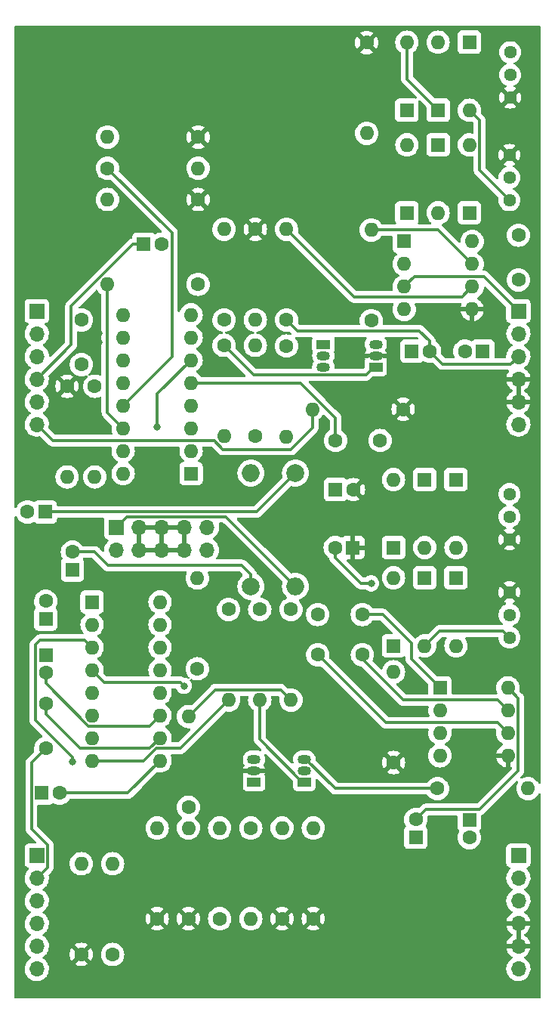
<source format=gbl>
G04 #@! TF.GenerationSoftware,KiCad,Pcbnew,(6.0.1)*
G04 #@! TF.CreationDate,2022-02-07T15:41:23+01:00*
G04 #@! TF.ProjectId,MS20-VCF,4d533230-2d56-4434-962e-6b696361645f,rev?*
G04 #@! TF.SameCoordinates,Original*
G04 #@! TF.FileFunction,Copper,L2,Bot*
G04 #@! TF.FilePolarity,Positive*
%FSLAX46Y46*%
G04 Gerber Fmt 4.6, Leading zero omitted, Abs format (unit mm)*
G04 Created by KiCad (PCBNEW (6.0.1)) date 2022-02-07 15:41:23*
%MOMM*%
%LPD*%
G01*
G04 APERTURE LIST*
G04 #@! TA.AperFunction,ComponentPad*
%ADD10R,1.600000X1.600000*%
G04 #@! TD*
G04 #@! TA.AperFunction,ComponentPad*
%ADD11C,1.600000*%
G04 #@! TD*
G04 #@! TA.AperFunction,ComponentPad*
%ADD12O,1.600000X1.600000*%
G04 #@! TD*
G04 #@! TA.AperFunction,ComponentPad*
%ADD13R,1.700000X1.700000*%
G04 #@! TD*
G04 #@! TA.AperFunction,ComponentPad*
%ADD14O,1.700000X1.700000*%
G04 #@! TD*
G04 #@! TA.AperFunction,ComponentPad*
%ADD15R,1.500000X1.050000*%
G04 #@! TD*
G04 #@! TA.AperFunction,ComponentPad*
%ADD16O,1.500000X1.050000*%
G04 #@! TD*
G04 #@! TA.AperFunction,ComponentPad*
%ADD17C,2.000000*%
G04 #@! TD*
G04 #@! TA.AperFunction,ComponentPad*
%ADD18O,2.000000X2.000000*%
G04 #@! TD*
G04 #@! TA.AperFunction,ComponentPad*
%ADD19C,1.440000*%
G04 #@! TD*
G04 #@! TA.AperFunction,ViaPad*
%ADD20C,0.800000*%
G04 #@! TD*
G04 #@! TA.AperFunction,Conductor*
%ADD21C,0.300000*%
G04 #@! TD*
G04 APERTURE END LIST*
D10*
X66500000Y-89000000D03*
D11*
X68500000Y-89000000D03*
D10*
X68455113Y-95500000D03*
D11*
X66455113Y-95500000D03*
X87000000Y-60500000D03*
X87000000Y-65500000D03*
D10*
X45000000Y-61500000D03*
D11*
X47000000Y-61500000D03*
X69500000Y-107500000D03*
X64500000Y-107500000D03*
X34000000Y-113000000D03*
X34000000Y-118000000D03*
D10*
X81500000Y-38880000D03*
D12*
X81500000Y-46500000D03*
D10*
X81500000Y-58000000D03*
D12*
X81500000Y-50380000D03*
D10*
X78000000Y-46500000D03*
D12*
X78000000Y-38880000D03*
D10*
X78000000Y-50380000D03*
D12*
X78000000Y-58000000D03*
D10*
X74500000Y-46500000D03*
D12*
X74500000Y-38880000D03*
D10*
X74500000Y-58000000D03*
D12*
X74500000Y-50380000D03*
D13*
X87000000Y-69000000D03*
D14*
X87000000Y-71540000D03*
X87000000Y-74080000D03*
X87000000Y-76620000D03*
X87000000Y-79160000D03*
X87000000Y-81700000D03*
D13*
X33000000Y-130000000D03*
D14*
X33000000Y-132540000D03*
X33000000Y-135080000D03*
X33000000Y-137620000D03*
X33000000Y-140160000D03*
X33000000Y-142700000D03*
D15*
X71000000Y-75270000D03*
D16*
X71000000Y-74000000D03*
X71000000Y-72730000D03*
D15*
X65140000Y-72730000D03*
D16*
X65140000Y-74000000D03*
X65140000Y-75270000D03*
D15*
X57360000Y-121770000D03*
D16*
X57360000Y-120500000D03*
X57360000Y-119230000D03*
D11*
X57500000Y-59840000D03*
D12*
X57500000Y-70000000D03*
D11*
X36400000Y-77420000D03*
D12*
X36400000Y-87580000D03*
D11*
X54000000Y-72840000D03*
D12*
X54000000Y-83000000D03*
D11*
X54000000Y-70000000D03*
D12*
X54000000Y-59840000D03*
D11*
X61000000Y-70000000D03*
D12*
X61000000Y-59840000D03*
D11*
X74080000Y-80000000D03*
D12*
X63920000Y-80000000D03*
D11*
X51080000Y-66000000D03*
D12*
X40920000Y-66000000D03*
D11*
X51080000Y-49500000D03*
D12*
X40920000Y-49500000D03*
D11*
X51080000Y-56500000D03*
D12*
X40920000Y-56500000D03*
D11*
X40920000Y-53000000D03*
D12*
X51080000Y-53000000D03*
D11*
X70000000Y-38920000D03*
D12*
X70000000Y-49080000D03*
D11*
X60500000Y-137080000D03*
D12*
X60500000Y-126920000D03*
D11*
X51000000Y-109080000D03*
D12*
X51000000Y-98920000D03*
D11*
X57000000Y-126920000D03*
D12*
X57000000Y-137080000D03*
D11*
X58000000Y-102420000D03*
D12*
X58000000Y-112580000D03*
D11*
X77920000Y-122500000D03*
D12*
X88080000Y-122500000D03*
D11*
X64000000Y-137080000D03*
D12*
X64000000Y-126920000D03*
D11*
X54500000Y-102420000D03*
D12*
X54500000Y-112580000D03*
D11*
X53500000Y-137080000D03*
D12*
X53500000Y-126920000D03*
D11*
X46500000Y-137080000D03*
D12*
X46500000Y-126920000D03*
D11*
X50000000Y-137080000D03*
D12*
X50000000Y-126920000D03*
D11*
X50000000Y-124580000D03*
D12*
X50000000Y-114420000D03*
D11*
X61500000Y-102420000D03*
D12*
X61500000Y-112580000D03*
D11*
X73000000Y-119580000D03*
D12*
X73000000Y-109420000D03*
D10*
X39200000Y-101600000D03*
D12*
X39200000Y-104140000D03*
X39200000Y-106680000D03*
X39200000Y-109220000D03*
X39200000Y-111760000D03*
X39200000Y-114300000D03*
X39200000Y-116840000D03*
X39200000Y-119380000D03*
X46820000Y-119380000D03*
X46820000Y-116840000D03*
X46820000Y-114300000D03*
X46820000Y-111760000D03*
X46820000Y-109220000D03*
X46820000Y-106680000D03*
X46820000Y-104140000D03*
X46820000Y-101600000D03*
D10*
X78200000Y-111200000D03*
D12*
X78200000Y-113740000D03*
X78200000Y-116280000D03*
X78200000Y-118820000D03*
X85820000Y-118820000D03*
X85820000Y-116280000D03*
X85820000Y-113740000D03*
X85820000Y-111200000D03*
D13*
X87000000Y-130000000D03*
D14*
X87000000Y-132540000D03*
X87000000Y-135080000D03*
X87000000Y-137620000D03*
X87000000Y-140160000D03*
X87000000Y-142700000D03*
D11*
X70500000Y-70080000D03*
D12*
X70500000Y-59920000D03*
D10*
X83000000Y-73500000D03*
D11*
X81000000Y-73500000D03*
D10*
X75044888Y-73500000D03*
D11*
X77044888Y-73500000D03*
D10*
X75500000Y-127955112D03*
D11*
X75500000Y-125955112D03*
D10*
X81500000Y-126000000D03*
D11*
X81500000Y-128000000D03*
D10*
X33544888Y-123000000D03*
D11*
X35544888Y-123000000D03*
D10*
X74200000Y-61200000D03*
D12*
X74200000Y-63740000D03*
X74200000Y-66280000D03*
X74200000Y-68820000D03*
X81820000Y-68820000D03*
X81820000Y-66280000D03*
X81820000Y-63740000D03*
X81820000Y-61200000D03*
D15*
X63000000Y-121770000D03*
D16*
X63000000Y-120500000D03*
X63000000Y-119230000D03*
D11*
X64500000Y-103000000D03*
X69500000Y-103000000D03*
D10*
X73000000Y-95500000D03*
D12*
X73000000Y-87880000D03*
D10*
X76500000Y-87880000D03*
D12*
X76500000Y-95500000D03*
D10*
X80000000Y-87880000D03*
D12*
X80000000Y-95500000D03*
D10*
X76500000Y-98880000D03*
D12*
X76500000Y-106500000D03*
D10*
X73000000Y-106500000D03*
D12*
X73000000Y-98880000D03*
D10*
X80000000Y-98880000D03*
D12*
X80000000Y-106500000D03*
D11*
X66500000Y-83500000D03*
X71500000Y-83500000D03*
X39500000Y-77420000D03*
D12*
X39500000Y-87580000D03*
D11*
X57500000Y-83000000D03*
D12*
X57500000Y-72840000D03*
D11*
X61000000Y-72920000D03*
D12*
X61000000Y-83080000D03*
D10*
X50300000Y-87200000D03*
D12*
X50300000Y-84660000D03*
X50300000Y-82120000D03*
X50300000Y-79580000D03*
X50300000Y-77040000D03*
X50300000Y-74500000D03*
X50300000Y-71960000D03*
X50300000Y-69420000D03*
X42680000Y-69420000D03*
X42680000Y-71960000D03*
X42680000Y-74500000D03*
X42680000Y-77040000D03*
X42680000Y-79580000D03*
X42680000Y-82120000D03*
X42680000Y-84660000D03*
X42680000Y-87200000D03*
D13*
X33000000Y-69000000D03*
D14*
X33000000Y-71540000D03*
X33000000Y-74080000D03*
X33000000Y-76620000D03*
X33000000Y-79160000D03*
X33000000Y-81700000D03*
D11*
X38000000Y-70000000D03*
X38000000Y-75000000D03*
X38000000Y-141080000D03*
D12*
X38000000Y-130920000D03*
D11*
X41500000Y-141080000D03*
D12*
X41500000Y-130920000D03*
D10*
X33955113Y-91500000D03*
D11*
X31955113Y-91500000D03*
D10*
X37000000Y-98000000D03*
D11*
X37000000Y-96000000D03*
D10*
X34000000Y-103500000D03*
D11*
X34000000Y-101500000D03*
D10*
X34000000Y-107544887D03*
D11*
X34000000Y-109544887D03*
D17*
X57000000Y-99850000D03*
D18*
X57000000Y-87150000D03*
D13*
X41925000Y-93225000D03*
D14*
X41925000Y-95765000D03*
X44465000Y-93225000D03*
X44465000Y-95765000D03*
X47005000Y-93225000D03*
X47005000Y-95765000D03*
X49545000Y-93225000D03*
X49545000Y-95765000D03*
X52085000Y-93225000D03*
X52085000Y-95765000D03*
D19*
X86080000Y-45080000D03*
X86080000Y-42540000D03*
X86080000Y-40000000D03*
X86000000Y-56580000D03*
X86000000Y-54040000D03*
X86000000Y-51500000D03*
D17*
X62000000Y-87150000D03*
D18*
X62000000Y-99850000D03*
D19*
X86000000Y-100500000D03*
X86000000Y-103040000D03*
X86000000Y-105580000D03*
X86000000Y-89500000D03*
X86000000Y-92040000D03*
X86000000Y-94580000D03*
D20*
X46500000Y-99000000D03*
X43500000Y-99000000D03*
X50000000Y-90000000D03*
X47000000Y-90000000D03*
X45500000Y-90000000D03*
X40000000Y-71500000D03*
X45000000Y-99000000D03*
X40000000Y-72500000D03*
X48500000Y-90000000D03*
X70500000Y-99500000D03*
X49500000Y-111000000D03*
X37000000Y-119500000D03*
X46500000Y-82000000D03*
D21*
X62000000Y-87150000D02*
X57650000Y-91500000D01*
X57650000Y-91500000D02*
X33955113Y-91500000D01*
X41000000Y-97500000D02*
X56000000Y-97500000D01*
X66455113Y-96631370D02*
X66455113Y-95500000D01*
X69323743Y-99500000D02*
X66455113Y-96631370D01*
X87000000Y-74080000D02*
X86150000Y-74930000D01*
X39500000Y-96000000D02*
X41000000Y-97500000D01*
X56000000Y-97500000D02*
X57000000Y-98500000D01*
X70500000Y-99500000D02*
X69323743Y-99500000D01*
X77044888Y-73500000D02*
X77044888Y-72368630D01*
X37000000Y-96000000D02*
X39500000Y-96000000D01*
X62229511Y-71229511D02*
X61000000Y-70000000D01*
X77044888Y-72368630D02*
X75905769Y-71229511D01*
X75905769Y-71229511D02*
X62229511Y-71229511D01*
X78474888Y-74930000D02*
X77044888Y-73500000D01*
X57000000Y-98500000D02*
X57000000Y-99850000D01*
X86150000Y-74930000D02*
X78474888Y-74930000D01*
X78000000Y-59920000D02*
X70500000Y-59920000D01*
X81820000Y-63740000D02*
X78000000Y-59920000D01*
X66500000Y-83500000D02*
X66500000Y-80954345D01*
X66500000Y-80954345D02*
X62585655Y-77040000D01*
X62585655Y-77040000D02*
X50300000Y-77040000D01*
X80670489Y-67429511D02*
X68589511Y-67429511D01*
X81820000Y-66280000D02*
X80670489Y-67429511D01*
X68589511Y-67429511D02*
X61000000Y-59840000D01*
X43794345Y-61500000D02*
X45000000Y-61500000D01*
X33000000Y-76620000D02*
X36850489Y-72769511D01*
X36850489Y-68443856D02*
X43794345Y-61500000D01*
X36850489Y-72769511D02*
X36850489Y-68443856D01*
X34000000Y-109544887D02*
X34000000Y-110725655D01*
X45620000Y-115500000D02*
X46820000Y-114300000D01*
X34000000Y-110725655D02*
X38774345Y-115500000D01*
X38774345Y-115500000D02*
X45620000Y-115500000D01*
X75000000Y-106200978D02*
X75000000Y-108000000D01*
X71799022Y-103000000D02*
X75000000Y-106200978D01*
X69500000Y-103000000D02*
X71799022Y-103000000D01*
X75000000Y-108000000D02*
X78200000Y-111200000D01*
X62775000Y-121770000D02*
X63000000Y-121770000D01*
X84670489Y-115130489D02*
X72130489Y-115130489D01*
X72130489Y-115130489D02*
X64500000Y-107500000D01*
X58000000Y-112580000D02*
X58000000Y-116995000D01*
X85820000Y-116280000D02*
X84670489Y-115130489D01*
X58000000Y-116995000D02*
X62775000Y-121770000D01*
X74090489Y-112590489D02*
X69500000Y-108000000D01*
X84670489Y-112590489D02*
X74090489Y-112590489D01*
X85820000Y-113740000D02*
X84670489Y-112590489D01*
X69500000Y-108000000D02*
X69500000Y-107500000D01*
X32395377Y-126996355D02*
X34199511Y-128800489D01*
X34199511Y-128800489D02*
X34199511Y-131340489D01*
X34199511Y-131340489D02*
X33000000Y-132540000D01*
X34000000Y-118000000D02*
X32395377Y-119604623D01*
X32395377Y-119604623D02*
X32395377Y-126996355D01*
X45660000Y-118000000D02*
X46820000Y-116840000D01*
X37868630Y-118000000D02*
X45660000Y-118000000D01*
X34000000Y-113000000D02*
X34000000Y-114131370D01*
X34000000Y-114131370D02*
X37868630Y-118000000D01*
X60350489Y-111430489D02*
X52989511Y-111430489D01*
X52989511Y-111430489D02*
X50000000Y-114420000D01*
X61500000Y-112580000D02*
X60350489Y-111430489D01*
X43200000Y-123000000D02*
X35544888Y-123000000D01*
X46820000Y-119380000D02*
X43200000Y-123000000D01*
X86000000Y-56580000D02*
X82649511Y-53229511D01*
X82649511Y-47649511D02*
X81500000Y-46500000D01*
X82649511Y-53229511D02*
X82649511Y-47649511D01*
X74500000Y-38880000D02*
X74500000Y-43000000D01*
X74500000Y-43000000D02*
X78000000Y-46500000D01*
X78139999Y-104860001D02*
X76500000Y-106500000D01*
X86000000Y-105580000D02*
X85280001Y-104860001D01*
X85280001Y-104860001D02*
X78139999Y-104860001D01*
X41925000Y-93225000D02*
X43124511Y-92025489D01*
X43124511Y-92025489D02*
X54175489Y-92025489D01*
X54175489Y-92025489D02*
X62000000Y-99850000D01*
X52884834Y-83510489D02*
X53874345Y-84500000D01*
X33000000Y-81700000D02*
X34810489Y-83510489D01*
X53874345Y-84500000D02*
X61500000Y-84500000D01*
X63920000Y-82080000D02*
X63920000Y-80000000D01*
X34810489Y-83510489D02*
X52884834Y-83510489D01*
X61500000Y-84500000D02*
X63920000Y-82080000D01*
X83130489Y-65130489D02*
X75349511Y-65130489D01*
X87000000Y-69000000D02*
X83130489Y-65130489D01*
X75349511Y-65130489D02*
X74200000Y-66280000D01*
X71000000Y-75270000D02*
X70775000Y-75270000D01*
X69900480Y-76144520D02*
X57304520Y-76144520D01*
X57304520Y-76144520D02*
X54000000Y-72840000D01*
X70775000Y-75270000D02*
X69900480Y-76144520D01*
X63191758Y-119230000D02*
X63000000Y-119230000D01*
X66461758Y-122500000D02*
X63191758Y-119230000D01*
X77920000Y-122500000D02*
X66461758Y-122500000D01*
X40920000Y-80360000D02*
X40920000Y-66000000D01*
X42680000Y-82120000D02*
X40920000Y-80360000D01*
X48149511Y-74110489D02*
X42680000Y-79580000D01*
X40920000Y-53000000D02*
X48149511Y-60229511D01*
X48149511Y-60229511D02*
X48149511Y-74110489D01*
X40590489Y-110610489D02*
X39200000Y-109220000D01*
X49110489Y-110610489D02*
X40590489Y-110610489D01*
X49500000Y-111000000D02*
X49110489Y-110610489D01*
X33365864Y-105880001D02*
X32850489Y-106395376D01*
X37000000Y-119000000D02*
X37000000Y-119500000D01*
X36500000Y-118500000D02*
X37000000Y-119000000D01*
X32850489Y-114850489D02*
X36500000Y-118500000D01*
X32850489Y-106395376D02*
X32850489Y-114850489D01*
X38400001Y-105880001D02*
X33365864Y-105880001D01*
X39200000Y-106680000D02*
X38400001Y-105880001D01*
X44986428Y-119380000D02*
X39200000Y-119380000D01*
X54500000Y-112580000D02*
X49090489Y-117989511D01*
X46376917Y-117989511D02*
X44986428Y-119380000D01*
X49090489Y-117989511D02*
X46376917Y-117989511D01*
X86969511Y-120530489D02*
X82649511Y-124850489D01*
X85820000Y-111200000D02*
X86969511Y-112349511D01*
X76604623Y-124850489D02*
X75500000Y-125955112D01*
X82649511Y-124850489D02*
X76604623Y-124850489D01*
X86969511Y-112349511D02*
X86969511Y-120530489D01*
X50300000Y-74500000D02*
X46500000Y-78300000D01*
X46500000Y-78300000D02*
X46500000Y-82000000D01*
G04 #@! TA.AperFunction,Conductor*
G36*
X89434121Y-37028002D02*
G01*
X89480614Y-37081658D01*
X89492000Y-37134000D01*
X89492000Y-121863519D01*
X89471998Y-121931640D01*
X89418342Y-121978133D01*
X89348068Y-121988237D01*
X89283488Y-121958743D01*
X89251805Y-121916769D01*
X89219849Y-121848238D01*
X89219846Y-121848233D01*
X89217523Y-121843251D01*
X89144098Y-121738389D01*
X89089357Y-121660211D01*
X89089355Y-121660208D01*
X89086198Y-121655700D01*
X88924300Y-121493802D01*
X88919792Y-121490645D01*
X88919789Y-121490643D01*
X88801011Y-121407474D01*
X88736749Y-121362477D01*
X88731767Y-121360154D01*
X88731762Y-121360151D01*
X88534225Y-121268039D01*
X88534224Y-121268039D01*
X88529243Y-121265716D01*
X88523935Y-121264294D01*
X88523933Y-121264293D01*
X88313402Y-121207881D01*
X88313400Y-121207881D01*
X88308087Y-121206457D01*
X88080000Y-121186502D01*
X87851913Y-121206457D01*
X87846600Y-121207881D01*
X87846598Y-121207881D01*
X87636067Y-121264293D01*
X87636065Y-121264294D01*
X87630757Y-121265716D01*
X87625776Y-121268039D01*
X87625775Y-121268039D01*
X87428238Y-121360151D01*
X87428233Y-121360154D01*
X87423251Y-121362477D01*
X87418744Y-121365633D01*
X87413981Y-121368383D01*
X87413102Y-121366860D01*
X87353332Y-121387020D01*
X87284471Y-121369737D01*
X87235885Y-121317970D01*
X87223000Y-121248152D01*
X87249906Y-121182451D01*
X87259236Y-121172024D01*
X87377116Y-121054144D01*
X87385896Y-121046154D01*
X87385898Y-121046152D01*
X87392591Y-121041905D01*
X87441116Y-120990231D01*
X87443870Y-120987390D01*
X87464438Y-120966822D01*
X87467158Y-120963315D01*
X87474864Y-120954293D01*
X87501055Y-120926402D01*
X87506483Y-120920622D01*
X87510305Y-120913670D01*
X87516814Y-120901831D01*
X87527668Y-120885307D01*
X87535956Y-120874621D01*
X87540815Y-120868357D01*
X87543963Y-120861083D01*
X87559165Y-120825954D01*
X87564387Y-120815294D01*
X87582816Y-120781773D01*
X87582817Y-120781771D01*
X87586635Y-120774826D01*
X87591970Y-120754048D01*
X87598369Y-120735358D01*
X87606891Y-120715665D01*
X87614117Y-120670041D01*
X87616524Y-120658418D01*
X87626039Y-120621357D01*
X87628011Y-120613677D01*
X87628011Y-120592230D01*
X87629562Y-120572520D01*
X87631677Y-120559166D01*
X87632917Y-120551337D01*
X87628570Y-120505348D01*
X87628011Y-120493493D01*
X87628011Y-112431567D01*
X87628570Y-112419711D01*
X87628570Y-112419708D01*
X87630299Y-112411974D01*
X87628073Y-112341142D01*
X87628011Y-112337184D01*
X87628011Y-112308079D01*
X87627455Y-112303679D01*
X87626523Y-112291841D01*
X87625322Y-112253605D01*
X87625073Y-112245680D01*
X87619091Y-112225090D01*
X87615081Y-112205727D01*
X87614855Y-112203933D01*
X87612393Y-112184447D01*
X87609477Y-112177082D01*
X87609476Y-112177078D01*
X87595385Y-112141490D01*
X87591546Y-112130280D01*
X87578656Y-112085911D01*
X87567736Y-112067446D01*
X87559045Y-112049706D01*
X87551146Y-112029755D01*
X87523993Y-111992382D01*
X87517478Y-111982463D01*
X87498004Y-111949534D01*
X87498001Y-111949530D01*
X87493964Y-111942704D01*
X87478800Y-111927540D01*
X87465959Y-111912506D01*
X87465582Y-111911987D01*
X87453352Y-111895154D01*
X87417758Y-111865708D01*
X87408979Y-111857719D01*
X87136624Y-111585364D01*
X87102598Y-111523052D01*
X87104012Y-111463659D01*
X87112118Y-111433405D01*
X87112119Y-111433402D01*
X87113543Y-111428087D01*
X87133498Y-111200000D01*
X87113543Y-110971913D01*
X87101009Y-110925136D01*
X87055707Y-110756067D01*
X87055706Y-110756065D01*
X87054284Y-110750757D01*
X87036931Y-110713543D01*
X86959849Y-110548238D01*
X86959846Y-110548233D01*
X86957523Y-110543251D01*
X86875561Y-110426198D01*
X86829357Y-110360211D01*
X86829355Y-110360208D01*
X86826198Y-110355700D01*
X86664300Y-110193802D01*
X86659792Y-110190645D01*
X86659789Y-110190643D01*
X86518198Y-110091500D01*
X86476749Y-110062477D01*
X86471767Y-110060154D01*
X86471762Y-110060151D01*
X86274225Y-109968039D01*
X86274224Y-109968039D01*
X86269243Y-109965716D01*
X86263935Y-109964294D01*
X86263933Y-109964293D01*
X86053402Y-109907881D01*
X86053400Y-109907881D01*
X86048087Y-109906457D01*
X85820000Y-109886502D01*
X85591913Y-109906457D01*
X85586600Y-109907881D01*
X85586598Y-109907881D01*
X85376067Y-109964293D01*
X85376065Y-109964294D01*
X85370757Y-109965716D01*
X85365776Y-109968039D01*
X85365775Y-109968039D01*
X85168238Y-110060151D01*
X85168233Y-110060154D01*
X85163251Y-110062477D01*
X85121802Y-110091500D01*
X84980211Y-110190643D01*
X84980208Y-110190645D01*
X84975700Y-110193802D01*
X84813802Y-110355700D01*
X84810645Y-110360208D01*
X84810643Y-110360211D01*
X84764439Y-110426198D01*
X84682477Y-110543251D01*
X84680154Y-110548233D01*
X84680151Y-110548238D01*
X84603069Y-110713543D01*
X84585716Y-110750757D01*
X84584294Y-110756065D01*
X84584293Y-110756067D01*
X84538991Y-110925136D01*
X84526457Y-110971913D01*
X84506502Y-111200000D01*
X84526457Y-111428087D01*
X84527881Y-111433400D01*
X84527881Y-111433402D01*
X84575925Y-111612701D01*
X84585716Y-111649243D01*
X84626032Y-111735700D01*
X84633977Y-111752739D01*
X84644638Y-111822931D01*
X84615658Y-111887743D01*
X84556238Y-111926600D01*
X84519782Y-111931989D01*
X79634500Y-111931989D01*
X79566379Y-111911987D01*
X79519886Y-111858331D01*
X79508500Y-111805989D01*
X79508500Y-110351866D01*
X79501745Y-110289684D01*
X79450615Y-110153295D01*
X79363261Y-110036739D01*
X79246705Y-109949385D01*
X79110316Y-109898255D01*
X79048134Y-109891500D01*
X77874949Y-109891500D01*
X77806828Y-109871498D01*
X77785854Y-109854595D01*
X76744278Y-108813019D01*
X75834252Y-107902992D01*
X75800227Y-107840682D01*
X75805292Y-107769867D01*
X75847839Y-107713031D01*
X75914359Y-107688220D01*
X75976597Y-107699704D01*
X76045770Y-107731959D01*
X76045775Y-107731961D01*
X76050757Y-107734284D01*
X76056065Y-107735706D01*
X76056067Y-107735707D01*
X76266598Y-107792119D01*
X76266600Y-107792119D01*
X76271913Y-107793543D01*
X76500000Y-107813498D01*
X76728087Y-107793543D01*
X76733400Y-107792119D01*
X76733402Y-107792119D01*
X76943933Y-107735707D01*
X76943935Y-107735706D01*
X76949243Y-107734284D01*
X76974285Y-107722607D01*
X77151762Y-107639849D01*
X77151767Y-107639846D01*
X77156749Y-107637523D01*
X77298458Y-107538297D01*
X77339789Y-107509357D01*
X77339792Y-107509355D01*
X77344300Y-107506198D01*
X77506198Y-107344300D01*
X77511486Y-107336749D01*
X77634366Y-107161257D01*
X77637523Y-107156749D01*
X77639846Y-107151767D01*
X77639849Y-107151762D01*
X77731961Y-106954225D01*
X77731961Y-106954224D01*
X77734284Y-106949243D01*
X77761349Y-106848238D01*
X77792119Y-106733402D01*
X77792119Y-106733400D01*
X77793543Y-106728087D01*
X77813498Y-106500000D01*
X77793543Y-106271913D01*
X77789232Y-106255824D01*
X77784012Y-106236341D01*
X77785702Y-106165365D01*
X77816624Y-106114636D01*
X78375854Y-105555406D01*
X78438166Y-105521380D01*
X78464949Y-105518501D01*
X78847826Y-105518501D01*
X78915947Y-105538503D01*
X78962440Y-105592159D01*
X78972544Y-105662433D01*
X78951039Y-105716771D01*
X78862477Y-105843251D01*
X78860154Y-105848233D01*
X78860151Y-105848238D01*
X78780644Y-106018743D01*
X78765716Y-106050757D01*
X78764294Y-106056065D01*
X78764293Y-106056067D01*
X78708499Y-106264293D01*
X78706457Y-106271913D01*
X78686502Y-106500000D01*
X78706457Y-106728087D01*
X78707881Y-106733400D01*
X78707881Y-106733402D01*
X78738652Y-106848238D01*
X78765716Y-106949243D01*
X78768039Y-106954224D01*
X78768039Y-106954225D01*
X78860151Y-107151762D01*
X78860154Y-107151767D01*
X78862477Y-107156749D01*
X78865634Y-107161257D01*
X78988515Y-107336749D01*
X78993802Y-107344300D01*
X79155700Y-107506198D01*
X79160208Y-107509355D01*
X79160211Y-107509357D01*
X79201542Y-107538297D01*
X79343251Y-107637523D01*
X79348233Y-107639846D01*
X79348238Y-107639849D01*
X79525715Y-107722607D01*
X79550757Y-107734284D01*
X79556065Y-107735706D01*
X79556067Y-107735707D01*
X79766598Y-107792119D01*
X79766600Y-107792119D01*
X79771913Y-107793543D01*
X80000000Y-107813498D01*
X80228087Y-107793543D01*
X80233400Y-107792119D01*
X80233402Y-107792119D01*
X80443933Y-107735707D01*
X80443935Y-107735706D01*
X80449243Y-107734284D01*
X80474285Y-107722607D01*
X80651762Y-107639849D01*
X80651767Y-107639846D01*
X80656749Y-107637523D01*
X80798458Y-107538297D01*
X80839789Y-107509357D01*
X80839792Y-107509355D01*
X80844300Y-107506198D01*
X81006198Y-107344300D01*
X81011486Y-107336749D01*
X81134366Y-107161257D01*
X81137523Y-107156749D01*
X81139846Y-107151767D01*
X81139849Y-107151762D01*
X81231961Y-106954225D01*
X81231961Y-106954224D01*
X81234284Y-106949243D01*
X81261349Y-106848238D01*
X81292119Y-106733402D01*
X81292119Y-106733400D01*
X81293543Y-106728087D01*
X81313498Y-106500000D01*
X81293543Y-106271913D01*
X81291501Y-106264293D01*
X81235707Y-106056067D01*
X81235706Y-106056065D01*
X81234284Y-106050757D01*
X81219356Y-106018743D01*
X81139849Y-105848238D01*
X81139846Y-105848233D01*
X81137523Y-105843251D01*
X81048961Y-105716771D01*
X81026273Y-105649498D01*
X81043558Y-105580638D01*
X81095327Y-105532053D01*
X81152174Y-105518501D01*
X84645968Y-105518501D01*
X84714089Y-105538503D01*
X84760582Y-105592159D01*
X84771489Y-105633519D01*
X84777077Y-105697386D01*
X84785542Y-105794142D01*
X84786966Y-105799455D01*
X84786966Y-105799457D01*
X84833085Y-105971572D01*
X84841178Y-106001777D01*
X84843500Y-106006757D01*
X84843501Y-106006759D01*
X84917461Y-106165365D01*
X84932024Y-106196596D01*
X85055319Y-106372681D01*
X85207319Y-106524681D01*
X85383403Y-106647976D01*
X85388381Y-106650297D01*
X85388384Y-106650299D01*
X85573241Y-106736499D01*
X85578223Y-106738822D01*
X85583531Y-106740244D01*
X85583533Y-106740245D01*
X85780543Y-106793034D01*
X85780545Y-106793034D01*
X85785858Y-106794458D01*
X86000000Y-106813193D01*
X86214142Y-106794458D01*
X86219455Y-106793034D01*
X86219457Y-106793034D01*
X86416467Y-106740245D01*
X86416469Y-106740244D01*
X86421777Y-106738822D01*
X86426759Y-106736499D01*
X86611616Y-106650299D01*
X86611619Y-106650297D01*
X86616597Y-106647976D01*
X86792681Y-106524681D01*
X86944681Y-106372681D01*
X87067976Y-106196596D01*
X87082540Y-106165365D01*
X87156499Y-106006759D01*
X87156500Y-106006757D01*
X87158822Y-106001777D01*
X87166916Y-105971572D01*
X87213034Y-105799457D01*
X87213034Y-105799455D01*
X87214458Y-105794142D01*
X87233193Y-105580000D01*
X87214458Y-105365858D01*
X87210615Y-105351514D01*
X87160245Y-105163533D01*
X87160244Y-105163531D01*
X87158822Y-105158223D01*
X87153215Y-105146198D01*
X87070299Y-104968385D01*
X87070297Y-104968382D01*
X87067976Y-104963404D01*
X86944681Y-104787319D01*
X86792681Y-104635319D01*
X86616597Y-104512024D01*
X86611619Y-104509703D01*
X86611616Y-104509701D01*
X86428247Y-104424195D01*
X86374962Y-104377278D01*
X86355501Y-104309000D01*
X86376043Y-104241041D01*
X86428247Y-104195805D01*
X86611616Y-104110299D01*
X86611619Y-104110297D01*
X86616597Y-104107976D01*
X86792681Y-103984681D01*
X86944681Y-103832681D01*
X87067976Y-103656596D01*
X87148809Y-103483251D01*
X87156499Y-103466759D01*
X87156500Y-103466757D01*
X87158822Y-103461777D01*
X87162181Y-103449243D01*
X87213034Y-103259457D01*
X87213034Y-103259455D01*
X87214458Y-103254142D01*
X87233193Y-103040000D01*
X87214458Y-102825858D01*
X87201472Y-102777393D01*
X87160245Y-102623533D01*
X87160244Y-102623531D01*
X87158822Y-102618223D01*
X87153215Y-102606198D01*
X87070299Y-102428385D01*
X87070297Y-102428382D01*
X87067976Y-102423404D01*
X86944681Y-102247319D01*
X86792681Y-102095319D01*
X86616597Y-101972024D01*
X86611619Y-101969703D01*
X86611616Y-101969701D01*
X86427656Y-101883919D01*
X86374371Y-101837002D01*
X86354910Y-101768724D01*
X86375452Y-101700764D01*
X86427656Y-101655529D01*
X86611359Y-101569868D01*
X86620854Y-101564385D01*
X86655607Y-101540051D01*
X86663983Y-101529572D01*
X86656916Y-101516127D01*
X86012811Y-100872021D01*
X85998868Y-100864408D01*
X85997034Y-100864539D01*
X85990420Y-100868790D01*
X85342360Y-101516851D01*
X85335933Y-101528621D01*
X85345227Y-101540635D01*
X85379146Y-101564385D01*
X85388641Y-101569868D01*
X85572344Y-101655529D01*
X85625629Y-101702446D01*
X85645090Y-101770723D01*
X85624548Y-101838683D01*
X85572344Y-101883919D01*
X85388385Y-101969701D01*
X85388382Y-101969703D01*
X85383404Y-101972024D01*
X85207319Y-102095319D01*
X85055319Y-102247319D01*
X84932024Y-102423404D01*
X84929703Y-102428382D01*
X84929701Y-102428385D01*
X84846785Y-102606198D01*
X84841178Y-102618223D01*
X84839756Y-102623531D01*
X84839755Y-102623533D01*
X84798528Y-102777393D01*
X84785542Y-102825858D01*
X84766807Y-103040000D01*
X84785542Y-103254142D01*
X84786966Y-103259455D01*
X84786966Y-103259457D01*
X84837820Y-103449243D01*
X84841178Y-103461777D01*
X84843500Y-103466757D01*
X84843501Y-103466759D01*
X84851192Y-103483251D01*
X84932024Y-103656596D01*
X85055319Y-103832681D01*
X85207319Y-103984681D01*
X85205964Y-103986036D01*
X85240596Y-104038083D01*
X85241726Y-104109070D01*
X85204298Y-104169400D01*
X85140195Y-104199917D01*
X85120280Y-104201501D01*
X78222058Y-104201501D01*
X78210202Y-104200942D01*
X78202462Y-104199212D01*
X78194536Y-104199461D01*
X78194535Y-104199461D01*
X78131610Y-104201439D01*
X78127652Y-104201501D01*
X78098567Y-104201501D01*
X78094636Y-104201998D01*
X78094629Y-104201998D01*
X78094178Y-104202055D01*
X78082342Y-104202987D01*
X78036168Y-104204439D01*
X78015578Y-104210421D01*
X77996217Y-104214431D01*
X77989229Y-104215313D01*
X77982795Y-104216126D01*
X77982794Y-104216126D01*
X77974935Y-104217119D01*
X77967570Y-104220035D01*
X77967566Y-104220036D01*
X77931978Y-104234127D01*
X77920768Y-104237966D01*
X77876399Y-104250856D01*
X77857934Y-104261776D01*
X77840194Y-104270467D01*
X77820243Y-104278366D01*
X77782873Y-104305517D01*
X77772951Y-104312034D01*
X77740022Y-104331508D01*
X77740018Y-104331511D01*
X77733192Y-104335548D01*
X77718028Y-104350712D01*
X77702995Y-104363552D01*
X77685642Y-104376160D01*
X77663885Y-104402460D01*
X77656197Y-104411753D01*
X77648207Y-104420533D01*
X76885364Y-105183376D01*
X76823052Y-105217402D01*
X76763659Y-105215988D01*
X76733405Y-105207882D01*
X76728087Y-105206457D01*
X76500000Y-105186502D01*
X76271913Y-105206457D01*
X76266600Y-105207881D01*
X76266598Y-105207881D01*
X76056067Y-105264293D01*
X76056065Y-105264294D01*
X76050757Y-105265716D01*
X76045776Y-105268039D01*
X76045775Y-105268039D01*
X75848238Y-105360151D01*
X75848233Y-105360154D01*
X75843251Y-105362477D01*
X75744315Y-105431753D01*
X75660211Y-105490643D01*
X75660208Y-105490645D01*
X75655700Y-105493802D01*
X75528987Y-105620515D01*
X75466675Y-105654541D01*
X75395860Y-105649476D01*
X75350797Y-105620515D01*
X72322677Y-102592395D01*
X72314687Y-102583615D01*
X72314685Y-102583613D01*
X72310438Y-102576920D01*
X72258764Y-102528395D01*
X72255923Y-102525641D01*
X72235355Y-102505073D01*
X72231848Y-102502353D01*
X72222826Y-102494647D01*
X72194935Y-102468456D01*
X72189155Y-102463028D01*
X72182203Y-102459206D01*
X72170364Y-102452697D01*
X72153840Y-102441843D01*
X72143154Y-102433555D01*
X72136890Y-102428696D01*
X72129618Y-102425549D01*
X72129616Y-102425548D01*
X72094487Y-102410346D01*
X72083827Y-102405124D01*
X72050306Y-102386695D01*
X72050304Y-102386694D01*
X72043359Y-102382876D01*
X72022581Y-102377541D01*
X72003891Y-102371142D01*
X71984198Y-102362620D01*
X71938574Y-102355394D01*
X71926951Y-102352987D01*
X71891631Y-102343919D01*
X71882210Y-102341500D01*
X71860763Y-102341500D01*
X71841053Y-102339949D01*
X71819870Y-102336594D01*
X71773881Y-102340941D01*
X71762026Y-102341500D01*
X70701888Y-102341500D01*
X70633767Y-102321498D01*
X70598675Y-102287771D01*
X70580730Y-102262142D01*
X70527833Y-102186598D01*
X70509357Y-102160211D01*
X70509355Y-102160208D01*
X70506198Y-102155700D01*
X70344300Y-101993802D01*
X70339792Y-101990645D01*
X70339789Y-101990643D01*
X70187371Y-101883919D01*
X70156749Y-101862477D01*
X70151767Y-101860154D01*
X70151762Y-101860151D01*
X69954225Y-101768039D01*
X69954224Y-101768039D01*
X69949243Y-101765716D01*
X69943935Y-101764294D01*
X69943933Y-101764293D01*
X69733402Y-101707881D01*
X69733400Y-101707881D01*
X69728087Y-101706457D01*
X69500000Y-101686502D01*
X69271913Y-101706457D01*
X69266600Y-101707881D01*
X69266598Y-101707881D01*
X69056067Y-101764293D01*
X69056065Y-101764294D01*
X69050757Y-101765716D01*
X69045776Y-101768039D01*
X69045775Y-101768039D01*
X68848238Y-101860151D01*
X68848233Y-101860154D01*
X68843251Y-101862477D01*
X68812629Y-101883919D01*
X68660211Y-101990643D01*
X68660208Y-101990645D01*
X68655700Y-101993802D01*
X68493802Y-102155700D01*
X68490645Y-102160208D01*
X68490643Y-102160211D01*
X68472167Y-102186598D01*
X68362477Y-102343251D01*
X68360154Y-102348233D01*
X68360151Y-102348238D01*
X68277428Y-102525641D01*
X68265716Y-102550757D01*
X68264294Y-102556065D01*
X68264293Y-102556067D01*
X68210773Y-102755805D01*
X68206457Y-102771913D01*
X68186502Y-103000000D01*
X68206457Y-103228087D01*
X68207881Y-103233400D01*
X68207881Y-103233402D01*
X68260388Y-103429357D01*
X68265716Y-103449243D01*
X68268039Y-103454224D01*
X68268039Y-103454225D01*
X68360151Y-103651762D01*
X68360154Y-103651767D01*
X68362477Y-103656749D01*
X68435902Y-103761611D01*
X68488394Y-103836576D01*
X68493802Y-103844300D01*
X68655700Y-104006198D01*
X68660208Y-104009355D01*
X68660211Y-104009357D01*
X68701236Y-104038083D01*
X68843251Y-104137523D01*
X68848233Y-104139846D01*
X68848238Y-104139849D01*
X69025745Y-104222621D01*
X69050757Y-104234284D01*
X69056065Y-104235706D01*
X69056067Y-104235707D01*
X69266598Y-104292119D01*
X69266600Y-104292119D01*
X69271913Y-104293543D01*
X69500000Y-104313498D01*
X69728087Y-104293543D01*
X69733400Y-104292119D01*
X69733402Y-104292119D01*
X69943933Y-104235707D01*
X69943935Y-104235706D01*
X69949243Y-104234284D01*
X69974255Y-104222621D01*
X70151762Y-104139849D01*
X70151767Y-104139846D01*
X70156749Y-104137523D01*
X70298764Y-104038083D01*
X70339789Y-104009357D01*
X70339792Y-104009355D01*
X70344300Y-104006198D01*
X70506198Y-103844300D01*
X70511607Y-103836576D01*
X70550042Y-103781685D01*
X70598676Y-103712228D01*
X70654132Y-103667901D01*
X70701888Y-103658500D01*
X71474072Y-103658500D01*
X71542193Y-103678502D01*
X71563167Y-103695405D01*
X72844167Y-104976405D01*
X72878193Y-105038717D01*
X72873128Y-105109532D01*
X72830581Y-105166368D01*
X72764061Y-105191179D01*
X72755072Y-105191500D01*
X72151866Y-105191500D01*
X72089684Y-105198255D01*
X71953295Y-105249385D01*
X71836739Y-105336739D01*
X71749385Y-105453295D01*
X71698255Y-105589684D01*
X71691500Y-105651866D01*
X71691500Y-107348134D01*
X71698255Y-107410316D01*
X71749385Y-107546705D01*
X71836739Y-107663261D01*
X71953295Y-107750615D01*
X72089684Y-107801745D01*
X72151866Y-107808500D01*
X73848134Y-107808500D01*
X73910316Y-107801745D01*
X74046705Y-107750615D01*
X74139935Y-107680743D01*
X74206441Y-107655895D01*
X74275824Y-107670948D01*
X74326054Y-107721122D01*
X74341500Y-107781569D01*
X74341500Y-107917944D01*
X74340941Y-107929800D01*
X74339212Y-107937537D01*
X74339461Y-107945459D01*
X74341438Y-108008369D01*
X74341500Y-108012327D01*
X74341500Y-108041432D01*
X74342056Y-108045832D01*
X74342988Y-108057664D01*
X74344438Y-108103831D01*
X74346650Y-108111444D01*
X74346650Y-108111445D01*
X74350419Y-108124416D01*
X74354430Y-108143782D01*
X74357118Y-108165064D01*
X74360034Y-108172429D01*
X74360035Y-108172433D01*
X74374126Y-108208021D01*
X74377965Y-108219231D01*
X74390855Y-108263600D01*
X74401775Y-108282065D01*
X74410466Y-108299805D01*
X74418365Y-108319756D01*
X74439029Y-108348197D01*
X74445516Y-108357126D01*
X74452033Y-108367048D01*
X74471507Y-108399977D01*
X74471510Y-108399981D01*
X74475547Y-108406807D01*
X74490711Y-108421971D01*
X74503551Y-108437004D01*
X74516159Y-108454357D01*
X74526126Y-108462602D01*
X74551752Y-108483802D01*
X74560532Y-108491792D01*
X75722143Y-109653402D01*
X76854595Y-110785854D01*
X76888620Y-110848166D01*
X76891500Y-110874949D01*
X76891500Y-111805989D01*
X76871498Y-111874110D01*
X76817842Y-111920603D01*
X76765500Y-111931989D01*
X74415439Y-111931989D01*
X74347318Y-111911987D01*
X74326344Y-111895084D01*
X73316721Y-110885461D01*
X73282695Y-110823149D01*
X73287760Y-110752334D01*
X73330307Y-110695498D01*
X73373204Y-110674660D01*
X73443925Y-110655710D01*
X73443936Y-110655706D01*
X73449243Y-110654284D01*
X73454225Y-110651961D01*
X73651762Y-110559849D01*
X73651767Y-110559846D01*
X73656749Y-110557523D01*
X73783495Y-110468774D01*
X73839789Y-110429357D01*
X73839792Y-110429355D01*
X73844300Y-110426198D01*
X74006198Y-110264300D01*
X74030666Y-110229357D01*
X74088956Y-110146109D01*
X74137523Y-110076749D01*
X74139846Y-110071767D01*
X74139849Y-110071762D01*
X74231961Y-109874225D01*
X74231961Y-109874224D01*
X74234284Y-109869243D01*
X74241335Y-109842931D01*
X74292119Y-109653402D01*
X74292119Y-109653400D01*
X74293543Y-109648087D01*
X74313498Y-109420000D01*
X74293543Y-109191913D01*
X74270903Y-109107419D01*
X74235707Y-108976067D01*
X74235706Y-108976065D01*
X74234284Y-108970757D01*
X74198084Y-108893125D01*
X74139849Y-108768238D01*
X74139846Y-108768233D01*
X74137523Y-108763251D01*
X74048468Y-108636067D01*
X74009357Y-108580211D01*
X74009355Y-108580208D01*
X74006198Y-108575700D01*
X73844300Y-108413802D01*
X73839792Y-108410645D01*
X73839789Y-108410643D01*
X73738599Y-108339789D01*
X73656749Y-108282477D01*
X73651767Y-108280154D01*
X73651762Y-108280151D01*
X73454225Y-108188039D01*
X73454224Y-108188039D01*
X73449243Y-108185716D01*
X73443935Y-108184294D01*
X73443933Y-108184293D01*
X73233402Y-108127881D01*
X73233400Y-108127881D01*
X73228087Y-108126457D01*
X73000000Y-108106502D01*
X72771913Y-108126457D01*
X72766600Y-108127881D01*
X72766598Y-108127881D01*
X72556067Y-108184293D01*
X72556065Y-108184294D01*
X72550757Y-108185716D01*
X72545776Y-108188039D01*
X72545775Y-108188039D01*
X72348238Y-108280151D01*
X72348233Y-108280154D01*
X72343251Y-108282477D01*
X72261401Y-108339789D01*
X72160211Y-108410643D01*
X72160208Y-108410645D01*
X72155700Y-108413802D01*
X71993802Y-108575700D01*
X71990645Y-108580208D01*
X71990643Y-108580211D01*
X71951532Y-108636067D01*
X71862477Y-108763251D01*
X71860154Y-108768233D01*
X71860151Y-108768238D01*
X71801916Y-108893125D01*
X71765716Y-108970757D01*
X71764294Y-108976064D01*
X71764290Y-108976075D01*
X71745340Y-109046796D01*
X71708388Y-109107419D01*
X71644528Y-109138440D01*
X71574033Y-109130010D01*
X71534539Y-109103279D01*
X70684162Y-108252902D01*
X70650136Y-108190590D01*
X70655201Y-108119775D01*
X70659057Y-108110568D01*
X70734284Y-107949243D01*
X70740164Y-107927301D01*
X70792119Y-107733402D01*
X70792119Y-107733400D01*
X70793543Y-107728087D01*
X70813498Y-107500000D01*
X70793543Y-107271913D01*
X70762685Y-107156749D01*
X70735707Y-107056067D01*
X70735706Y-107056065D01*
X70734284Y-107050757D01*
X70686948Y-106949243D01*
X70639849Y-106848238D01*
X70639846Y-106848233D01*
X70637523Y-106843251D01*
X70521887Y-106678106D01*
X70509357Y-106660211D01*
X70509355Y-106660208D01*
X70506198Y-106655700D01*
X70344300Y-106493802D01*
X70339792Y-106490645D01*
X70339789Y-106490643D01*
X70176884Y-106376576D01*
X70156749Y-106362477D01*
X70151767Y-106360154D01*
X70151762Y-106360151D01*
X69954225Y-106268039D01*
X69954224Y-106268039D01*
X69949243Y-106265716D01*
X69943935Y-106264294D01*
X69943933Y-106264293D01*
X69733402Y-106207881D01*
X69733400Y-106207881D01*
X69728087Y-106206457D01*
X69500000Y-106186502D01*
X69271913Y-106206457D01*
X69266600Y-106207881D01*
X69266598Y-106207881D01*
X69056067Y-106264293D01*
X69056065Y-106264294D01*
X69050757Y-106265716D01*
X69045776Y-106268039D01*
X69045775Y-106268039D01*
X68848238Y-106360151D01*
X68848233Y-106360154D01*
X68843251Y-106362477D01*
X68823116Y-106376576D01*
X68660211Y-106490643D01*
X68660208Y-106490645D01*
X68655700Y-106493802D01*
X68493802Y-106655700D01*
X68490645Y-106660208D01*
X68490643Y-106660211D01*
X68478113Y-106678106D01*
X68362477Y-106843251D01*
X68360154Y-106848233D01*
X68360151Y-106848238D01*
X68313052Y-106949243D01*
X68265716Y-107050757D01*
X68264294Y-107056065D01*
X68264293Y-107056067D01*
X68237315Y-107156749D01*
X68206457Y-107271913D01*
X68186502Y-107500000D01*
X68206457Y-107728087D01*
X68207881Y-107733400D01*
X68207881Y-107733402D01*
X68259837Y-107927301D01*
X68265716Y-107949243D01*
X68268039Y-107954224D01*
X68268039Y-107954225D01*
X68360151Y-108151762D01*
X68360154Y-108151767D01*
X68362477Y-108156749D01*
X68373459Y-108172433D01*
X68481109Y-108326172D01*
X68493802Y-108344300D01*
X68655700Y-108506198D01*
X68660208Y-108509355D01*
X68660211Y-108509357D01*
X68730742Y-108558743D01*
X68843251Y-108637523D01*
X68848233Y-108639846D01*
X68848238Y-108639849D01*
X69045775Y-108731961D01*
X69050757Y-108734284D01*
X69056065Y-108735706D01*
X69056067Y-108735707D01*
X69096541Y-108746552D01*
X69271913Y-108793543D01*
X69325263Y-108798210D01*
X69391380Y-108824073D01*
X69403376Y-108834636D01*
X73566834Y-112998094D01*
X73574824Y-113006874D01*
X73579073Y-113013569D01*
X73584851Y-113018995D01*
X73584852Y-113018996D01*
X73630746Y-113062093D01*
X73633588Y-113064848D01*
X73654156Y-113085416D01*
X73657659Y-113088133D01*
X73666684Y-113095841D01*
X73700356Y-113127461D01*
X73707307Y-113131282D01*
X73707308Y-113131283D01*
X73719147Y-113137792D01*
X73735671Y-113148646D01*
X73743626Y-113154816D01*
X73752621Y-113161793D01*
X73759893Y-113164940D01*
X73759895Y-113164941D01*
X73795024Y-113180143D01*
X73805684Y-113185365D01*
X73806323Y-113185716D01*
X73846152Y-113207613D01*
X73866930Y-113212948D01*
X73885620Y-113219347D01*
X73905313Y-113227869D01*
X73940254Y-113233403D01*
X73950937Y-113235095D01*
X73962560Y-113237502D01*
X73990561Y-113244691D01*
X74007301Y-113248989D01*
X74028748Y-113248989D01*
X74048458Y-113250540D01*
X74069641Y-113253895D01*
X74115630Y-113249548D01*
X74127485Y-113248989D01*
X76812701Y-113248989D01*
X76880822Y-113268991D01*
X76927315Y-113322647D01*
X76937419Y-113392921D01*
X76934410Y-113407593D01*
X76906457Y-113511913D01*
X76886502Y-113740000D01*
X76906457Y-113968087D01*
X76907881Y-113973400D01*
X76907881Y-113973402D01*
X76935746Y-114077393D01*
X76965716Y-114189243D01*
X76968039Y-114194224D01*
X76968039Y-114194225D01*
X77013977Y-114292739D01*
X77024638Y-114362931D01*
X76995658Y-114427743D01*
X76936238Y-114466600D01*
X76899782Y-114471989D01*
X72455439Y-114471989D01*
X72387318Y-114451987D01*
X72366344Y-114435084D01*
X65816624Y-107885364D01*
X65782598Y-107823052D01*
X65784012Y-107763659D01*
X65791501Y-107735707D01*
X65793543Y-107728087D01*
X65813498Y-107500000D01*
X65793543Y-107271913D01*
X65762685Y-107156749D01*
X65735707Y-107056067D01*
X65735706Y-107056065D01*
X65734284Y-107050757D01*
X65686948Y-106949243D01*
X65639849Y-106848238D01*
X65639846Y-106848233D01*
X65637523Y-106843251D01*
X65521887Y-106678106D01*
X65509357Y-106660211D01*
X65509355Y-106660208D01*
X65506198Y-106655700D01*
X65344300Y-106493802D01*
X65339792Y-106490645D01*
X65339789Y-106490643D01*
X65176884Y-106376576D01*
X65156749Y-106362477D01*
X65151767Y-106360154D01*
X65151762Y-106360151D01*
X64954225Y-106268039D01*
X64954224Y-106268039D01*
X64949243Y-106265716D01*
X64943935Y-106264294D01*
X64943933Y-106264293D01*
X64733402Y-106207881D01*
X64733400Y-106207881D01*
X64728087Y-106206457D01*
X64500000Y-106186502D01*
X64271913Y-106206457D01*
X64266600Y-106207881D01*
X64266598Y-106207881D01*
X64056067Y-106264293D01*
X64056065Y-106264294D01*
X64050757Y-106265716D01*
X64045776Y-106268039D01*
X64045775Y-106268039D01*
X63848238Y-106360151D01*
X63848233Y-106360154D01*
X63843251Y-106362477D01*
X63823116Y-106376576D01*
X63660211Y-106490643D01*
X63660208Y-106490645D01*
X63655700Y-106493802D01*
X63493802Y-106655700D01*
X63490645Y-106660208D01*
X63490643Y-106660211D01*
X63478113Y-106678106D01*
X63362477Y-106843251D01*
X63360154Y-106848233D01*
X63360151Y-106848238D01*
X63313052Y-106949243D01*
X63265716Y-107050757D01*
X63264294Y-107056065D01*
X63264293Y-107056067D01*
X63237315Y-107156749D01*
X63206457Y-107271913D01*
X63186502Y-107500000D01*
X63206457Y-107728087D01*
X63207881Y-107733400D01*
X63207881Y-107733402D01*
X63259837Y-107927301D01*
X63265716Y-107949243D01*
X63268039Y-107954224D01*
X63268039Y-107954225D01*
X63360151Y-108151762D01*
X63360154Y-108151767D01*
X63362477Y-108156749D01*
X63373459Y-108172433D01*
X63481109Y-108326172D01*
X63493802Y-108344300D01*
X63655700Y-108506198D01*
X63660208Y-108509355D01*
X63660211Y-108509357D01*
X63730742Y-108558743D01*
X63843251Y-108637523D01*
X63848233Y-108639846D01*
X63848238Y-108639849D01*
X64045775Y-108731961D01*
X64050757Y-108734284D01*
X64056065Y-108735706D01*
X64056067Y-108735707D01*
X64266598Y-108792119D01*
X64266600Y-108792119D01*
X64271913Y-108793543D01*
X64500000Y-108813498D01*
X64728087Y-108793543D01*
X64735766Y-108791485D01*
X64763659Y-108784012D01*
X64834635Y-108785702D01*
X64885364Y-108816624D01*
X71606834Y-115538094D01*
X71614824Y-115546874D01*
X71619073Y-115553569D01*
X71624851Y-115558995D01*
X71624852Y-115558996D01*
X71670746Y-115602093D01*
X71673588Y-115604848D01*
X71694156Y-115625416D01*
X71697659Y-115628133D01*
X71706684Y-115635841D01*
X71740356Y-115667461D01*
X71747307Y-115671282D01*
X71747308Y-115671283D01*
X71759147Y-115677792D01*
X71775671Y-115688646D01*
X71785760Y-115696471D01*
X71792621Y-115701793D01*
X71799893Y-115704940D01*
X71799895Y-115704941D01*
X71835024Y-115720143D01*
X71845684Y-115725365D01*
X71860478Y-115733498D01*
X71886152Y-115747613D01*
X71906930Y-115752948D01*
X71925620Y-115759347D01*
X71945313Y-115767869D01*
X71989085Y-115774802D01*
X71990937Y-115775095D01*
X72002560Y-115777502D01*
X72030561Y-115784691D01*
X72047301Y-115788989D01*
X72068748Y-115788989D01*
X72088458Y-115790540D01*
X72109641Y-115793895D01*
X72155630Y-115789548D01*
X72167485Y-115788989D01*
X76812701Y-115788989D01*
X76880822Y-115808991D01*
X76927315Y-115862647D01*
X76937419Y-115932921D01*
X76934410Y-115947593D01*
X76906457Y-116051913D01*
X76886502Y-116280000D01*
X76906457Y-116508087D01*
X76907881Y-116513400D01*
X76907881Y-116513402D01*
X76963840Y-116722240D01*
X76965716Y-116729243D01*
X76968039Y-116734224D01*
X76968039Y-116734225D01*
X77060151Y-116931762D01*
X77060154Y-116931767D01*
X77062477Y-116936749D01*
X77129506Y-117032476D01*
X77181300Y-117106445D01*
X77193802Y-117124300D01*
X77355700Y-117286198D01*
X77360208Y-117289355D01*
X77360211Y-117289357D01*
X77396485Y-117314756D01*
X77543251Y-117417523D01*
X77548233Y-117419846D01*
X77548238Y-117419849D01*
X77582457Y-117435805D01*
X77635742Y-117482722D01*
X77655203Y-117550999D01*
X77634661Y-117618959D01*
X77582457Y-117664195D01*
X77548238Y-117680151D01*
X77548233Y-117680154D01*
X77543251Y-117682477D01*
X77438389Y-117755902D01*
X77360211Y-117810643D01*
X77360208Y-117810645D01*
X77355700Y-117813802D01*
X77193802Y-117975700D01*
X77190645Y-117980208D01*
X77190643Y-117980211D01*
X77176787Y-118000000D01*
X77062477Y-118163251D01*
X77060154Y-118168233D01*
X77060151Y-118168238D01*
X76976090Y-118348510D01*
X76965716Y-118370757D01*
X76964294Y-118376065D01*
X76964293Y-118376067D01*
X76908928Y-118582692D01*
X76906457Y-118591913D01*
X76886502Y-118820000D01*
X76906457Y-119048087D01*
X76907881Y-119053400D01*
X76907881Y-119053402D01*
X76960508Y-119249805D01*
X76965716Y-119269243D01*
X76968039Y-119274224D01*
X76968039Y-119274225D01*
X77060151Y-119471762D01*
X77060154Y-119471767D01*
X77062477Y-119476749D01*
X77084897Y-119508768D01*
X77177921Y-119641619D01*
X77193802Y-119664300D01*
X77355700Y-119826198D01*
X77360208Y-119829355D01*
X77360211Y-119829357D01*
X77438389Y-119884098D01*
X77543251Y-119957523D01*
X77548233Y-119959846D01*
X77548238Y-119959849D01*
X77744765Y-120051490D01*
X77750757Y-120054284D01*
X77756065Y-120055706D01*
X77756067Y-120055707D01*
X77966598Y-120112119D01*
X77966600Y-120112119D01*
X77971913Y-120113543D01*
X78200000Y-120133498D01*
X78428087Y-120113543D01*
X78433400Y-120112119D01*
X78433402Y-120112119D01*
X78643933Y-120055707D01*
X78643935Y-120055706D01*
X78649243Y-120054284D01*
X78655235Y-120051490D01*
X78851762Y-119959849D01*
X78851767Y-119959846D01*
X78856749Y-119957523D01*
X78961611Y-119884098D01*
X79039789Y-119829357D01*
X79039792Y-119829355D01*
X79044300Y-119826198D01*
X79206198Y-119664300D01*
X79222080Y-119641619D01*
X79315103Y-119508768D01*
X79337523Y-119476749D01*
X79339846Y-119471767D01*
X79339849Y-119471762D01*
X79431961Y-119274225D01*
X79431961Y-119274224D01*
X79434284Y-119269243D01*
X79439493Y-119249805D01*
X79483245Y-119086522D01*
X84537273Y-119086522D01*
X84584764Y-119263761D01*
X84588510Y-119274053D01*
X84680586Y-119471511D01*
X84686069Y-119481007D01*
X84811028Y-119659467D01*
X84818084Y-119667875D01*
X84972125Y-119821916D01*
X84980533Y-119828972D01*
X85158993Y-119953931D01*
X85168489Y-119959414D01*
X85365947Y-120051490D01*
X85376239Y-120055236D01*
X85548503Y-120101394D01*
X85562599Y-120101058D01*
X85566000Y-120093116D01*
X85566000Y-119092115D01*
X85561525Y-119076876D01*
X85560135Y-119075671D01*
X85552452Y-119074000D01*
X84552033Y-119074000D01*
X84538502Y-119077973D01*
X84537273Y-119086522D01*
X79483245Y-119086522D01*
X79492119Y-119053402D01*
X79492119Y-119053400D01*
X79493543Y-119048087D01*
X79513498Y-118820000D01*
X79493543Y-118591913D01*
X79491072Y-118582692D01*
X79435707Y-118376067D01*
X79435706Y-118376065D01*
X79434284Y-118370757D01*
X79423910Y-118348510D01*
X79339849Y-118168238D01*
X79339846Y-118168233D01*
X79337523Y-118163251D01*
X79223213Y-118000000D01*
X79209357Y-117980211D01*
X79209355Y-117980208D01*
X79206198Y-117975700D01*
X79044300Y-117813802D01*
X79039792Y-117810645D01*
X79039789Y-117810643D01*
X78961611Y-117755902D01*
X78856749Y-117682477D01*
X78851767Y-117680154D01*
X78851762Y-117680151D01*
X78817543Y-117664195D01*
X78764258Y-117617278D01*
X78744797Y-117549001D01*
X78765339Y-117481041D01*
X78817543Y-117435805D01*
X78851762Y-117419849D01*
X78851767Y-117419846D01*
X78856749Y-117417523D01*
X79003515Y-117314756D01*
X79039789Y-117289357D01*
X79039792Y-117289355D01*
X79044300Y-117286198D01*
X79206198Y-117124300D01*
X79218701Y-117106445D01*
X79270494Y-117032476D01*
X79337523Y-116936749D01*
X79339846Y-116931767D01*
X79339849Y-116931762D01*
X79431961Y-116734225D01*
X79431961Y-116734224D01*
X79434284Y-116729243D01*
X79436161Y-116722240D01*
X79492119Y-116513402D01*
X79492119Y-116513400D01*
X79493543Y-116508087D01*
X79513498Y-116280000D01*
X79493543Y-116051913D01*
X79465592Y-115947599D01*
X79467282Y-115876624D01*
X79507076Y-115817828D01*
X79572340Y-115789880D01*
X79587299Y-115788989D01*
X84345539Y-115788989D01*
X84413660Y-115808991D01*
X84434634Y-115825894D01*
X84503376Y-115894636D01*
X84537402Y-115956948D01*
X84535988Y-116016341D01*
X84528515Y-116044234D01*
X84526457Y-116051913D01*
X84506502Y-116280000D01*
X84526457Y-116508087D01*
X84527881Y-116513400D01*
X84527881Y-116513402D01*
X84583840Y-116722240D01*
X84585716Y-116729243D01*
X84588039Y-116734224D01*
X84588039Y-116734225D01*
X84680151Y-116931762D01*
X84680154Y-116931767D01*
X84682477Y-116936749D01*
X84749506Y-117032476D01*
X84801300Y-117106445D01*
X84813802Y-117124300D01*
X84975700Y-117286198D01*
X84980208Y-117289355D01*
X84980211Y-117289357D01*
X85016485Y-117314756D01*
X85163251Y-117417523D01*
X85168233Y-117419846D01*
X85168238Y-117419849D01*
X85203049Y-117436081D01*
X85256334Y-117482998D01*
X85275795Y-117551275D01*
X85255253Y-117619235D01*
X85203049Y-117664471D01*
X85168489Y-117680586D01*
X85158993Y-117686069D01*
X84980533Y-117811028D01*
X84972125Y-117818084D01*
X84818084Y-117972125D01*
X84811028Y-117980533D01*
X84686069Y-118158993D01*
X84680586Y-118168489D01*
X84588510Y-118365947D01*
X84584764Y-118376239D01*
X84538606Y-118548503D01*
X84538942Y-118562599D01*
X84546884Y-118566000D01*
X85948000Y-118566000D01*
X86016121Y-118586002D01*
X86062614Y-118639658D01*
X86074000Y-118692000D01*
X86074000Y-120087967D01*
X86077973Y-120101498D01*
X86086522Y-120102727D01*
X86150702Y-120085530D01*
X86221679Y-120087220D01*
X86280474Y-120127014D01*
X86308422Y-120192279D01*
X86296648Y-120262292D01*
X86272408Y-120296332D01*
X82413656Y-124155084D01*
X82351344Y-124189110D01*
X82324561Y-124191989D01*
X76686682Y-124191989D01*
X76674826Y-124191430D01*
X76667086Y-124189700D01*
X76659160Y-124189949D01*
X76659159Y-124189949D01*
X76596234Y-124191927D01*
X76592276Y-124191989D01*
X76563191Y-124191989D01*
X76559260Y-124192486D01*
X76559253Y-124192486D01*
X76558802Y-124192543D01*
X76546966Y-124193475D01*
X76500792Y-124194927D01*
X76480202Y-124200909D01*
X76460841Y-124204919D01*
X76453853Y-124205801D01*
X76447419Y-124206614D01*
X76447418Y-124206614D01*
X76439559Y-124207607D01*
X76432194Y-124210523D01*
X76432190Y-124210524D01*
X76396602Y-124224615D01*
X76385392Y-124228454D01*
X76341023Y-124241344D01*
X76322558Y-124252264D01*
X76304818Y-124260955D01*
X76284867Y-124268854D01*
X76250226Y-124294022D01*
X76247497Y-124296005D01*
X76237575Y-124302522D01*
X76204646Y-124321996D01*
X76204642Y-124321999D01*
X76197816Y-124326036D01*
X76182652Y-124341200D01*
X76167619Y-124354040D01*
X76150266Y-124366648D01*
X76120821Y-124402241D01*
X76112831Y-124411021D01*
X75885364Y-124638488D01*
X75823052Y-124672514D01*
X75763659Y-124671100D01*
X75733405Y-124662994D01*
X75728087Y-124661569D01*
X75500000Y-124641614D01*
X75271913Y-124661569D01*
X75266600Y-124662993D01*
X75266598Y-124662993D01*
X75056067Y-124719405D01*
X75056065Y-124719406D01*
X75050757Y-124720828D01*
X75045776Y-124723151D01*
X75045775Y-124723151D01*
X74848238Y-124815263D01*
X74848233Y-124815266D01*
X74843251Y-124817589D01*
X74738389Y-124891014D01*
X74660211Y-124945755D01*
X74660208Y-124945757D01*
X74655700Y-124948914D01*
X74493802Y-125110812D01*
X74362477Y-125298363D01*
X74360154Y-125303345D01*
X74360151Y-125303350D01*
X74286245Y-125461844D01*
X74265716Y-125505869D01*
X74264294Y-125511177D01*
X74264293Y-125511179D01*
X74213097Y-125702244D01*
X74206457Y-125727025D01*
X74186502Y-125955112D01*
X74206457Y-126183199D01*
X74265716Y-126404355D01*
X74268039Y-126409336D01*
X74268039Y-126409337D01*
X74360151Y-126606874D01*
X74360154Y-126606879D01*
X74362477Y-126611861D01*
X74365631Y-126616366D01*
X74365632Y-126616367D01*
X74366295Y-126617313D01*
X74366459Y-126617798D01*
X74368383Y-126621131D01*
X74367713Y-126621518D01*
X74388988Y-126684586D01*
X74371707Y-126753447D01*
X74348998Y-126778849D01*
X74350269Y-126780120D01*
X74343919Y-126786470D01*
X74336739Y-126791851D01*
X74249385Y-126908407D01*
X74198255Y-127044796D01*
X74191500Y-127106978D01*
X74191500Y-128803246D01*
X74198255Y-128865428D01*
X74249385Y-129001817D01*
X74336739Y-129118373D01*
X74453295Y-129205727D01*
X74589684Y-129256857D01*
X74651866Y-129263612D01*
X76348134Y-129263612D01*
X76410316Y-129256857D01*
X76546705Y-129205727D01*
X76663261Y-129118373D01*
X76750615Y-129001817D01*
X76801745Y-128865428D01*
X76808500Y-128803246D01*
X76808500Y-127106978D01*
X76801745Y-127044796D01*
X76750615Y-126908407D01*
X76663261Y-126791851D01*
X76656081Y-126786470D01*
X76649731Y-126780120D01*
X76651971Y-126777880D01*
X76618829Y-126733547D01*
X76613810Y-126662728D01*
X76631949Y-126621322D01*
X76631617Y-126621131D01*
X76633339Y-126618148D01*
X76633705Y-126617313D01*
X76634368Y-126616367D01*
X76634369Y-126616366D01*
X76637523Y-126611861D01*
X76639846Y-126606879D01*
X76639849Y-126606874D01*
X76731961Y-126409337D01*
X76731961Y-126409336D01*
X76734284Y-126404355D01*
X76793543Y-126183199D01*
X76813498Y-125955112D01*
X76793543Y-125727025D01*
X76786903Y-125702244D01*
X76784012Y-125691453D01*
X76785702Y-125620477D01*
X76816624Y-125569748D01*
X76840478Y-125545894D01*
X76902790Y-125511868D01*
X76929573Y-125508989D01*
X80065500Y-125508989D01*
X80133621Y-125528991D01*
X80180114Y-125582647D01*
X80191500Y-125634989D01*
X80191500Y-126848134D01*
X80198255Y-126910316D01*
X80249385Y-127046705D01*
X80336739Y-127163261D01*
X80343919Y-127168642D01*
X80350269Y-127174992D01*
X80348029Y-127177232D01*
X80381171Y-127221565D01*
X80386190Y-127292384D01*
X80368051Y-127333790D01*
X80368383Y-127333981D01*
X80366661Y-127336964D01*
X80366296Y-127337797D01*
X80362477Y-127343251D01*
X80360154Y-127348233D01*
X80360151Y-127348238D01*
X80294911Y-127488147D01*
X80265716Y-127550757D01*
X80264294Y-127556065D01*
X80264293Y-127556067D01*
X80208497Y-127764300D01*
X80206457Y-127771913D01*
X80186502Y-128000000D01*
X80206457Y-128228087D01*
X80207881Y-128233400D01*
X80207881Y-128233402D01*
X80259597Y-128426405D01*
X80265716Y-128449243D01*
X80268039Y-128454224D01*
X80268039Y-128454225D01*
X80360151Y-128651762D01*
X80360154Y-128651767D01*
X80362477Y-128656749D01*
X80431041Y-128754668D01*
X80465056Y-128803246D01*
X80493802Y-128844300D01*
X80655700Y-129006198D01*
X80660208Y-129009355D01*
X80660211Y-129009357D01*
X80692956Y-129032285D01*
X80843251Y-129137523D01*
X80848233Y-129139846D01*
X80848238Y-129139849D01*
X80996275Y-129208879D01*
X81050757Y-129234284D01*
X81056065Y-129235706D01*
X81056067Y-129235707D01*
X81266598Y-129292119D01*
X81266600Y-129292119D01*
X81271913Y-129293543D01*
X81500000Y-129313498D01*
X81728087Y-129293543D01*
X81733400Y-129292119D01*
X81733402Y-129292119D01*
X81943933Y-129235707D01*
X81943935Y-129235706D01*
X81949243Y-129234284D01*
X82003725Y-129208879D01*
X82151762Y-129139849D01*
X82151767Y-129139846D01*
X82156749Y-129137523D01*
X82307044Y-129032285D01*
X82339789Y-129009357D01*
X82339792Y-129009355D01*
X82344300Y-129006198D01*
X82506198Y-128844300D01*
X82534945Y-128803246D01*
X82568959Y-128754668D01*
X82637523Y-128656749D01*
X82639846Y-128651767D01*
X82639849Y-128651762D01*
X82731961Y-128454225D01*
X82731961Y-128454224D01*
X82734284Y-128449243D01*
X82740404Y-128426405D01*
X82792119Y-128233402D01*
X82792119Y-128233400D01*
X82793543Y-128228087D01*
X82813498Y-128000000D01*
X82793543Y-127771913D01*
X82791503Y-127764300D01*
X82735707Y-127556067D01*
X82735706Y-127556065D01*
X82734284Y-127550757D01*
X82705089Y-127488147D01*
X82639849Y-127348238D01*
X82639846Y-127348233D01*
X82637523Y-127343251D01*
X82633705Y-127337798D01*
X82633541Y-127337314D01*
X82631617Y-127333981D01*
X82632287Y-127333594D01*
X82611012Y-127270526D01*
X82628293Y-127201665D01*
X82651002Y-127176263D01*
X82649731Y-127174992D01*
X82656081Y-127168642D01*
X82663261Y-127163261D01*
X82750615Y-127046705D01*
X82801745Y-126910316D01*
X82808500Y-126848134D01*
X82808500Y-125584629D01*
X82828502Y-125516508D01*
X82882158Y-125470015D01*
X82899344Y-125463634D01*
X82913111Y-125459634D01*
X82931576Y-125448714D01*
X82949316Y-125440023D01*
X82969267Y-125432124D01*
X83006640Y-125404971D01*
X83016559Y-125398456D01*
X83049488Y-125378982D01*
X83049492Y-125378979D01*
X83056318Y-125374942D01*
X83071482Y-125359778D01*
X83086516Y-125346937D01*
X83097454Y-125338990D01*
X83103868Y-125334330D01*
X83133314Y-125298736D01*
X83141303Y-125289957D01*
X86752024Y-121679236D01*
X86814336Y-121645210D01*
X86885151Y-121650275D01*
X86941987Y-121692822D01*
X86966798Y-121759342D01*
X86951707Y-121828716D01*
X86947621Y-121835301D01*
X86945634Y-121838743D01*
X86942477Y-121843251D01*
X86940154Y-121848233D01*
X86940151Y-121848238D01*
X86879581Y-121978133D01*
X86845716Y-122050757D01*
X86844294Y-122056065D01*
X86844293Y-122056067D01*
X86817596Y-122155700D01*
X86786457Y-122271913D01*
X86766502Y-122500000D01*
X86786457Y-122728087D01*
X86787881Y-122733400D01*
X86787881Y-122733402D01*
X86838706Y-122923080D01*
X86845716Y-122949243D01*
X86848039Y-122954224D01*
X86848039Y-122954225D01*
X86940151Y-123151762D01*
X86940154Y-123151767D01*
X86942477Y-123156749D01*
X87073802Y-123344300D01*
X87235700Y-123506198D01*
X87240208Y-123509355D01*
X87240211Y-123509357D01*
X87267540Y-123528493D01*
X87423251Y-123637523D01*
X87428233Y-123639846D01*
X87428238Y-123639849D01*
X87625436Y-123731803D01*
X87630757Y-123734284D01*
X87636065Y-123735706D01*
X87636067Y-123735707D01*
X87846598Y-123792119D01*
X87846600Y-123792119D01*
X87851913Y-123793543D01*
X88080000Y-123813498D01*
X88308087Y-123793543D01*
X88313400Y-123792119D01*
X88313402Y-123792119D01*
X88523933Y-123735707D01*
X88523935Y-123735706D01*
X88529243Y-123734284D01*
X88534564Y-123731803D01*
X88731762Y-123639849D01*
X88731767Y-123639846D01*
X88736749Y-123637523D01*
X88892460Y-123528493D01*
X88919789Y-123509357D01*
X88919792Y-123509355D01*
X88924300Y-123506198D01*
X89086198Y-123344300D01*
X89217523Y-123156749D01*
X89219846Y-123151767D01*
X89219849Y-123151762D01*
X89251805Y-123083231D01*
X89298722Y-123029946D01*
X89367000Y-123010485D01*
X89434959Y-123031027D01*
X89481025Y-123085050D01*
X89492000Y-123136481D01*
X89492000Y-145866000D01*
X89471998Y-145934121D01*
X89418342Y-145980614D01*
X89366000Y-145992000D01*
X30634000Y-145992000D01*
X30565879Y-145971998D01*
X30519386Y-145918342D01*
X30508000Y-145866000D01*
X30508000Y-142666695D01*
X31637251Y-142666695D01*
X31637548Y-142671848D01*
X31637548Y-142671851D01*
X31643011Y-142766590D01*
X31650110Y-142889715D01*
X31651247Y-142894761D01*
X31651248Y-142894767D01*
X31671119Y-142982939D01*
X31699222Y-143107639D01*
X31783266Y-143314616D01*
X31899987Y-143505088D01*
X32046250Y-143673938D01*
X32218126Y-143816632D01*
X32411000Y-143929338D01*
X32619692Y-144009030D01*
X32624760Y-144010061D01*
X32624763Y-144010062D01*
X32732017Y-144031883D01*
X32838597Y-144053567D01*
X32843772Y-144053757D01*
X32843774Y-144053757D01*
X33056673Y-144061564D01*
X33056677Y-144061564D01*
X33061837Y-144061753D01*
X33066957Y-144061097D01*
X33066959Y-144061097D01*
X33278288Y-144034025D01*
X33278289Y-144034025D01*
X33283416Y-144033368D01*
X33288366Y-144031883D01*
X33492429Y-143970661D01*
X33492434Y-143970659D01*
X33497384Y-143969174D01*
X33697994Y-143870896D01*
X33879860Y-143741173D01*
X34038096Y-143583489D01*
X34097594Y-143500689D01*
X34165435Y-143406277D01*
X34168453Y-143402077D01*
X34267430Y-143201811D01*
X34332370Y-142988069D01*
X34361529Y-142766590D01*
X34363156Y-142700000D01*
X34360418Y-142666695D01*
X85637251Y-142666695D01*
X85637548Y-142671848D01*
X85637548Y-142671851D01*
X85643011Y-142766590D01*
X85650110Y-142889715D01*
X85651247Y-142894761D01*
X85651248Y-142894767D01*
X85671119Y-142982939D01*
X85699222Y-143107639D01*
X85783266Y-143314616D01*
X85899987Y-143505088D01*
X86046250Y-143673938D01*
X86218126Y-143816632D01*
X86411000Y-143929338D01*
X86619692Y-144009030D01*
X86624760Y-144010061D01*
X86624763Y-144010062D01*
X86732017Y-144031883D01*
X86838597Y-144053567D01*
X86843772Y-144053757D01*
X86843774Y-144053757D01*
X87056673Y-144061564D01*
X87056677Y-144061564D01*
X87061837Y-144061753D01*
X87066957Y-144061097D01*
X87066959Y-144061097D01*
X87278288Y-144034025D01*
X87278289Y-144034025D01*
X87283416Y-144033368D01*
X87288366Y-144031883D01*
X87492429Y-143970661D01*
X87492434Y-143970659D01*
X87497384Y-143969174D01*
X87697994Y-143870896D01*
X87879860Y-143741173D01*
X88038096Y-143583489D01*
X88097594Y-143500689D01*
X88165435Y-143406277D01*
X88168453Y-143402077D01*
X88267430Y-143201811D01*
X88332370Y-142988069D01*
X88361529Y-142766590D01*
X88363156Y-142700000D01*
X88344852Y-142477361D01*
X88290431Y-142260702D01*
X88201354Y-142055840D01*
X88080014Y-141868277D01*
X87929670Y-141703051D01*
X87925619Y-141699852D01*
X87925615Y-141699848D01*
X87758414Y-141567800D01*
X87758410Y-141567798D01*
X87754359Y-141564598D01*
X87712569Y-141541529D01*
X87662598Y-141491097D01*
X87647826Y-141421654D01*
X87672942Y-141355248D01*
X87700294Y-141328641D01*
X87875328Y-141203792D01*
X87883200Y-141197139D01*
X88034052Y-141046812D01*
X88040730Y-141038965D01*
X88165003Y-140866020D01*
X88170313Y-140857183D01*
X88264670Y-140666267D01*
X88268469Y-140656672D01*
X88330377Y-140452910D01*
X88332555Y-140442837D01*
X88333986Y-140431962D01*
X88331775Y-140417778D01*
X88318617Y-140414000D01*
X85683225Y-140414000D01*
X85669694Y-140417973D01*
X85668257Y-140427966D01*
X85698565Y-140562446D01*
X85701645Y-140572275D01*
X85781770Y-140769603D01*
X85786413Y-140778794D01*
X85897694Y-140960388D01*
X85903777Y-140968699D01*
X86043213Y-141129667D01*
X86050580Y-141136883D01*
X86214434Y-141272916D01*
X86222881Y-141278831D01*
X86291969Y-141319203D01*
X86340693Y-141370842D01*
X86353764Y-141440625D01*
X86327033Y-141506396D01*
X86286584Y-141539752D01*
X86273607Y-141546507D01*
X86269474Y-141549610D01*
X86269471Y-141549612D01*
X86245247Y-141567800D01*
X86094965Y-141680635D01*
X86091393Y-141684373D01*
X85985602Y-141795077D01*
X85940629Y-141842138D01*
X85937715Y-141846410D01*
X85937714Y-141846411D01*
X85852556Y-141971249D01*
X85814743Y-142026680D01*
X85720688Y-142229305D01*
X85660989Y-142444570D01*
X85637251Y-142666695D01*
X34360418Y-142666695D01*
X34344852Y-142477361D01*
X34290431Y-142260702D01*
X34249280Y-142166062D01*
X37278493Y-142166062D01*
X37287789Y-142178077D01*
X37338994Y-142213931D01*
X37348489Y-142219414D01*
X37545947Y-142311490D01*
X37556239Y-142315236D01*
X37766688Y-142371625D01*
X37777481Y-142373528D01*
X37994525Y-142392517D01*
X38005475Y-142392517D01*
X38222519Y-142373528D01*
X38233312Y-142371625D01*
X38443761Y-142315236D01*
X38454053Y-142311490D01*
X38651511Y-142219414D01*
X38661006Y-142213931D01*
X38713048Y-142177491D01*
X38721424Y-142167012D01*
X38714356Y-142153566D01*
X38012812Y-141452022D01*
X37998868Y-141444408D01*
X37997035Y-141444539D01*
X37990420Y-141448790D01*
X37284923Y-142154287D01*
X37278493Y-142166062D01*
X34249280Y-142166062D01*
X34201354Y-142055840D01*
X34080014Y-141868277D01*
X33929670Y-141703051D01*
X33925619Y-141699852D01*
X33925615Y-141699848D01*
X33758414Y-141567800D01*
X33758410Y-141567798D01*
X33754359Y-141564598D01*
X33713053Y-141541796D01*
X33663084Y-141491364D01*
X33648312Y-141421921D01*
X33673428Y-141355516D01*
X33700780Y-141328909D01*
X33744603Y-141297650D01*
X33879860Y-141201173D01*
X33995963Y-141085475D01*
X36687483Y-141085475D01*
X36706472Y-141302519D01*
X36708375Y-141313312D01*
X36764764Y-141523761D01*
X36768510Y-141534053D01*
X36860586Y-141731511D01*
X36866069Y-141741006D01*
X36902509Y-141793048D01*
X36912988Y-141801424D01*
X36926434Y-141794356D01*
X37627978Y-141092812D01*
X37634356Y-141081132D01*
X38364408Y-141081132D01*
X38364539Y-141082965D01*
X38368790Y-141089580D01*
X39074287Y-141795077D01*
X39086062Y-141801507D01*
X39098077Y-141792211D01*
X39133931Y-141741006D01*
X39139414Y-141731511D01*
X39231490Y-141534053D01*
X39235236Y-141523761D01*
X39291625Y-141313312D01*
X39293528Y-141302519D01*
X39312517Y-141085475D01*
X39312517Y-141080000D01*
X40186502Y-141080000D01*
X40206457Y-141308087D01*
X40207881Y-141313400D01*
X40207881Y-141313402D01*
X40245025Y-141452022D01*
X40265716Y-141529243D01*
X40268039Y-141534224D01*
X40268039Y-141534225D01*
X40360151Y-141731762D01*
X40360154Y-141731767D01*
X40362477Y-141736749D01*
X40493802Y-141924300D01*
X40655700Y-142086198D01*
X40660208Y-142089355D01*
X40660211Y-142089357D01*
X40738389Y-142144098D01*
X40843251Y-142217523D01*
X40848233Y-142219846D01*
X40848238Y-142219849D01*
X40935849Y-142260702D01*
X41050757Y-142314284D01*
X41056065Y-142315706D01*
X41056067Y-142315707D01*
X41266598Y-142372119D01*
X41266600Y-142372119D01*
X41271913Y-142373543D01*
X41500000Y-142393498D01*
X41728087Y-142373543D01*
X41733400Y-142372119D01*
X41733402Y-142372119D01*
X41943933Y-142315707D01*
X41943935Y-142315706D01*
X41949243Y-142314284D01*
X42064151Y-142260702D01*
X42151762Y-142219849D01*
X42151767Y-142219846D01*
X42156749Y-142217523D01*
X42261611Y-142144098D01*
X42339789Y-142089357D01*
X42339792Y-142089355D01*
X42344300Y-142086198D01*
X42506198Y-141924300D01*
X42637523Y-141736749D01*
X42639846Y-141731767D01*
X42639849Y-141731762D01*
X42731961Y-141534225D01*
X42731961Y-141534224D01*
X42734284Y-141529243D01*
X42754976Y-141452022D01*
X42792119Y-141313402D01*
X42792119Y-141313400D01*
X42793543Y-141308087D01*
X42813498Y-141080000D01*
X42793543Y-140851913D01*
X42772831Y-140774616D01*
X42735707Y-140636067D01*
X42735706Y-140636065D01*
X42734284Y-140630757D01*
X42702500Y-140562596D01*
X42639849Y-140428238D01*
X42639846Y-140428233D01*
X42637523Y-140423251D01*
X42506198Y-140235700D01*
X42344300Y-140073802D01*
X42339792Y-140070645D01*
X42339789Y-140070643D01*
X42213920Y-139982509D01*
X42156749Y-139942477D01*
X42151767Y-139940154D01*
X42151762Y-139940151D01*
X42053182Y-139894183D01*
X85664389Y-139894183D01*
X85665912Y-139902607D01*
X85678292Y-139906000D01*
X86727885Y-139906000D01*
X86743124Y-139901525D01*
X86744329Y-139900135D01*
X86746000Y-139892452D01*
X86746000Y-139887885D01*
X87254000Y-139887885D01*
X87258475Y-139903124D01*
X87259865Y-139904329D01*
X87267548Y-139906000D01*
X88318344Y-139906000D01*
X88331875Y-139902027D01*
X88333180Y-139892947D01*
X88291214Y-139725875D01*
X88287894Y-139716124D01*
X88202972Y-139520814D01*
X88198105Y-139511739D01*
X88082426Y-139332926D01*
X88076136Y-139324757D01*
X87932806Y-139167240D01*
X87925273Y-139160215D01*
X87758139Y-139028222D01*
X87749552Y-139022517D01*
X87712116Y-139001851D01*
X87662146Y-138951419D01*
X87647374Y-138881976D01*
X87672490Y-138815571D01*
X87699842Y-138788964D01*
X87875327Y-138663792D01*
X87883200Y-138657139D01*
X88034052Y-138506812D01*
X88040730Y-138498965D01*
X88165003Y-138326020D01*
X88170313Y-138317183D01*
X88264670Y-138126267D01*
X88268469Y-138116672D01*
X88330377Y-137912910D01*
X88332555Y-137902837D01*
X88333986Y-137891962D01*
X88331775Y-137877778D01*
X88318617Y-137874000D01*
X87272115Y-137874000D01*
X87256876Y-137878475D01*
X87255671Y-137879865D01*
X87254000Y-137887548D01*
X87254000Y-139887885D01*
X86746000Y-139887885D01*
X86746000Y-137892115D01*
X86741525Y-137876876D01*
X86740135Y-137875671D01*
X86732452Y-137874000D01*
X85683225Y-137874000D01*
X85669694Y-137877973D01*
X85668257Y-137887966D01*
X85698565Y-138022446D01*
X85701645Y-138032275D01*
X85781770Y-138229603D01*
X85786413Y-138238794D01*
X85897694Y-138420388D01*
X85903777Y-138428699D01*
X86043213Y-138589667D01*
X86050580Y-138596883D01*
X86214434Y-138732916D01*
X86222881Y-138738831D01*
X86292479Y-138779501D01*
X86341203Y-138831140D01*
X86354274Y-138900923D01*
X86327543Y-138966694D01*
X86287087Y-139000053D01*
X86278462Y-139004542D01*
X86269738Y-139010036D01*
X86099433Y-139137905D01*
X86091726Y-139144748D01*
X85944590Y-139298717D01*
X85938104Y-139306727D01*
X85818098Y-139482649D01*
X85813000Y-139491623D01*
X85723338Y-139684783D01*
X85719775Y-139694470D01*
X85664389Y-139894183D01*
X42053182Y-139894183D01*
X41954225Y-139848039D01*
X41954224Y-139848039D01*
X41949243Y-139845716D01*
X41943935Y-139844294D01*
X41943933Y-139844293D01*
X41733402Y-139787881D01*
X41733400Y-139787881D01*
X41728087Y-139786457D01*
X41500000Y-139766502D01*
X41271913Y-139786457D01*
X41266600Y-139787881D01*
X41266598Y-139787881D01*
X41056067Y-139844293D01*
X41056065Y-139844294D01*
X41050757Y-139845716D01*
X41045776Y-139848039D01*
X41045775Y-139848039D01*
X40848238Y-139940151D01*
X40848233Y-139940154D01*
X40843251Y-139942477D01*
X40786080Y-139982509D01*
X40660211Y-140070643D01*
X40660208Y-140070645D01*
X40655700Y-140073802D01*
X40493802Y-140235700D01*
X40362477Y-140423251D01*
X40360154Y-140428233D01*
X40360151Y-140428238D01*
X40297500Y-140562596D01*
X40265716Y-140630757D01*
X40264294Y-140636065D01*
X40264293Y-140636067D01*
X40227169Y-140774616D01*
X40206457Y-140851913D01*
X40186502Y-141080000D01*
X39312517Y-141080000D01*
X39312517Y-141074525D01*
X39293528Y-140857481D01*
X39291625Y-140846688D01*
X39235236Y-140636239D01*
X39231490Y-140625947D01*
X39139414Y-140428489D01*
X39133931Y-140418994D01*
X39097491Y-140366952D01*
X39087012Y-140358576D01*
X39073566Y-140365644D01*
X38372022Y-141067188D01*
X38364408Y-141081132D01*
X37634356Y-141081132D01*
X37635592Y-141078868D01*
X37635461Y-141077035D01*
X37631210Y-141070420D01*
X36925713Y-140364923D01*
X36913938Y-140358493D01*
X36901923Y-140367789D01*
X36866069Y-140418994D01*
X36860586Y-140428489D01*
X36768510Y-140625947D01*
X36764764Y-140636239D01*
X36708375Y-140846688D01*
X36706472Y-140857481D01*
X36687483Y-141074525D01*
X36687483Y-141085475D01*
X33995963Y-141085475D01*
X34038096Y-141043489D01*
X34097594Y-140960689D01*
X34165435Y-140866277D01*
X34168453Y-140862077D01*
X34173477Y-140851913D01*
X34265136Y-140666453D01*
X34265137Y-140666451D01*
X34267430Y-140661811D01*
X34332370Y-140448069D01*
X34361529Y-140226590D01*
X34363156Y-140160000D01*
X34349425Y-139992988D01*
X37278576Y-139992988D01*
X37285644Y-140006434D01*
X37987188Y-140707978D01*
X38001132Y-140715592D01*
X38002965Y-140715461D01*
X38009580Y-140711210D01*
X38715077Y-140005713D01*
X38721507Y-139993938D01*
X38712211Y-139981923D01*
X38661006Y-139946069D01*
X38651511Y-139940586D01*
X38454053Y-139848510D01*
X38443761Y-139844764D01*
X38233312Y-139788375D01*
X38222519Y-139786472D01*
X38005475Y-139767483D01*
X37994525Y-139767483D01*
X37777481Y-139786472D01*
X37766688Y-139788375D01*
X37556239Y-139844764D01*
X37545947Y-139848510D01*
X37348489Y-139940586D01*
X37338994Y-139946069D01*
X37286952Y-139982509D01*
X37278576Y-139992988D01*
X34349425Y-139992988D01*
X34344852Y-139937361D01*
X34290431Y-139720702D01*
X34201354Y-139515840D01*
X34080014Y-139328277D01*
X33929670Y-139163051D01*
X33925619Y-139159852D01*
X33925615Y-139159848D01*
X33758414Y-139027800D01*
X33758410Y-139027798D01*
X33754359Y-139024598D01*
X33713053Y-139001796D01*
X33663084Y-138951364D01*
X33648312Y-138881921D01*
X33673428Y-138815516D01*
X33700780Y-138788909D01*
X33744603Y-138757650D01*
X33879860Y-138661173D01*
X34038096Y-138503489D01*
X34097594Y-138420689D01*
X34165435Y-138326277D01*
X34168453Y-138322077D01*
X34171602Y-138315707D01*
X34245560Y-138166062D01*
X45778493Y-138166062D01*
X45787789Y-138178077D01*
X45838994Y-138213931D01*
X45848489Y-138219414D01*
X46045947Y-138311490D01*
X46056239Y-138315236D01*
X46266688Y-138371625D01*
X46277481Y-138373528D01*
X46494525Y-138392517D01*
X46505475Y-138392517D01*
X46722519Y-138373528D01*
X46733312Y-138371625D01*
X46943761Y-138315236D01*
X46954053Y-138311490D01*
X47151511Y-138219414D01*
X47161006Y-138213931D01*
X47213048Y-138177491D01*
X47221424Y-138167012D01*
X47220925Y-138166062D01*
X49278493Y-138166062D01*
X49287789Y-138178077D01*
X49338994Y-138213931D01*
X49348489Y-138219414D01*
X49545947Y-138311490D01*
X49556239Y-138315236D01*
X49766688Y-138371625D01*
X49777481Y-138373528D01*
X49994525Y-138392517D01*
X50005475Y-138392517D01*
X50222519Y-138373528D01*
X50233312Y-138371625D01*
X50443761Y-138315236D01*
X50454053Y-138311490D01*
X50651511Y-138219414D01*
X50661006Y-138213931D01*
X50713048Y-138177491D01*
X50721424Y-138167012D01*
X50714356Y-138153566D01*
X50012812Y-137452022D01*
X49998868Y-137444408D01*
X49997035Y-137444539D01*
X49990420Y-137448790D01*
X49284923Y-138154287D01*
X49278493Y-138166062D01*
X47220925Y-138166062D01*
X47214356Y-138153566D01*
X46512812Y-137452022D01*
X46498868Y-137444408D01*
X46497035Y-137444539D01*
X46490420Y-137448790D01*
X45784923Y-138154287D01*
X45778493Y-138166062D01*
X34245560Y-138166062D01*
X34265136Y-138126453D01*
X34265137Y-138126451D01*
X34267430Y-138121811D01*
X34332370Y-137908069D01*
X34361529Y-137686590D01*
X34363156Y-137620000D01*
X34344852Y-137397361D01*
X34290431Y-137180702D01*
X34249025Y-137085475D01*
X45187483Y-137085475D01*
X45206472Y-137302519D01*
X45208375Y-137313312D01*
X45264764Y-137523761D01*
X45268510Y-137534053D01*
X45360586Y-137731511D01*
X45366069Y-137741006D01*
X45402509Y-137793048D01*
X45412988Y-137801424D01*
X45426434Y-137794356D01*
X46127978Y-137092812D01*
X46134356Y-137081132D01*
X46864408Y-137081132D01*
X46864539Y-137082965D01*
X46868790Y-137089580D01*
X47574287Y-137795077D01*
X47586062Y-137801507D01*
X47598077Y-137792211D01*
X47633931Y-137741006D01*
X47639414Y-137731511D01*
X47731490Y-137534053D01*
X47735236Y-137523761D01*
X47791625Y-137313312D01*
X47793528Y-137302519D01*
X47812517Y-137085475D01*
X48687483Y-137085475D01*
X48706472Y-137302519D01*
X48708375Y-137313312D01*
X48764764Y-137523761D01*
X48768510Y-137534053D01*
X48860586Y-137731511D01*
X48866069Y-137741006D01*
X48902509Y-137793048D01*
X48912988Y-137801424D01*
X48926434Y-137794356D01*
X49627978Y-137092812D01*
X49634356Y-137081132D01*
X50364408Y-137081132D01*
X50364539Y-137082965D01*
X50368790Y-137089580D01*
X51074287Y-137795077D01*
X51086062Y-137801507D01*
X51098077Y-137792211D01*
X51133931Y-137741006D01*
X51139414Y-137731511D01*
X51231490Y-137534053D01*
X51235236Y-137523761D01*
X51291625Y-137313312D01*
X51293528Y-137302519D01*
X51312517Y-137085475D01*
X51312517Y-137080000D01*
X52186502Y-137080000D01*
X52206457Y-137308087D01*
X52207881Y-137313400D01*
X52207881Y-137313402D01*
X52245025Y-137452022D01*
X52265716Y-137529243D01*
X52268039Y-137534224D01*
X52268039Y-137534225D01*
X52360151Y-137731762D01*
X52360154Y-137731767D01*
X52362477Y-137736749D01*
X52417106Y-137814767D01*
X52485906Y-137913023D01*
X52493802Y-137924300D01*
X52655700Y-138086198D01*
X52660208Y-138089355D01*
X52660211Y-138089357D01*
X52699221Y-138116672D01*
X52843251Y-138217523D01*
X52848233Y-138219846D01*
X52848238Y-138219849D01*
X53044765Y-138311490D01*
X53050757Y-138314284D01*
X53056065Y-138315706D01*
X53056067Y-138315707D01*
X53266598Y-138372119D01*
X53266600Y-138372119D01*
X53271913Y-138373543D01*
X53500000Y-138393498D01*
X53728087Y-138373543D01*
X53733400Y-138372119D01*
X53733402Y-138372119D01*
X53943933Y-138315707D01*
X53943935Y-138315706D01*
X53949243Y-138314284D01*
X53955235Y-138311490D01*
X54151762Y-138219849D01*
X54151767Y-138219846D01*
X54156749Y-138217523D01*
X54300779Y-138116672D01*
X54339789Y-138089357D01*
X54339792Y-138089355D01*
X54344300Y-138086198D01*
X54506198Y-137924300D01*
X54514095Y-137913023D01*
X54582894Y-137814767D01*
X54637523Y-137736749D01*
X54639846Y-137731767D01*
X54639849Y-137731762D01*
X54731961Y-137534225D01*
X54731961Y-137534224D01*
X54734284Y-137529243D01*
X54754976Y-137452022D01*
X54792119Y-137313402D01*
X54792119Y-137313400D01*
X54793543Y-137308087D01*
X54813498Y-137080000D01*
X55686502Y-137080000D01*
X55706457Y-137308087D01*
X55707881Y-137313400D01*
X55707881Y-137313402D01*
X55745025Y-137452022D01*
X55765716Y-137529243D01*
X55768039Y-137534224D01*
X55768039Y-137534225D01*
X55860151Y-137731762D01*
X55860154Y-137731767D01*
X55862477Y-137736749D01*
X55917106Y-137814767D01*
X55985906Y-137913023D01*
X55993802Y-137924300D01*
X56155700Y-138086198D01*
X56160208Y-138089355D01*
X56160211Y-138089357D01*
X56199221Y-138116672D01*
X56343251Y-138217523D01*
X56348233Y-138219846D01*
X56348238Y-138219849D01*
X56544765Y-138311490D01*
X56550757Y-138314284D01*
X56556065Y-138315706D01*
X56556067Y-138315707D01*
X56766598Y-138372119D01*
X56766600Y-138372119D01*
X56771913Y-138373543D01*
X57000000Y-138393498D01*
X57228087Y-138373543D01*
X57233400Y-138372119D01*
X57233402Y-138372119D01*
X57443933Y-138315707D01*
X57443935Y-138315706D01*
X57449243Y-138314284D01*
X57455235Y-138311490D01*
X57651762Y-138219849D01*
X57651767Y-138219846D01*
X57656749Y-138217523D01*
X57730243Y-138166062D01*
X59778493Y-138166062D01*
X59787789Y-138178077D01*
X59838994Y-138213931D01*
X59848489Y-138219414D01*
X60045947Y-138311490D01*
X60056239Y-138315236D01*
X60266688Y-138371625D01*
X60277481Y-138373528D01*
X60494525Y-138392517D01*
X60505475Y-138392517D01*
X60722519Y-138373528D01*
X60733312Y-138371625D01*
X60943761Y-138315236D01*
X60954053Y-138311490D01*
X61151511Y-138219414D01*
X61161006Y-138213931D01*
X61213048Y-138177491D01*
X61221424Y-138167012D01*
X61220925Y-138166062D01*
X63278493Y-138166062D01*
X63287789Y-138178077D01*
X63338994Y-138213931D01*
X63348489Y-138219414D01*
X63545947Y-138311490D01*
X63556239Y-138315236D01*
X63766688Y-138371625D01*
X63777481Y-138373528D01*
X63994525Y-138392517D01*
X64005475Y-138392517D01*
X64222519Y-138373528D01*
X64233312Y-138371625D01*
X64443761Y-138315236D01*
X64454053Y-138311490D01*
X64651511Y-138219414D01*
X64661006Y-138213931D01*
X64713048Y-138177491D01*
X64721424Y-138167012D01*
X64714356Y-138153566D01*
X64012812Y-137452022D01*
X63998868Y-137444408D01*
X63997035Y-137444539D01*
X63990420Y-137448790D01*
X63284923Y-138154287D01*
X63278493Y-138166062D01*
X61220925Y-138166062D01*
X61214356Y-138153566D01*
X60512812Y-137452022D01*
X60498868Y-137444408D01*
X60497035Y-137444539D01*
X60490420Y-137448790D01*
X59784923Y-138154287D01*
X59778493Y-138166062D01*
X57730243Y-138166062D01*
X57800779Y-138116672D01*
X57839789Y-138089357D01*
X57839792Y-138089355D01*
X57844300Y-138086198D01*
X58006198Y-137924300D01*
X58014095Y-137913023D01*
X58082894Y-137814767D01*
X58137523Y-137736749D01*
X58139846Y-137731767D01*
X58139849Y-137731762D01*
X58231961Y-137534225D01*
X58231961Y-137534224D01*
X58234284Y-137529243D01*
X58254976Y-137452022D01*
X58292119Y-137313402D01*
X58292119Y-137313400D01*
X58293543Y-137308087D01*
X58313019Y-137085475D01*
X59187483Y-137085475D01*
X59206472Y-137302519D01*
X59208375Y-137313312D01*
X59264764Y-137523761D01*
X59268510Y-137534053D01*
X59360586Y-137731511D01*
X59366069Y-137741006D01*
X59402509Y-137793048D01*
X59412988Y-137801424D01*
X59426434Y-137794356D01*
X60127978Y-137092812D01*
X60134356Y-137081132D01*
X60864408Y-137081132D01*
X60864539Y-137082965D01*
X60868790Y-137089580D01*
X61574287Y-137795077D01*
X61586062Y-137801507D01*
X61598077Y-137792211D01*
X61633931Y-137741006D01*
X61639414Y-137731511D01*
X61731490Y-137534053D01*
X61735236Y-137523761D01*
X61791625Y-137313312D01*
X61793528Y-137302519D01*
X61812517Y-137085475D01*
X62687483Y-137085475D01*
X62706472Y-137302519D01*
X62708375Y-137313312D01*
X62764764Y-137523761D01*
X62768510Y-137534053D01*
X62860586Y-137731511D01*
X62866069Y-137741006D01*
X62902509Y-137793048D01*
X62912988Y-137801424D01*
X62926434Y-137794356D01*
X63627978Y-137092812D01*
X63634356Y-137081132D01*
X64364408Y-137081132D01*
X64364539Y-137082965D01*
X64368790Y-137089580D01*
X65074287Y-137795077D01*
X65086062Y-137801507D01*
X65098077Y-137792211D01*
X65133931Y-137741006D01*
X65139414Y-137731511D01*
X65231490Y-137534053D01*
X65235236Y-137523761D01*
X65291625Y-137313312D01*
X65293528Y-137302519D01*
X65312517Y-137085475D01*
X65312517Y-137074525D01*
X65293528Y-136857481D01*
X65291625Y-136846688D01*
X65235236Y-136636239D01*
X65231490Y-136625947D01*
X65139414Y-136428489D01*
X65133931Y-136418994D01*
X65097491Y-136366952D01*
X65087012Y-136358576D01*
X65073566Y-136365644D01*
X64372022Y-137067188D01*
X64364408Y-137081132D01*
X63634356Y-137081132D01*
X63635592Y-137078868D01*
X63635461Y-137077035D01*
X63631210Y-137070420D01*
X62925713Y-136364923D01*
X62913938Y-136358493D01*
X62901923Y-136367789D01*
X62866069Y-136418994D01*
X62860586Y-136428489D01*
X62768510Y-136625947D01*
X62764764Y-136636239D01*
X62708375Y-136846688D01*
X62706472Y-136857481D01*
X62687483Y-137074525D01*
X62687483Y-137085475D01*
X61812517Y-137085475D01*
X61812517Y-137074525D01*
X61793528Y-136857481D01*
X61791625Y-136846688D01*
X61735236Y-136636239D01*
X61731490Y-136625947D01*
X61639414Y-136428489D01*
X61633931Y-136418994D01*
X61597491Y-136366952D01*
X61587012Y-136358576D01*
X61573566Y-136365644D01*
X60872022Y-137067188D01*
X60864408Y-137081132D01*
X60134356Y-137081132D01*
X60135592Y-137078868D01*
X60135461Y-137077035D01*
X60131210Y-137070420D01*
X59425713Y-136364923D01*
X59413938Y-136358493D01*
X59401923Y-136367789D01*
X59366069Y-136418994D01*
X59360586Y-136428489D01*
X59268510Y-136625947D01*
X59264764Y-136636239D01*
X59208375Y-136846688D01*
X59206472Y-136857481D01*
X59187483Y-137074525D01*
X59187483Y-137085475D01*
X58313019Y-137085475D01*
X58313498Y-137080000D01*
X58293543Y-136851913D01*
X58292119Y-136846598D01*
X58235707Y-136636067D01*
X58235706Y-136636065D01*
X58234284Y-136630757D01*
X58218790Y-136597530D01*
X58139849Y-136428238D01*
X58139846Y-136428233D01*
X58137523Y-136423251D01*
X58045208Y-136291412D01*
X58009357Y-136240211D01*
X58009355Y-136240208D01*
X58006198Y-136235700D01*
X57844300Y-136073802D01*
X57839792Y-136070645D01*
X57839789Y-136070643D01*
X57728886Y-135992988D01*
X59778576Y-135992988D01*
X59785644Y-136006434D01*
X60487188Y-136707978D01*
X60501132Y-136715592D01*
X60502965Y-136715461D01*
X60509580Y-136711210D01*
X61215077Y-136005713D01*
X61221507Y-135993938D01*
X61220772Y-135992988D01*
X63278576Y-135992988D01*
X63285644Y-136006434D01*
X63987188Y-136707978D01*
X64001132Y-136715592D01*
X64002965Y-136715461D01*
X64009580Y-136711210D01*
X64715077Y-136005713D01*
X64721507Y-135993938D01*
X64712211Y-135981923D01*
X64661006Y-135946069D01*
X64651511Y-135940586D01*
X64454053Y-135848510D01*
X64443761Y-135844764D01*
X64233312Y-135788375D01*
X64222519Y-135786472D01*
X64005475Y-135767483D01*
X63994525Y-135767483D01*
X63777481Y-135786472D01*
X63766688Y-135788375D01*
X63556239Y-135844764D01*
X63545947Y-135848510D01*
X63348489Y-135940586D01*
X63338994Y-135946069D01*
X63286952Y-135982509D01*
X63278576Y-135992988D01*
X61220772Y-135992988D01*
X61212211Y-135981923D01*
X61161006Y-135946069D01*
X61151511Y-135940586D01*
X60954053Y-135848510D01*
X60943761Y-135844764D01*
X60733312Y-135788375D01*
X60722519Y-135786472D01*
X60505475Y-135767483D01*
X60494525Y-135767483D01*
X60277481Y-135786472D01*
X60266688Y-135788375D01*
X60056239Y-135844764D01*
X60045947Y-135848510D01*
X59848489Y-135940586D01*
X59838994Y-135946069D01*
X59786952Y-135982509D01*
X59778576Y-135992988D01*
X57728886Y-135992988D01*
X57713920Y-135982509D01*
X57656749Y-135942477D01*
X57651767Y-135940154D01*
X57651762Y-135940151D01*
X57454225Y-135848039D01*
X57454224Y-135848039D01*
X57449243Y-135845716D01*
X57443935Y-135844294D01*
X57443933Y-135844293D01*
X57233402Y-135787881D01*
X57233400Y-135787881D01*
X57228087Y-135786457D01*
X57000000Y-135766502D01*
X56771913Y-135786457D01*
X56766600Y-135787881D01*
X56766598Y-135787881D01*
X56556067Y-135844293D01*
X56556065Y-135844294D01*
X56550757Y-135845716D01*
X56545776Y-135848039D01*
X56545775Y-135848039D01*
X56348238Y-135940151D01*
X56348233Y-135940154D01*
X56343251Y-135942477D01*
X56286080Y-135982509D01*
X56160211Y-136070643D01*
X56160208Y-136070645D01*
X56155700Y-136073802D01*
X55993802Y-136235700D01*
X55990645Y-136240208D01*
X55990643Y-136240211D01*
X55954792Y-136291412D01*
X55862477Y-136423251D01*
X55860154Y-136428233D01*
X55860151Y-136428238D01*
X55781210Y-136597530D01*
X55765716Y-136630757D01*
X55764294Y-136636065D01*
X55764293Y-136636067D01*
X55707881Y-136846598D01*
X55706457Y-136851913D01*
X55686502Y-137080000D01*
X54813498Y-137080000D01*
X54793543Y-136851913D01*
X54792119Y-136846598D01*
X54735707Y-136636067D01*
X54735706Y-136636065D01*
X54734284Y-136630757D01*
X54718790Y-136597530D01*
X54639849Y-136428238D01*
X54639846Y-136428233D01*
X54637523Y-136423251D01*
X54545208Y-136291412D01*
X54509357Y-136240211D01*
X54509355Y-136240208D01*
X54506198Y-136235700D01*
X54344300Y-136073802D01*
X54339792Y-136070645D01*
X54339789Y-136070643D01*
X54213920Y-135982509D01*
X54156749Y-135942477D01*
X54151767Y-135940154D01*
X54151762Y-135940151D01*
X53954225Y-135848039D01*
X53954224Y-135848039D01*
X53949243Y-135845716D01*
X53943935Y-135844294D01*
X53943933Y-135844293D01*
X53733402Y-135787881D01*
X53733400Y-135787881D01*
X53728087Y-135786457D01*
X53500000Y-135766502D01*
X53271913Y-135786457D01*
X53266600Y-135787881D01*
X53266598Y-135787881D01*
X53056067Y-135844293D01*
X53056065Y-135844294D01*
X53050757Y-135845716D01*
X53045776Y-135848039D01*
X53045775Y-135848039D01*
X52848238Y-135940151D01*
X52848233Y-135940154D01*
X52843251Y-135942477D01*
X52786080Y-135982509D01*
X52660211Y-136070643D01*
X52660208Y-136070645D01*
X52655700Y-136073802D01*
X52493802Y-136235700D01*
X52490645Y-136240208D01*
X52490643Y-136240211D01*
X52454792Y-136291412D01*
X52362477Y-136423251D01*
X52360154Y-136428233D01*
X52360151Y-136428238D01*
X52281210Y-136597530D01*
X52265716Y-136630757D01*
X52264294Y-136636065D01*
X52264293Y-136636067D01*
X52207881Y-136846598D01*
X52206457Y-136851913D01*
X52186502Y-137080000D01*
X51312517Y-137080000D01*
X51312517Y-137074525D01*
X51293528Y-136857481D01*
X51291625Y-136846688D01*
X51235236Y-136636239D01*
X51231490Y-136625947D01*
X51139414Y-136428489D01*
X51133931Y-136418994D01*
X51097491Y-136366952D01*
X51087012Y-136358576D01*
X51073566Y-136365644D01*
X50372022Y-137067188D01*
X50364408Y-137081132D01*
X49634356Y-137081132D01*
X49635592Y-137078868D01*
X49635461Y-137077035D01*
X49631210Y-137070420D01*
X48925713Y-136364923D01*
X48913938Y-136358493D01*
X48901923Y-136367789D01*
X48866069Y-136418994D01*
X48860586Y-136428489D01*
X48768510Y-136625947D01*
X48764764Y-136636239D01*
X48708375Y-136846688D01*
X48706472Y-136857481D01*
X48687483Y-137074525D01*
X48687483Y-137085475D01*
X47812517Y-137085475D01*
X47812517Y-137074525D01*
X47793528Y-136857481D01*
X47791625Y-136846688D01*
X47735236Y-136636239D01*
X47731490Y-136625947D01*
X47639414Y-136428489D01*
X47633931Y-136418994D01*
X47597491Y-136366952D01*
X47587012Y-136358576D01*
X47573566Y-136365644D01*
X46872022Y-137067188D01*
X46864408Y-137081132D01*
X46134356Y-137081132D01*
X46135592Y-137078868D01*
X46135461Y-137077035D01*
X46131210Y-137070420D01*
X45425713Y-136364923D01*
X45413938Y-136358493D01*
X45401923Y-136367789D01*
X45366069Y-136418994D01*
X45360586Y-136428489D01*
X45268510Y-136625947D01*
X45264764Y-136636239D01*
X45208375Y-136846688D01*
X45206472Y-136857481D01*
X45187483Y-137074525D01*
X45187483Y-137085475D01*
X34249025Y-137085475D01*
X34201354Y-136975840D01*
X34080014Y-136788277D01*
X33929670Y-136623051D01*
X33925619Y-136619852D01*
X33925615Y-136619848D01*
X33758414Y-136487800D01*
X33758410Y-136487798D01*
X33754359Y-136484598D01*
X33713053Y-136461796D01*
X33663084Y-136411364D01*
X33648312Y-136341921D01*
X33673428Y-136275516D01*
X33700780Y-136248909D01*
X33744603Y-136217650D01*
X33879860Y-136121173D01*
X34008494Y-135992988D01*
X45778576Y-135992988D01*
X45785644Y-136006434D01*
X46487188Y-136707978D01*
X46501132Y-136715592D01*
X46502965Y-136715461D01*
X46509580Y-136711210D01*
X47215077Y-136005713D01*
X47221507Y-135993938D01*
X47220772Y-135992988D01*
X49278576Y-135992988D01*
X49285644Y-136006434D01*
X49987188Y-136707978D01*
X50001132Y-136715592D01*
X50002965Y-136715461D01*
X50009580Y-136711210D01*
X50715077Y-136005713D01*
X50721507Y-135993938D01*
X50712211Y-135981923D01*
X50661006Y-135946069D01*
X50651511Y-135940586D01*
X50454053Y-135848510D01*
X50443761Y-135844764D01*
X50233312Y-135788375D01*
X50222519Y-135786472D01*
X50005475Y-135767483D01*
X49994525Y-135767483D01*
X49777481Y-135786472D01*
X49766688Y-135788375D01*
X49556239Y-135844764D01*
X49545947Y-135848510D01*
X49348489Y-135940586D01*
X49338994Y-135946069D01*
X49286952Y-135982509D01*
X49278576Y-135992988D01*
X47220772Y-135992988D01*
X47212211Y-135981923D01*
X47161006Y-135946069D01*
X47151511Y-135940586D01*
X46954053Y-135848510D01*
X46943761Y-135844764D01*
X46733312Y-135788375D01*
X46722519Y-135786472D01*
X46505475Y-135767483D01*
X46494525Y-135767483D01*
X46277481Y-135786472D01*
X46266688Y-135788375D01*
X46056239Y-135844764D01*
X46045947Y-135848510D01*
X45848489Y-135940586D01*
X45838994Y-135946069D01*
X45786952Y-135982509D01*
X45778576Y-135992988D01*
X34008494Y-135992988D01*
X34038096Y-135963489D01*
X34050614Y-135946069D01*
X34165435Y-135786277D01*
X34168453Y-135782077D01*
X34267430Y-135581811D01*
X34332370Y-135368069D01*
X34361529Y-135146590D01*
X34363156Y-135080000D01*
X34360418Y-135046695D01*
X85637251Y-135046695D01*
X85637548Y-135051848D01*
X85637548Y-135051851D01*
X85643011Y-135146590D01*
X85650110Y-135269715D01*
X85651247Y-135274761D01*
X85651248Y-135274767D01*
X85671119Y-135362939D01*
X85699222Y-135487639D01*
X85783266Y-135694616D01*
X85785965Y-135699020D01*
X85875277Y-135844764D01*
X85899987Y-135885088D01*
X86046250Y-136053938D01*
X86218126Y-136196632D01*
X86278314Y-136231803D01*
X86291955Y-136239774D01*
X86340679Y-136291412D01*
X86353750Y-136361195D01*
X86327019Y-136426967D01*
X86286562Y-136460327D01*
X86278457Y-136464546D01*
X86269738Y-136470036D01*
X86099433Y-136597905D01*
X86091726Y-136604748D01*
X85944590Y-136758717D01*
X85938104Y-136766727D01*
X85818098Y-136942649D01*
X85813000Y-136951623D01*
X85723338Y-137144783D01*
X85719775Y-137154470D01*
X85664389Y-137354183D01*
X85665912Y-137362607D01*
X85678292Y-137366000D01*
X88318344Y-137366000D01*
X88331875Y-137362027D01*
X88333180Y-137352947D01*
X88291214Y-137185875D01*
X88287894Y-137176124D01*
X88202972Y-136980814D01*
X88198105Y-136971739D01*
X88082426Y-136792926D01*
X88076136Y-136784757D01*
X87932806Y-136627240D01*
X87925273Y-136620215D01*
X87758139Y-136488222D01*
X87749556Y-136482520D01*
X87712602Y-136462120D01*
X87662631Y-136411687D01*
X87647859Y-136342245D01*
X87672975Y-136275839D01*
X87700327Y-136249232D01*
X87724762Y-136231803D01*
X87879860Y-136121173D01*
X88038096Y-135963489D01*
X88050614Y-135946069D01*
X88165435Y-135786277D01*
X88168453Y-135782077D01*
X88267430Y-135581811D01*
X88332370Y-135368069D01*
X88361529Y-135146590D01*
X88363156Y-135080000D01*
X88344852Y-134857361D01*
X88290431Y-134640702D01*
X88201354Y-134435840D01*
X88080014Y-134248277D01*
X87929670Y-134083051D01*
X87925619Y-134079852D01*
X87925615Y-134079848D01*
X87758414Y-133947800D01*
X87758410Y-133947798D01*
X87754359Y-133944598D01*
X87713053Y-133921796D01*
X87663084Y-133871364D01*
X87648312Y-133801921D01*
X87673428Y-133735516D01*
X87700780Y-133708909D01*
X87744603Y-133677650D01*
X87879860Y-133581173D01*
X88038096Y-133423489D01*
X88097594Y-133340689D01*
X88165435Y-133246277D01*
X88168453Y-133242077D01*
X88267430Y-133041811D01*
X88332370Y-132828069D01*
X88361529Y-132606590D01*
X88363156Y-132540000D01*
X88344852Y-132317361D01*
X88290431Y-132100702D01*
X88201354Y-131895840D01*
X88116257Y-131764300D01*
X88082822Y-131712617D01*
X88082820Y-131712614D01*
X88080014Y-131708277D01*
X88075340Y-131703140D01*
X87932798Y-131546488D01*
X87901746Y-131482642D01*
X87910141Y-131412143D01*
X87955317Y-131357375D01*
X87981761Y-131343706D01*
X88088297Y-131303767D01*
X88096705Y-131300615D01*
X88213261Y-131213261D01*
X88300615Y-131096705D01*
X88351745Y-130960316D01*
X88358500Y-130898134D01*
X88358500Y-129101866D01*
X88351745Y-129039684D01*
X88300615Y-128903295D01*
X88213261Y-128786739D01*
X88096705Y-128699385D01*
X87960316Y-128648255D01*
X87898134Y-128641500D01*
X86101866Y-128641500D01*
X86039684Y-128648255D01*
X85903295Y-128699385D01*
X85786739Y-128786739D01*
X85699385Y-128903295D01*
X85648255Y-129039684D01*
X85641500Y-129101866D01*
X85641500Y-130898134D01*
X85648255Y-130960316D01*
X85699385Y-131096705D01*
X85786739Y-131213261D01*
X85903295Y-131300615D01*
X85911704Y-131303767D01*
X85911705Y-131303768D01*
X86020451Y-131344535D01*
X86077216Y-131387176D01*
X86101916Y-131453738D01*
X86086709Y-131523087D01*
X86067316Y-131549568D01*
X85940629Y-131682138D01*
X85937715Y-131686410D01*
X85937714Y-131686411D01*
X85878176Y-131773690D01*
X85814743Y-131866680D01*
X85720688Y-132069305D01*
X85660989Y-132284570D01*
X85637251Y-132506695D01*
X85637548Y-132511848D01*
X85637548Y-132511851D01*
X85643011Y-132606590D01*
X85650110Y-132729715D01*
X85651247Y-132734761D01*
X85651248Y-132734767D01*
X85671119Y-132822939D01*
X85699222Y-132947639D01*
X85783266Y-133154616D01*
X85899987Y-133345088D01*
X86046250Y-133513938D01*
X86218126Y-133656632D01*
X86288595Y-133697811D01*
X86291445Y-133699476D01*
X86340169Y-133751114D01*
X86353240Y-133820897D01*
X86326509Y-133886669D01*
X86286055Y-133920027D01*
X86273607Y-133926507D01*
X86269474Y-133929610D01*
X86269471Y-133929612D01*
X86245247Y-133947800D01*
X86094965Y-134060635D01*
X85940629Y-134222138D01*
X85814743Y-134406680D01*
X85720688Y-134609305D01*
X85660989Y-134824570D01*
X85637251Y-135046695D01*
X34360418Y-135046695D01*
X34344852Y-134857361D01*
X34290431Y-134640702D01*
X34201354Y-134435840D01*
X34080014Y-134248277D01*
X33929670Y-134083051D01*
X33925619Y-134079852D01*
X33925615Y-134079848D01*
X33758414Y-133947800D01*
X33758410Y-133947798D01*
X33754359Y-133944598D01*
X33713053Y-133921796D01*
X33663084Y-133871364D01*
X33648312Y-133801921D01*
X33673428Y-133735516D01*
X33700780Y-133708909D01*
X33744603Y-133677650D01*
X33879860Y-133581173D01*
X34038096Y-133423489D01*
X34097594Y-133340689D01*
X34165435Y-133246277D01*
X34168453Y-133242077D01*
X34267430Y-133041811D01*
X34332370Y-132828069D01*
X34361529Y-132606590D01*
X34363156Y-132540000D01*
X34344852Y-132317361D01*
X34323919Y-132234022D01*
X34326723Y-132163081D01*
X34357028Y-132114232D01*
X34607116Y-131864144D01*
X34615896Y-131856154D01*
X34615898Y-131856152D01*
X34622591Y-131851905D01*
X34671116Y-131800231D01*
X34673870Y-131797390D01*
X34694438Y-131776822D01*
X34697158Y-131773315D01*
X34704864Y-131764293D01*
X34736483Y-131730622D01*
X34740305Y-131723670D01*
X34746814Y-131711831D01*
X34757668Y-131695307D01*
X34765956Y-131684621D01*
X34770815Y-131678357D01*
X34773963Y-131671083D01*
X34789165Y-131635954D01*
X34794387Y-131625294D01*
X34812816Y-131591773D01*
X34812817Y-131591771D01*
X34816635Y-131584826D01*
X34821970Y-131564048D01*
X34828369Y-131545358D01*
X34836891Y-131525665D01*
X34844117Y-131480041D01*
X34846524Y-131468418D01*
X34856039Y-131431357D01*
X34858011Y-131423677D01*
X34858011Y-131402230D01*
X34859562Y-131382520D01*
X34861677Y-131369166D01*
X34862917Y-131361337D01*
X34858570Y-131315348D01*
X34858011Y-131303493D01*
X34858011Y-130920000D01*
X36686502Y-130920000D01*
X36706457Y-131148087D01*
X36707881Y-131153400D01*
X36707881Y-131153402D01*
X36763598Y-131361337D01*
X36765716Y-131369243D01*
X36768039Y-131374224D01*
X36768039Y-131374225D01*
X36860151Y-131571762D01*
X36860154Y-131571767D01*
X36862477Y-131576749D01*
X36865634Y-131581257D01*
X36974268Y-131736402D01*
X36993802Y-131764300D01*
X37155700Y-131926198D01*
X37160208Y-131929355D01*
X37160211Y-131929357D01*
X37238389Y-131984098D01*
X37343251Y-132057523D01*
X37348233Y-132059846D01*
X37348238Y-132059849D01*
X37545775Y-132151961D01*
X37550757Y-132154284D01*
X37556065Y-132155706D01*
X37556067Y-132155707D01*
X37766598Y-132212119D01*
X37766600Y-132212119D01*
X37771913Y-132213543D01*
X38000000Y-132233498D01*
X38228087Y-132213543D01*
X38233400Y-132212119D01*
X38233402Y-132212119D01*
X38443933Y-132155707D01*
X38443935Y-132155706D01*
X38449243Y-132154284D01*
X38454225Y-132151961D01*
X38651762Y-132059849D01*
X38651767Y-132059846D01*
X38656749Y-132057523D01*
X38761611Y-131984098D01*
X38839789Y-131929357D01*
X38839792Y-131929355D01*
X38844300Y-131926198D01*
X39006198Y-131764300D01*
X39025733Y-131736402D01*
X39134366Y-131581257D01*
X39137523Y-131576749D01*
X39139846Y-131571767D01*
X39139849Y-131571762D01*
X39231961Y-131374225D01*
X39231961Y-131374224D01*
X39234284Y-131369243D01*
X39236403Y-131361337D01*
X39292119Y-131153402D01*
X39292119Y-131153400D01*
X39293543Y-131148087D01*
X39313498Y-130920000D01*
X40186502Y-130920000D01*
X40206457Y-131148087D01*
X40207881Y-131153400D01*
X40207881Y-131153402D01*
X40263598Y-131361337D01*
X40265716Y-131369243D01*
X40268039Y-131374224D01*
X40268039Y-131374225D01*
X40360151Y-131571762D01*
X40360154Y-131571767D01*
X40362477Y-131576749D01*
X40365634Y-131581257D01*
X40474268Y-131736402D01*
X40493802Y-131764300D01*
X40655700Y-131926198D01*
X40660208Y-131929355D01*
X40660211Y-131929357D01*
X40738389Y-131984098D01*
X40843251Y-132057523D01*
X40848233Y-132059846D01*
X40848238Y-132059849D01*
X41045775Y-132151961D01*
X41050757Y-132154284D01*
X41056065Y-132155706D01*
X41056067Y-132155707D01*
X41266598Y-132212119D01*
X41266600Y-132212119D01*
X41271913Y-132213543D01*
X41500000Y-132233498D01*
X41728087Y-132213543D01*
X41733400Y-132212119D01*
X41733402Y-132212119D01*
X41943933Y-132155707D01*
X41943935Y-132155706D01*
X41949243Y-132154284D01*
X41954225Y-132151961D01*
X42151762Y-132059849D01*
X42151767Y-132059846D01*
X42156749Y-132057523D01*
X42261611Y-131984098D01*
X42339789Y-131929357D01*
X42339792Y-131929355D01*
X42344300Y-131926198D01*
X42506198Y-131764300D01*
X42525733Y-131736402D01*
X42634366Y-131581257D01*
X42637523Y-131576749D01*
X42639846Y-131571767D01*
X42639849Y-131571762D01*
X42731961Y-131374225D01*
X42731961Y-131374224D01*
X42734284Y-131369243D01*
X42736403Y-131361337D01*
X42792119Y-131153402D01*
X42792119Y-131153400D01*
X42793543Y-131148087D01*
X42813498Y-130920000D01*
X42793543Y-130691913D01*
X42734284Y-130470757D01*
X42731961Y-130465775D01*
X42639849Y-130268238D01*
X42639846Y-130268233D01*
X42637523Y-130263251D01*
X42506198Y-130075700D01*
X42344300Y-129913802D01*
X42339792Y-129910645D01*
X42339789Y-129910643D01*
X42261611Y-129855902D01*
X42156749Y-129782477D01*
X42151767Y-129780154D01*
X42151762Y-129780151D01*
X41954225Y-129688039D01*
X41954224Y-129688039D01*
X41949243Y-129685716D01*
X41943935Y-129684294D01*
X41943933Y-129684293D01*
X41733402Y-129627881D01*
X41733400Y-129627881D01*
X41728087Y-129626457D01*
X41500000Y-129606502D01*
X41271913Y-129626457D01*
X41266600Y-129627881D01*
X41266598Y-129627881D01*
X41056067Y-129684293D01*
X41056065Y-129684294D01*
X41050757Y-129685716D01*
X41045776Y-129688039D01*
X41045775Y-129688039D01*
X40848238Y-129780151D01*
X40848233Y-129780154D01*
X40843251Y-129782477D01*
X40738389Y-129855902D01*
X40660211Y-129910643D01*
X40660208Y-129910645D01*
X40655700Y-129913802D01*
X40493802Y-130075700D01*
X40362477Y-130263251D01*
X40360154Y-130268233D01*
X40360151Y-130268238D01*
X40268039Y-130465775D01*
X40265716Y-130470757D01*
X40206457Y-130691913D01*
X40186502Y-130920000D01*
X39313498Y-130920000D01*
X39293543Y-130691913D01*
X39234284Y-130470757D01*
X39231961Y-130465775D01*
X39139849Y-130268238D01*
X39139846Y-130268233D01*
X39137523Y-130263251D01*
X39006198Y-130075700D01*
X38844300Y-129913802D01*
X38839792Y-129910645D01*
X38839789Y-129910643D01*
X38761611Y-129855902D01*
X38656749Y-129782477D01*
X38651767Y-129780154D01*
X38651762Y-129780151D01*
X38454225Y-129688039D01*
X38454224Y-129688039D01*
X38449243Y-129685716D01*
X38443935Y-129684294D01*
X38443933Y-129684293D01*
X38233402Y-129627881D01*
X38233400Y-129627881D01*
X38228087Y-129626457D01*
X38000000Y-129606502D01*
X37771913Y-129626457D01*
X37766600Y-129627881D01*
X37766598Y-129627881D01*
X37556067Y-129684293D01*
X37556065Y-129684294D01*
X37550757Y-129685716D01*
X37545776Y-129688039D01*
X37545775Y-129688039D01*
X37348238Y-129780151D01*
X37348233Y-129780154D01*
X37343251Y-129782477D01*
X37238389Y-129855902D01*
X37160211Y-129910643D01*
X37160208Y-129910645D01*
X37155700Y-129913802D01*
X36993802Y-130075700D01*
X36862477Y-130263251D01*
X36860154Y-130268233D01*
X36860151Y-130268238D01*
X36768039Y-130465775D01*
X36765716Y-130470757D01*
X36706457Y-130691913D01*
X36686502Y-130920000D01*
X34858011Y-130920000D01*
X34858011Y-128882548D01*
X34858570Y-128870692D01*
X34860300Y-128862952D01*
X34858073Y-128792100D01*
X34858011Y-128788142D01*
X34858011Y-128759057D01*
X34857457Y-128754668D01*
X34856524Y-128742826D01*
X34855322Y-128704583D01*
X34855073Y-128696658D01*
X34849091Y-128676068D01*
X34845081Y-128656705D01*
X34843386Y-128643285D01*
X34843386Y-128643284D01*
X34842393Y-128635425D01*
X34839477Y-128628060D01*
X34839476Y-128628056D01*
X34825385Y-128592468D01*
X34821546Y-128581258D01*
X34808656Y-128536889D01*
X34797736Y-128518424D01*
X34789045Y-128500684D01*
X34781146Y-128480733D01*
X34753993Y-128443360D01*
X34747478Y-128433441D01*
X34728004Y-128400512D01*
X34728001Y-128400508D01*
X34723964Y-128393682D01*
X34708800Y-128378518D01*
X34695959Y-128363484D01*
X34688012Y-128352546D01*
X34683352Y-128346132D01*
X34647758Y-128316686D01*
X34638979Y-128308697D01*
X33250282Y-126920000D01*
X45186502Y-126920000D01*
X45206457Y-127148087D01*
X45207881Y-127153400D01*
X45207881Y-127153402D01*
X45261493Y-127353481D01*
X45265716Y-127369243D01*
X45268039Y-127374224D01*
X45268039Y-127374225D01*
X45360151Y-127571762D01*
X45360154Y-127571767D01*
X45362477Y-127576749D01*
X45493802Y-127764300D01*
X45655700Y-127926198D01*
X45660208Y-127929355D01*
X45660211Y-127929357D01*
X45738389Y-127984098D01*
X45843251Y-128057523D01*
X45848233Y-128059846D01*
X45848238Y-128059849D01*
X46045775Y-128151961D01*
X46050757Y-128154284D01*
X46056065Y-128155706D01*
X46056067Y-128155707D01*
X46266598Y-128212119D01*
X46266600Y-128212119D01*
X46271913Y-128213543D01*
X46500000Y-128233498D01*
X46728087Y-128213543D01*
X46733400Y-128212119D01*
X46733402Y-128212119D01*
X46943933Y-128155707D01*
X46943935Y-128155706D01*
X46949243Y-128154284D01*
X46954225Y-128151961D01*
X47151762Y-128059849D01*
X47151767Y-128059846D01*
X47156749Y-128057523D01*
X47261611Y-127984098D01*
X47339789Y-127929357D01*
X47339792Y-127929355D01*
X47344300Y-127926198D01*
X47506198Y-127764300D01*
X47637523Y-127576749D01*
X47639846Y-127571767D01*
X47639849Y-127571762D01*
X47731961Y-127374225D01*
X47731961Y-127374224D01*
X47734284Y-127369243D01*
X47738508Y-127353481D01*
X47792119Y-127153402D01*
X47792119Y-127153400D01*
X47793543Y-127148087D01*
X47813498Y-126920000D01*
X48686502Y-126920000D01*
X48706457Y-127148087D01*
X48707881Y-127153400D01*
X48707881Y-127153402D01*
X48761493Y-127353481D01*
X48765716Y-127369243D01*
X48768039Y-127374224D01*
X48768039Y-127374225D01*
X48860151Y-127571762D01*
X48860154Y-127571767D01*
X48862477Y-127576749D01*
X48993802Y-127764300D01*
X49155700Y-127926198D01*
X49160208Y-127929355D01*
X49160211Y-127929357D01*
X49238389Y-127984098D01*
X49343251Y-128057523D01*
X49348233Y-128059846D01*
X49348238Y-128059849D01*
X49545775Y-128151961D01*
X49550757Y-128154284D01*
X49556065Y-128155706D01*
X49556067Y-128155707D01*
X49766598Y-128212119D01*
X49766600Y-128212119D01*
X49771913Y-128213543D01*
X50000000Y-128233498D01*
X50228087Y-128213543D01*
X50233400Y-128212119D01*
X50233402Y-128212119D01*
X50443933Y-128155707D01*
X50443935Y-128155706D01*
X50449243Y-128154284D01*
X50454225Y-128151961D01*
X50651762Y-128059849D01*
X50651767Y-128059846D01*
X50656749Y-128057523D01*
X50761611Y-127984098D01*
X50839789Y-127929357D01*
X50839792Y-127929355D01*
X50844300Y-127926198D01*
X51006198Y-127764300D01*
X51137523Y-127576749D01*
X51139846Y-127571767D01*
X51139849Y-127571762D01*
X51231961Y-127374225D01*
X51231961Y-127374224D01*
X51234284Y-127369243D01*
X51238508Y-127353481D01*
X51292119Y-127153402D01*
X51292119Y-127153400D01*
X51293543Y-127148087D01*
X51313498Y-126920000D01*
X52186502Y-126920000D01*
X52206457Y-127148087D01*
X52207881Y-127153400D01*
X52207881Y-127153402D01*
X52261493Y-127353481D01*
X52265716Y-127369243D01*
X52268039Y-127374224D01*
X52268039Y-127374225D01*
X52360151Y-127571762D01*
X52360154Y-127571767D01*
X52362477Y-127576749D01*
X52493802Y-127764300D01*
X52655700Y-127926198D01*
X52660208Y-127929355D01*
X52660211Y-127929357D01*
X52738389Y-127984098D01*
X52843251Y-128057523D01*
X52848233Y-128059846D01*
X52848238Y-128059849D01*
X53045775Y-128151961D01*
X53050757Y-128154284D01*
X53056065Y-128155706D01*
X53056067Y-128155707D01*
X53266598Y-128212119D01*
X53266600Y-128212119D01*
X53271913Y-128213543D01*
X53500000Y-128233498D01*
X53728087Y-128213543D01*
X53733400Y-128212119D01*
X53733402Y-128212119D01*
X53943933Y-128155707D01*
X53943935Y-128155706D01*
X53949243Y-128154284D01*
X53954225Y-128151961D01*
X54151762Y-128059849D01*
X54151767Y-128059846D01*
X54156749Y-128057523D01*
X54261611Y-127984098D01*
X54339789Y-127929357D01*
X54339792Y-127929355D01*
X54344300Y-127926198D01*
X54506198Y-127764300D01*
X54637523Y-127576749D01*
X54639846Y-127571767D01*
X54639849Y-127571762D01*
X54731961Y-127374225D01*
X54731961Y-127374224D01*
X54734284Y-127369243D01*
X54738508Y-127353481D01*
X54792119Y-127153402D01*
X54792119Y-127153400D01*
X54793543Y-127148087D01*
X54813498Y-126920000D01*
X55686502Y-126920000D01*
X55706457Y-127148087D01*
X55707881Y-127153400D01*
X55707881Y-127153402D01*
X55761493Y-127353481D01*
X55765716Y-127369243D01*
X55768039Y-127374224D01*
X55768039Y-127374225D01*
X55860151Y-127571762D01*
X55860154Y-127571767D01*
X55862477Y-127576749D01*
X55993802Y-127764300D01*
X56155700Y-127926198D01*
X56160208Y-127929355D01*
X56160211Y-127929357D01*
X56238389Y-127984098D01*
X56343251Y-128057523D01*
X56348233Y-128059846D01*
X56348238Y-128059849D01*
X56545775Y-128151961D01*
X56550757Y-128154284D01*
X56556065Y-128155706D01*
X56556067Y-128155707D01*
X56766598Y-128212119D01*
X56766600Y-128212119D01*
X56771913Y-128213543D01*
X57000000Y-128233498D01*
X57228087Y-128213543D01*
X57233400Y-128212119D01*
X57233402Y-128212119D01*
X57443933Y-128155707D01*
X57443935Y-128155706D01*
X57449243Y-128154284D01*
X57454225Y-128151961D01*
X57651762Y-128059849D01*
X57651767Y-128059846D01*
X57656749Y-128057523D01*
X57761611Y-127984098D01*
X57839789Y-127929357D01*
X57839792Y-127929355D01*
X57844300Y-127926198D01*
X58006198Y-127764300D01*
X58137523Y-127576749D01*
X58139846Y-127571767D01*
X58139849Y-127571762D01*
X58231961Y-127374225D01*
X58231961Y-127374224D01*
X58234284Y-127369243D01*
X58238508Y-127353481D01*
X58292119Y-127153402D01*
X58292119Y-127153400D01*
X58293543Y-127148087D01*
X58313498Y-126920000D01*
X59186502Y-126920000D01*
X59206457Y-127148087D01*
X59207881Y-127153400D01*
X59207881Y-127153402D01*
X59261493Y-127353481D01*
X59265716Y-127369243D01*
X59268039Y-127374224D01*
X59268039Y-127374225D01*
X59360151Y-127571762D01*
X59360154Y-127571767D01*
X59362477Y-127576749D01*
X59493802Y-127764300D01*
X59655700Y-127926198D01*
X59660208Y-127929355D01*
X59660211Y-127929357D01*
X59738389Y-127984098D01*
X59843251Y-128057523D01*
X59848233Y-128059846D01*
X59848238Y-128059849D01*
X60045775Y-128151961D01*
X60050757Y-128154284D01*
X60056065Y-128155706D01*
X60056067Y-128155707D01*
X60266598Y-128212119D01*
X60266600Y-128212119D01*
X60271913Y-128213543D01*
X60500000Y-128233498D01*
X60728087Y-128213543D01*
X60733400Y-128212119D01*
X60733402Y-128212119D01*
X60943933Y-128155707D01*
X60943935Y-128155706D01*
X60949243Y-128154284D01*
X60954225Y-128151961D01*
X61151762Y-128059849D01*
X61151767Y-128059846D01*
X61156749Y-128057523D01*
X61261611Y-127984098D01*
X61339789Y-127929357D01*
X61339792Y-127929355D01*
X61344300Y-127926198D01*
X61506198Y-127764300D01*
X61637523Y-127576749D01*
X61639846Y-127571767D01*
X61639849Y-127571762D01*
X61731961Y-127374225D01*
X61731961Y-127374224D01*
X61734284Y-127369243D01*
X61738508Y-127353481D01*
X61792119Y-127153402D01*
X61792119Y-127153400D01*
X61793543Y-127148087D01*
X61813498Y-126920000D01*
X62686502Y-126920000D01*
X62706457Y-127148087D01*
X62707881Y-127153400D01*
X62707881Y-127153402D01*
X62761493Y-127353481D01*
X62765716Y-127369243D01*
X62768039Y-127374224D01*
X62768039Y-127374225D01*
X62860151Y-127571762D01*
X62860154Y-127571767D01*
X62862477Y-127576749D01*
X62993802Y-127764300D01*
X63155700Y-127926198D01*
X63160208Y-127929355D01*
X63160211Y-127929357D01*
X63238389Y-127984098D01*
X63343251Y-128057523D01*
X63348233Y-128059846D01*
X63348238Y-128059849D01*
X63545775Y-128151961D01*
X63550757Y-128154284D01*
X63556065Y-128155706D01*
X63556067Y-128155707D01*
X63766598Y-128212119D01*
X63766600Y-128212119D01*
X63771913Y-128213543D01*
X64000000Y-128233498D01*
X64228087Y-128213543D01*
X64233400Y-128212119D01*
X64233402Y-128212119D01*
X64443933Y-128155707D01*
X64443935Y-128155706D01*
X64449243Y-128154284D01*
X64454225Y-128151961D01*
X64651762Y-128059849D01*
X64651767Y-128059846D01*
X64656749Y-128057523D01*
X64761611Y-127984098D01*
X64839789Y-127929357D01*
X64839792Y-127929355D01*
X64844300Y-127926198D01*
X65006198Y-127764300D01*
X65137523Y-127576749D01*
X65139846Y-127571767D01*
X65139849Y-127571762D01*
X65231961Y-127374225D01*
X65231961Y-127374224D01*
X65234284Y-127369243D01*
X65238508Y-127353481D01*
X65292119Y-127153402D01*
X65292119Y-127153400D01*
X65293543Y-127148087D01*
X65313498Y-126920000D01*
X65293543Y-126691913D01*
X65273554Y-126617313D01*
X65235707Y-126476067D01*
X65235706Y-126476065D01*
X65234284Y-126470757D01*
X65205644Y-126409337D01*
X65139849Y-126268238D01*
X65139846Y-126268233D01*
X65137523Y-126263251D01*
X65006198Y-126075700D01*
X64844300Y-125913802D01*
X64839792Y-125910645D01*
X64839789Y-125910643D01*
X64733507Y-125836224D01*
X64656749Y-125782477D01*
X64651767Y-125780154D01*
X64651762Y-125780151D01*
X64454225Y-125688039D01*
X64454224Y-125688039D01*
X64449243Y-125685716D01*
X64443935Y-125684294D01*
X64443933Y-125684293D01*
X64233402Y-125627881D01*
X64233400Y-125627881D01*
X64228087Y-125626457D01*
X64000000Y-125606502D01*
X63771913Y-125626457D01*
X63766600Y-125627881D01*
X63766598Y-125627881D01*
X63556067Y-125684293D01*
X63556065Y-125684294D01*
X63550757Y-125685716D01*
X63545776Y-125688039D01*
X63545775Y-125688039D01*
X63348238Y-125780151D01*
X63348233Y-125780154D01*
X63343251Y-125782477D01*
X63266493Y-125836224D01*
X63160211Y-125910643D01*
X63160208Y-125910645D01*
X63155700Y-125913802D01*
X62993802Y-126075700D01*
X62862477Y-126263251D01*
X62860154Y-126268233D01*
X62860151Y-126268238D01*
X62794356Y-126409337D01*
X62765716Y-126470757D01*
X62764294Y-126476065D01*
X62764293Y-126476067D01*
X62726446Y-126617313D01*
X62706457Y-126691913D01*
X62686502Y-126920000D01*
X61813498Y-126920000D01*
X61793543Y-126691913D01*
X61773554Y-126617313D01*
X61735707Y-126476067D01*
X61735706Y-126476065D01*
X61734284Y-126470757D01*
X61705644Y-126409337D01*
X61639849Y-126268238D01*
X61639846Y-126268233D01*
X61637523Y-126263251D01*
X61506198Y-126075700D01*
X61344300Y-125913802D01*
X61339792Y-125910645D01*
X61339789Y-125910643D01*
X61233507Y-125836224D01*
X61156749Y-125782477D01*
X61151767Y-125780154D01*
X61151762Y-125780151D01*
X60954225Y-125688039D01*
X60954224Y-125688039D01*
X60949243Y-125685716D01*
X60943935Y-125684294D01*
X60943933Y-125684293D01*
X60733402Y-125627881D01*
X60733400Y-125627881D01*
X60728087Y-125626457D01*
X60500000Y-125606502D01*
X60271913Y-125626457D01*
X60266600Y-125627881D01*
X60266598Y-125627881D01*
X60056067Y-125684293D01*
X60056065Y-125684294D01*
X60050757Y-125685716D01*
X60045776Y-125688039D01*
X60045775Y-125688039D01*
X59848238Y-125780151D01*
X59848233Y-125780154D01*
X59843251Y-125782477D01*
X59766493Y-125836224D01*
X59660211Y-125910643D01*
X59660208Y-125910645D01*
X59655700Y-125913802D01*
X59493802Y-126075700D01*
X59362477Y-126263251D01*
X59360154Y-126268233D01*
X59360151Y-126268238D01*
X59294356Y-126409337D01*
X59265716Y-126470757D01*
X59264294Y-126476065D01*
X59264293Y-126476067D01*
X59226446Y-126617313D01*
X59206457Y-126691913D01*
X59186502Y-126920000D01*
X58313498Y-126920000D01*
X58293543Y-126691913D01*
X58273554Y-126617313D01*
X58235707Y-126476067D01*
X58235706Y-126476065D01*
X58234284Y-126470757D01*
X58205644Y-126409337D01*
X58139849Y-126268238D01*
X58139846Y-126268233D01*
X58137523Y-126263251D01*
X58006198Y-126075700D01*
X57844300Y-125913802D01*
X57839792Y-125910645D01*
X57839789Y-125910643D01*
X57733507Y-125836224D01*
X57656749Y-125782477D01*
X57651767Y-125780154D01*
X57651762Y-125780151D01*
X57454225Y-125688039D01*
X57454224Y-125688039D01*
X57449243Y-125685716D01*
X57443935Y-125684294D01*
X57443933Y-125684293D01*
X57233402Y-125627881D01*
X57233400Y-125627881D01*
X57228087Y-125626457D01*
X57000000Y-125606502D01*
X56771913Y-125626457D01*
X56766600Y-125627881D01*
X56766598Y-125627881D01*
X56556067Y-125684293D01*
X56556065Y-125684294D01*
X56550757Y-125685716D01*
X56545776Y-125688039D01*
X56545775Y-125688039D01*
X56348238Y-125780151D01*
X56348233Y-125780154D01*
X56343251Y-125782477D01*
X56266493Y-125836224D01*
X56160211Y-125910643D01*
X56160208Y-125910645D01*
X56155700Y-125913802D01*
X55993802Y-126075700D01*
X55862477Y-126263251D01*
X55860154Y-126268233D01*
X55860151Y-126268238D01*
X55794356Y-126409337D01*
X55765716Y-126470757D01*
X55764294Y-126476065D01*
X55764293Y-126476067D01*
X55726446Y-126617313D01*
X55706457Y-126691913D01*
X55686502Y-126920000D01*
X54813498Y-126920000D01*
X54793543Y-126691913D01*
X54773554Y-126617313D01*
X54735707Y-126476067D01*
X54735706Y-126476065D01*
X54734284Y-126470757D01*
X54705644Y-126409337D01*
X54639849Y-126268238D01*
X54639846Y-126268233D01*
X54637523Y-126263251D01*
X54506198Y-126075700D01*
X54344300Y-125913802D01*
X54339792Y-125910645D01*
X54339789Y-125910643D01*
X54233507Y-125836224D01*
X54156749Y-125782477D01*
X54151767Y-125780154D01*
X54151762Y-125780151D01*
X53954225Y-125688039D01*
X53954224Y-125688039D01*
X53949243Y-125685716D01*
X53943935Y-125684294D01*
X53943933Y-125684293D01*
X53733402Y-125627881D01*
X53733400Y-125627881D01*
X53728087Y-125626457D01*
X53500000Y-125606502D01*
X53271913Y-125626457D01*
X53266600Y-125627881D01*
X53266598Y-125627881D01*
X53056067Y-125684293D01*
X53056065Y-125684294D01*
X53050757Y-125685716D01*
X53045776Y-125688039D01*
X53045775Y-125688039D01*
X52848238Y-125780151D01*
X52848233Y-125780154D01*
X52843251Y-125782477D01*
X52766493Y-125836224D01*
X52660211Y-125910643D01*
X52660208Y-125910645D01*
X52655700Y-125913802D01*
X52493802Y-126075700D01*
X52362477Y-126263251D01*
X52360154Y-126268233D01*
X52360151Y-126268238D01*
X52294356Y-126409337D01*
X52265716Y-126470757D01*
X52264294Y-126476065D01*
X52264293Y-126476067D01*
X52226446Y-126617313D01*
X52206457Y-126691913D01*
X52186502Y-126920000D01*
X51313498Y-126920000D01*
X51293543Y-126691913D01*
X51273554Y-126617313D01*
X51235707Y-126476067D01*
X51235706Y-126476065D01*
X51234284Y-126470757D01*
X51205644Y-126409337D01*
X51139849Y-126268238D01*
X51139846Y-126268233D01*
X51137523Y-126263251D01*
X51006198Y-126075700D01*
X50844300Y-125913802D01*
X50839792Y-125910645D01*
X50839789Y-125910643D01*
X50757770Y-125853213D01*
X50713442Y-125797756D01*
X50706133Y-125727137D01*
X50738164Y-125663776D01*
X50757770Y-125646787D01*
X50839789Y-125589357D01*
X50839792Y-125589355D01*
X50844300Y-125586198D01*
X51006198Y-125424300D01*
X51137523Y-125236749D01*
X51139846Y-125231767D01*
X51139849Y-125231762D01*
X51231961Y-125034225D01*
X51231961Y-125034224D01*
X51234284Y-125029243D01*
X51293543Y-124808087D01*
X51313498Y-124580000D01*
X51293543Y-124351913D01*
X51292119Y-124346598D01*
X51235707Y-124136067D01*
X51235706Y-124136065D01*
X51234284Y-124130757D01*
X51176202Y-124006198D01*
X51139849Y-123928238D01*
X51139846Y-123928233D01*
X51137523Y-123923251D01*
X51006198Y-123735700D01*
X50844300Y-123573802D01*
X50839792Y-123570645D01*
X50839789Y-123570643D01*
X50722478Y-123488501D01*
X50656749Y-123442477D01*
X50651767Y-123440154D01*
X50651762Y-123440151D01*
X50454225Y-123348039D01*
X50454224Y-123348039D01*
X50449243Y-123345716D01*
X50443935Y-123344294D01*
X50443933Y-123344293D01*
X50233402Y-123287881D01*
X50233400Y-123287881D01*
X50228087Y-123286457D01*
X50000000Y-123266502D01*
X49771913Y-123286457D01*
X49766600Y-123287881D01*
X49766598Y-123287881D01*
X49556067Y-123344293D01*
X49556065Y-123344294D01*
X49550757Y-123345716D01*
X49545776Y-123348039D01*
X49545775Y-123348039D01*
X49348238Y-123440151D01*
X49348233Y-123440154D01*
X49343251Y-123442477D01*
X49277522Y-123488501D01*
X49160211Y-123570643D01*
X49160208Y-123570645D01*
X49155700Y-123573802D01*
X48993802Y-123735700D01*
X48862477Y-123923251D01*
X48860154Y-123928233D01*
X48860151Y-123928238D01*
X48823798Y-124006198D01*
X48765716Y-124130757D01*
X48764294Y-124136065D01*
X48764293Y-124136067D01*
X48707881Y-124346598D01*
X48706457Y-124351913D01*
X48686502Y-124580000D01*
X48706457Y-124808087D01*
X48765716Y-125029243D01*
X48768039Y-125034224D01*
X48768039Y-125034225D01*
X48860151Y-125231762D01*
X48860154Y-125231767D01*
X48862477Y-125236749D01*
X48993802Y-125424300D01*
X49155700Y-125586198D01*
X49160208Y-125589355D01*
X49160211Y-125589357D01*
X49242230Y-125646787D01*
X49286558Y-125702244D01*
X49293867Y-125772863D01*
X49261836Y-125836224D01*
X49242230Y-125853213D01*
X49160211Y-125910643D01*
X49160208Y-125910645D01*
X49155700Y-125913802D01*
X48993802Y-126075700D01*
X48862477Y-126263251D01*
X48860154Y-126268233D01*
X48860151Y-126268238D01*
X48794356Y-126409337D01*
X48765716Y-126470757D01*
X48764294Y-126476065D01*
X48764293Y-126476067D01*
X48726446Y-126617313D01*
X48706457Y-126691913D01*
X48686502Y-126920000D01*
X47813498Y-126920000D01*
X47793543Y-126691913D01*
X47773554Y-126617313D01*
X47735707Y-126476067D01*
X47735706Y-126476065D01*
X47734284Y-126470757D01*
X47705644Y-126409337D01*
X47639849Y-126268238D01*
X47639846Y-126268233D01*
X47637523Y-126263251D01*
X47506198Y-126075700D01*
X47344300Y-125913802D01*
X47339792Y-125910645D01*
X47339789Y-125910643D01*
X47233507Y-125836224D01*
X47156749Y-125782477D01*
X47151767Y-125780154D01*
X47151762Y-125780151D01*
X46954225Y-125688039D01*
X46954224Y-125688039D01*
X46949243Y-125685716D01*
X46943935Y-125684294D01*
X46943933Y-125684293D01*
X46733402Y-125627881D01*
X46733400Y-125627881D01*
X46728087Y-125626457D01*
X46500000Y-125606502D01*
X46271913Y-125626457D01*
X46266600Y-125627881D01*
X46266598Y-125627881D01*
X46056067Y-125684293D01*
X46056065Y-125684294D01*
X46050757Y-125685716D01*
X46045776Y-125688039D01*
X46045775Y-125688039D01*
X45848238Y-125780151D01*
X45848233Y-125780154D01*
X45843251Y-125782477D01*
X45766493Y-125836224D01*
X45660211Y-125910643D01*
X45660208Y-125910645D01*
X45655700Y-125913802D01*
X45493802Y-126075700D01*
X45362477Y-126263251D01*
X45360154Y-126268233D01*
X45360151Y-126268238D01*
X45294356Y-126409337D01*
X45265716Y-126470757D01*
X45264294Y-126476065D01*
X45264293Y-126476067D01*
X45226446Y-126617313D01*
X45206457Y-126691913D01*
X45186502Y-126920000D01*
X33250282Y-126920000D01*
X33090782Y-126760500D01*
X33056756Y-126698188D01*
X33053877Y-126671405D01*
X33053877Y-124434500D01*
X33073879Y-124366379D01*
X33127535Y-124319886D01*
X33179877Y-124308500D01*
X34393022Y-124308500D01*
X34455204Y-124301745D01*
X34591593Y-124250615D01*
X34708149Y-124163261D01*
X34713530Y-124156081D01*
X34719880Y-124149731D01*
X34722120Y-124151971D01*
X34766453Y-124118829D01*
X34837272Y-124113810D01*
X34878678Y-124131949D01*
X34878869Y-124131617D01*
X34881852Y-124133339D01*
X34882685Y-124133704D01*
X34888139Y-124137523D01*
X34893121Y-124139846D01*
X34893126Y-124139849D01*
X35090663Y-124231961D01*
X35095645Y-124234284D01*
X35100953Y-124235706D01*
X35100955Y-124235707D01*
X35311486Y-124292119D01*
X35311488Y-124292119D01*
X35316801Y-124293543D01*
X35544888Y-124313498D01*
X35772975Y-124293543D01*
X35778288Y-124292119D01*
X35778290Y-124292119D01*
X35988821Y-124235707D01*
X35988823Y-124235706D01*
X35994131Y-124234284D01*
X35999113Y-124231961D01*
X36196650Y-124139849D01*
X36196655Y-124139846D01*
X36201637Y-124137523D01*
X36307030Y-124063726D01*
X36384677Y-124009357D01*
X36384680Y-124009355D01*
X36389188Y-124006198D01*
X36551086Y-123844300D01*
X36643564Y-123712228D01*
X36699020Y-123667901D01*
X36746776Y-123658500D01*
X43117944Y-123658500D01*
X43129800Y-123659059D01*
X43129803Y-123659059D01*
X43137537Y-123660788D01*
X43208369Y-123658562D01*
X43212327Y-123658500D01*
X43241432Y-123658500D01*
X43245832Y-123657944D01*
X43257664Y-123657012D01*
X43303831Y-123655562D01*
X43324421Y-123649580D01*
X43343782Y-123645570D01*
X43350770Y-123644688D01*
X43357204Y-123643875D01*
X43357205Y-123643875D01*
X43365064Y-123642882D01*
X43372429Y-123639966D01*
X43372433Y-123639965D01*
X43408021Y-123625874D01*
X43419231Y-123622035D01*
X43463600Y-123609145D01*
X43482065Y-123598225D01*
X43499805Y-123589534D01*
X43519756Y-123581635D01*
X43557129Y-123554482D01*
X43567048Y-123547967D01*
X43599977Y-123528493D01*
X43599981Y-123528490D01*
X43606807Y-123524453D01*
X43621971Y-123509289D01*
X43637005Y-123496448D01*
X43647943Y-123488501D01*
X43654357Y-123483841D01*
X43683803Y-123448247D01*
X43691792Y-123439468D01*
X44788126Y-122343134D01*
X56101500Y-122343134D01*
X56108255Y-122405316D01*
X56159385Y-122541705D01*
X56246739Y-122658261D01*
X56363295Y-122745615D01*
X56499684Y-122796745D01*
X56561866Y-122803500D01*
X58158134Y-122803500D01*
X58220316Y-122796745D01*
X58356705Y-122745615D01*
X58473261Y-122658261D01*
X58560615Y-122541705D01*
X58611745Y-122405316D01*
X58618500Y-122343134D01*
X58618500Y-121196866D01*
X58611745Y-121134684D01*
X58576964Y-121041905D01*
X58563766Y-121006699D01*
X58563764Y-121006696D01*
X58560615Y-120998295D01*
X58555232Y-120991112D01*
X58554758Y-120990247D01*
X58539589Y-120920890D01*
X58544913Y-120892478D01*
X58582422Y-120771307D01*
X58582628Y-120757205D01*
X58575873Y-120754000D01*
X58271820Y-120754000D01*
X58235505Y-120747416D01*
X58235400Y-120747856D01*
X58227716Y-120746029D01*
X58220316Y-120743255D01*
X58158134Y-120736500D01*
X56561866Y-120736500D01*
X56499684Y-120743255D01*
X56492284Y-120746029D01*
X56484600Y-120747856D01*
X56484495Y-120747416D01*
X56448180Y-120754000D01*
X56151014Y-120754000D01*
X56137483Y-120757973D01*
X56136363Y-120765768D01*
X56170846Y-120882933D01*
X56171051Y-120883440D01*
X56171079Y-120883724D01*
X56172585Y-120888841D01*
X56171612Y-120889127D01*
X56178025Y-120954094D01*
X56164754Y-120991131D01*
X56159385Y-120998295D01*
X56108255Y-121134684D01*
X56101500Y-121196866D01*
X56101500Y-122343134D01*
X44788126Y-122343134D01*
X46434636Y-120696624D01*
X46496948Y-120662598D01*
X46556341Y-120664012D01*
X46578843Y-120670041D01*
X46591913Y-120673543D01*
X46820000Y-120693498D01*
X47048087Y-120673543D01*
X47053400Y-120672119D01*
X47053402Y-120672119D01*
X47263933Y-120615707D01*
X47263935Y-120615706D01*
X47269243Y-120614284D01*
X47287549Y-120605748D01*
X47471762Y-120519849D01*
X47471767Y-120519846D01*
X47476749Y-120517523D01*
X47634409Y-120407128D01*
X47659789Y-120389357D01*
X47659792Y-120389355D01*
X47664300Y-120386198D01*
X47826198Y-120224300D01*
X47848620Y-120192279D01*
X47910680Y-120103647D01*
X47957523Y-120036749D01*
X47959846Y-120031767D01*
X47959849Y-120031762D01*
X48051961Y-119834225D01*
X48051961Y-119834224D01*
X48054284Y-119829243D01*
X48089932Y-119696206D01*
X48112119Y-119613402D01*
X48112119Y-119613400D01*
X48113543Y-119608087D01*
X48133498Y-119380000D01*
X48113543Y-119151913D01*
X48112041Y-119146308D01*
X48055707Y-118936067D01*
X48055706Y-118936065D01*
X48054284Y-118930757D01*
X48006023Y-118827260D01*
X47995362Y-118757069D01*
X48024342Y-118692257D01*
X48083762Y-118653400D01*
X48120218Y-118648011D01*
X49008433Y-118648011D01*
X49020289Y-118648570D01*
X49020292Y-118648570D01*
X49028026Y-118650299D01*
X49098858Y-118648073D01*
X49102816Y-118648011D01*
X49131921Y-118648011D01*
X49136321Y-118647455D01*
X49148153Y-118646523D01*
X49194320Y-118645073D01*
X49214910Y-118639091D01*
X49234271Y-118635081D01*
X49241259Y-118634199D01*
X49247693Y-118633386D01*
X49247694Y-118633386D01*
X49255553Y-118632393D01*
X49262918Y-118629477D01*
X49262922Y-118629476D01*
X49298510Y-118615385D01*
X49309720Y-118611546D01*
X49354089Y-118598656D01*
X49372554Y-118587736D01*
X49390294Y-118579045D01*
X49410245Y-118571146D01*
X49447618Y-118543993D01*
X49457537Y-118537478D01*
X49490466Y-118518004D01*
X49490470Y-118518001D01*
X49497296Y-118513964D01*
X49512460Y-118498800D01*
X49527494Y-118485959D01*
X49544846Y-118473352D01*
X49574292Y-118437758D01*
X49582281Y-118428979D01*
X54114636Y-113896624D01*
X54176948Y-113862598D01*
X54236341Y-113864012D01*
X54264234Y-113871485D01*
X54271913Y-113873543D01*
X54500000Y-113893498D01*
X54728087Y-113873543D01*
X54733400Y-113872119D01*
X54733402Y-113872119D01*
X54943933Y-113815707D01*
X54943935Y-113815706D01*
X54949243Y-113814284D01*
X54954225Y-113811961D01*
X55151762Y-113719849D01*
X55151767Y-113719846D01*
X55156749Y-113717523D01*
X55269258Y-113638743D01*
X55339789Y-113589357D01*
X55339792Y-113589355D01*
X55344300Y-113586198D01*
X55506198Y-113424300D01*
X55637523Y-113236749D01*
X55639846Y-113231767D01*
X55639849Y-113231762D01*
X55731961Y-113034225D01*
X55731961Y-113034224D01*
X55734284Y-113029243D01*
X55742631Y-112998094D01*
X55792119Y-112813402D01*
X55792119Y-112813400D01*
X55793543Y-112808087D01*
X55813498Y-112580000D01*
X55793543Y-112351913D01*
X55765592Y-112247599D01*
X55767282Y-112176624D01*
X55807076Y-112117828D01*
X55872340Y-112089880D01*
X55887299Y-112088989D01*
X56612701Y-112088989D01*
X56680822Y-112108991D01*
X56727315Y-112162647D01*
X56737419Y-112232921D01*
X56734410Y-112247593D01*
X56706457Y-112351913D01*
X56686502Y-112580000D01*
X56706457Y-112808087D01*
X56707881Y-112813400D01*
X56707881Y-112813402D01*
X56757370Y-112998094D01*
X56765716Y-113029243D01*
X56768039Y-113034224D01*
X56768039Y-113034225D01*
X56860151Y-113231762D01*
X56860154Y-113231767D01*
X56862477Y-113236749D01*
X56993802Y-113424300D01*
X57155700Y-113586198D01*
X57160208Y-113589355D01*
X57160211Y-113589357D01*
X57218315Y-113630042D01*
X57287772Y-113678676D01*
X57332099Y-113734132D01*
X57341500Y-113781888D01*
X57341500Y-116912944D01*
X57340941Y-116924800D01*
X57339212Y-116932537D01*
X57339461Y-116940459D01*
X57341438Y-117003369D01*
X57341500Y-117007327D01*
X57341500Y-117036432D01*
X57342056Y-117040832D01*
X57342988Y-117052664D01*
X57344438Y-117098831D01*
X57346650Y-117106444D01*
X57346650Y-117106445D01*
X57350419Y-117119416D01*
X57354430Y-117138782D01*
X57357118Y-117160064D01*
X57360034Y-117167429D01*
X57360035Y-117167433D01*
X57374126Y-117203021D01*
X57377965Y-117214231D01*
X57390855Y-117258600D01*
X57401775Y-117277065D01*
X57410466Y-117294805D01*
X57418365Y-117314756D01*
X57430175Y-117331011D01*
X57445516Y-117352126D01*
X57452033Y-117362048D01*
X57471507Y-117394977D01*
X57471510Y-117394981D01*
X57475547Y-117401807D01*
X57490711Y-117416971D01*
X57503551Y-117432004D01*
X57516159Y-117449357D01*
X57551752Y-117478802D01*
X57560532Y-117486792D01*
X58156791Y-118083051D01*
X58190817Y-118145363D01*
X58185752Y-118216178D01*
X58143205Y-118273014D01*
X58076685Y-118297825D01*
X58006996Y-118282561D01*
X57999511Y-118278446D01*
X57999505Y-118278443D01*
X57994109Y-118275477D01*
X57835195Y-118225067D01*
X57806789Y-118216056D01*
X57800916Y-118214193D01*
X57794799Y-118213507D01*
X57794795Y-118213506D01*
X57720652Y-118205190D01*
X57643183Y-118196500D01*
X57083996Y-118196500D01*
X56933287Y-118211277D01*
X56739258Y-118269858D01*
X56560302Y-118365010D01*
X56555528Y-118368904D01*
X56555526Y-118368905D01*
X56499960Y-118414224D01*
X56403237Y-118493110D01*
X56399310Y-118497857D01*
X56399308Y-118497859D01*
X56277973Y-118644528D01*
X56277971Y-118644531D01*
X56274044Y-118649278D01*
X56177644Y-118827565D01*
X56167684Y-118859742D01*
X56122200Y-119006676D01*
X56117710Y-119021180D01*
X56117066Y-119027305D01*
X56117066Y-119027306D01*
X56104558Y-119146308D01*
X56096524Y-119222750D01*
X56102837Y-119292118D01*
X56112682Y-119400286D01*
X56114894Y-119424596D01*
X56116632Y-119430502D01*
X56116633Y-119430506D01*
X56139019Y-119506565D01*
X56172119Y-119619029D01*
X56174972Y-119624486D01*
X56174973Y-119624489D01*
X56263162Y-119793181D01*
X56263165Y-119793185D01*
X56266019Y-119798645D01*
X56266221Y-119798897D01*
X56286201Y-119864912D01*
X56271041Y-119925885D01*
X56181038Y-120092342D01*
X56176286Y-120103647D01*
X56137578Y-120228692D01*
X56137372Y-120242795D01*
X56144127Y-120246000D01*
X56913758Y-120246000D01*
X56927803Y-120246785D01*
X57076817Y-120263500D01*
X57636004Y-120263500D01*
X57786713Y-120248723D01*
X57789002Y-120248032D01*
X57809724Y-120246000D01*
X58568986Y-120246000D01*
X58582517Y-120242027D01*
X58583637Y-120234232D01*
X58549154Y-120117068D01*
X58544561Y-120105700D01*
X58456416Y-119937093D01*
X58454403Y-119934017D01*
X58453846Y-119932178D01*
X58453560Y-119931630D01*
X58453664Y-119931576D01*
X58433839Y-119866064D01*
X58448999Y-119805094D01*
X58514818Y-119683365D01*
X58542356Y-119632435D01*
X58579094Y-119513755D01*
X58600468Y-119444707D01*
X58600469Y-119444704D01*
X58602290Y-119438820D01*
X58608362Y-119381055D01*
X58622832Y-119243378D01*
X58622832Y-119243377D01*
X58623476Y-119237250D01*
X58608980Y-119077973D01*
X58605665Y-119041543D01*
X58605664Y-119041540D01*
X58605106Y-119035404D01*
X58596511Y-119006198D01*
X58549620Y-118846880D01*
X58547881Y-118840971D01*
X58543951Y-118833452D01*
X58527502Y-118801989D01*
X58513668Y-118732353D01*
X58539678Y-118666292D01*
X58597275Y-118624781D01*
X58668170Y-118620998D01*
X58728259Y-118654519D01*
X61704595Y-121630855D01*
X61738621Y-121693167D01*
X61741500Y-121719950D01*
X61741500Y-122343134D01*
X61748255Y-122405316D01*
X61799385Y-122541705D01*
X61886739Y-122658261D01*
X62003295Y-122745615D01*
X62139684Y-122796745D01*
X62201866Y-122803500D01*
X63798134Y-122803500D01*
X63860316Y-122796745D01*
X63996705Y-122745615D01*
X64113261Y-122658261D01*
X64200615Y-122541705D01*
X64251745Y-122405316D01*
X64258500Y-122343134D01*
X64258500Y-121532192D01*
X64278502Y-121464071D01*
X64332158Y-121417578D01*
X64402432Y-121407474D01*
X64467012Y-121436968D01*
X64473595Y-121443097D01*
X65938099Y-122907600D01*
X65946089Y-122916381D01*
X65946097Y-122916390D01*
X65950342Y-122923080D01*
X65956117Y-122928503D01*
X66002032Y-122971620D01*
X66004874Y-122974375D01*
X66025425Y-122994926D01*
X66028559Y-122997357D01*
X66028921Y-122997638D01*
X66037949Y-123005348D01*
X66071625Y-123036972D01*
X66078576Y-123040793D01*
X66078577Y-123040794D01*
X66090413Y-123047301D01*
X66106942Y-123058158D01*
X66117627Y-123066447D01*
X66117629Y-123066448D01*
X66123889Y-123071304D01*
X66166302Y-123089657D01*
X66176939Y-123094868D01*
X66217421Y-123117124D01*
X66225100Y-123119096D01*
X66225101Y-123119096D01*
X66238192Y-123122457D01*
X66256894Y-123128859D01*
X66276581Y-123137379D01*
X66284410Y-123138619D01*
X66322206Y-123144605D01*
X66333832Y-123147013D01*
X66370893Y-123156529D01*
X66370894Y-123156529D01*
X66378570Y-123158500D01*
X66400016Y-123158500D01*
X66419726Y-123160051D01*
X66440909Y-123163406D01*
X66486893Y-123159059D01*
X66498752Y-123158500D01*
X76718112Y-123158500D01*
X76786233Y-123178502D01*
X76821324Y-123212228D01*
X76913802Y-123344300D01*
X77075700Y-123506198D01*
X77080208Y-123509355D01*
X77080211Y-123509357D01*
X77107540Y-123528493D01*
X77263251Y-123637523D01*
X77268233Y-123639846D01*
X77268238Y-123639849D01*
X77465436Y-123731803D01*
X77470757Y-123734284D01*
X77476065Y-123735706D01*
X77476067Y-123735707D01*
X77686598Y-123792119D01*
X77686600Y-123792119D01*
X77691913Y-123793543D01*
X77920000Y-123813498D01*
X78148087Y-123793543D01*
X78153400Y-123792119D01*
X78153402Y-123792119D01*
X78363933Y-123735707D01*
X78363935Y-123735706D01*
X78369243Y-123734284D01*
X78374564Y-123731803D01*
X78571762Y-123639849D01*
X78571767Y-123639846D01*
X78576749Y-123637523D01*
X78732460Y-123528493D01*
X78759789Y-123509357D01*
X78759792Y-123509355D01*
X78764300Y-123506198D01*
X78926198Y-123344300D01*
X79057523Y-123156749D01*
X79059846Y-123151767D01*
X79059849Y-123151762D01*
X79151961Y-122954225D01*
X79151961Y-122954224D01*
X79154284Y-122949243D01*
X79161295Y-122923080D01*
X79212119Y-122733402D01*
X79212119Y-122733400D01*
X79213543Y-122728087D01*
X79233498Y-122500000D01*
X79213543Y-122271913D01*
X79182404Y-122155700D01*
X79155707Y-122056067D01*
X79155706Y-122056065D01*
X79154284Y-122050757D01*
X79120419Y-121978133D01*
X79059849Y-121848238D01*
X79059846Y-121848233D01*
X79057523Y-121843251D01*
X78984098Y-121738389D01*
X78929357Y-121660211D01*
X78929355Y-121660208D01*
X78926198Y-121655700D01*
X78764300Y-121493802D01*
X78759792Y-121490645D01*
X78759789Y-121490643D01*
X78641011Y-121407474D01*
X78576749Y-121362477D01*
X78571767Y-121360154D01*
X78571762Y-121360151D01*
X78374225Y-121268039D01*
X78374224Y-121268039D01*
X78369243Y-121265716D01*
X78363935Y-121264294D01*
X78363933Y-121264293D01*
X78153402Y-121207881D01*
X78153400Y-121207881D01*
X78148087Y-121206457D01*
X77920000Y-121186502D01*
X77691913Y-121206457D01*
X77686600Y-121207881D01*
X77686598Y-121207881D01*
X77476067Y-121264293D01*
X77476065Y-121264294D01*
X77470757Y-121265716D01*
X77465776Y-121268039D01*
X77465775Y-121268039D01*
X77268238Y-121360151D01*
X77268233Y-121360154D01*
X77263251Y-121362477D01*
X77198989Y-121407474D01*
X77080211Y-121490643D01*
X77080208Y-121490645D01*
X77075700Y-121493802D01*
X76913802Y-121655700D01*
X76910645Y-121660208D01*
X76910643Y-121660211D01*
X76821325Y-121787771D01*
X76765868Y-121832099D01*
X76718112Y-121841500D01*
X66786707Y-121841500D01*
X66718586Y-121821498D01*
X66697612Y-121804595D01*
X65559080Y-120666062D01*
X72278493Y-120666062D01*
X72287789Y-120678077D01*
X72338994Y-120713931D01*
X72348489Y-120719414D01*
X72545947Y-120811490D01*
X72556239Y-120815236D01*
X72766688Y-120871625D01*
X72777481Y-120873528D01*
X72994525Y-120892517D01*
X73005475Y-120892517D01*
X73222519Y-120873528D01*
X73233312Y-120871625D01*
X73443761Y-120815236D01*
X73454053Y-120811490D01*
X73651511Y-120719414D01*
X73661006Y-120713931D01*
X73713048Y-120677491D01*
X73721424Y-120667012D01*
X73714356Y-120653566D01*
X73012812Y-119952022D01*
X72998868Y-119944408D01*
X72997035Y-119944539D01*
X72990420Y-119948790D01*
X72284923Y-120654287D01*
X72278493Y-120666062D01*
X65559080Y-120666062D01*
X64478493Y-119585475D01*
X71687483Y-119585475D01*
X71706472Y-119802519D01*
X71708375Y-119813312D01*
X71764764Y-120023761D01*
X71768510Y-120034053D01*
X71860586Y-120231511D01*
X71866069Y-120241006D01*
X71902509Y-120293048D01*
X71912988Y-120301424D01*
X71926434Y-120294356D01*
X72627978Y-119592812D01*
X72634356Y-119581132D01*
X73364408Y-119581132D01*
X73364539Y-119582965D01*
X73368790Y-119589580D01*
X74074287Y-120295077D01*
X74086062Y-120301507D01*
X74098077Y-120292211D01*
X74133931Y-120241006D01*
X74139414Y-120231511D01*
X74231490Y-120034053D01*
X74235236Y-120023761D01*
X74291625Y-119813312D01*
X74293528Y-119802519D01*
X74312517Y-119585475D01*
X74312517Y-119574525D01*
X74293528Y-119357481D01*
X74291625Y-119346688D01*
X74235236Y-119136239D01*
X74231490Y-119125947D01*
X74139414Y-118928489D01*
X74133931Y-118918994D01*
X74097491Y-118866952D01*
X74087012Y-118858576D01*
X74073566Y-118865644D01*
X73372022Y-119567188D01*
X73364408Y-119581132D01*
X72634356Y-119581132D01*
X72635592Y-119578868D01*
X72635461Y-119577035D01*
X72631210Y-119570420D01*
X71925713Y-118864923D01*
X71913938Y-118858493D01*
X71901923Y-118867789D01*
X71866069Y-118918994D01*
X71860586Y-118928489D01*
X71768510Y-119125947D01*
X71764764Y-119136239D01*
X71708375Y-119346688D01*
X71706472Y-119357481D01*
X71687483Y-119574525D01*
X71687483Y-119585475D01*
X64478493Y-119585475D01*
X64293304Y-119400286D01*
X64259278Y-119337974D01*
X64257089Y-119298021D01*
X64262832Y-119243379D01*
X64262832Y-119243377D01*
X64263476Y-119237250D01*
X64248980Y-119077973D01*
X64245665Y-119041543D01*
X64245664Y-119041540D01*
X64245106Y-119035404D01*
X64236511Y-119006198D01*
X64189620Y-118846880D01*
X64187881Y-118840971D01*
X64183951Y-118833452D01*
X64119102Y-118709407D01*
X64093981Y-118661355D01*
X64088630Y-118654699D01*
X64033875Y-118586598D01*
X63966981Y-118503399D01*
X63954574Y-118492988D01*
X72278576Y-118492988D01*
X72285644Y-118506434D01*
X72987188Y-119207978D01*
X73001132Y-119215592D01*
X73002965Y-119215461D01*
X73009580Y-119211210D01*
X73715077Y-118505713D01*
X73721507Y-118493938D01*
X73712211Y-118481923D01*
X73661006Y-118446069D01*
X73651511Y-118440586D01*
X73454053Y-118348510D01*
X73443761Y-118344764D01*
X73233312Y-118288375D01*
X73222519Y-118286472D01*
X73005475Y-118267483D01*
X72994525Y-118267483D01*
X72777481Y-118286472D01*
X72766688Y-118288375D01*
X72556239Y-118344764D01*
X72545947Y-118348510D01*
X72348489Y-118440586D01*
X72338994Y-118446069D01*
X72286952Y-118482509D01*
X72278576Y-118492988D01*
X63954574Y-118492988D01*
X63811719Y-118373119D01*
X63806327Y-118370155D01*
X63806323Y-118370152D01*
X63639506Y-118278444D01*
X63634109Y-118275477D01*
X63475195Y-118225067D01*
X63446789Y-118216056D01*
X63440916Y-118214193D01*
X63434799Y-118213507D01*
X63434795Y-118213506D01*
X63360652Y-118205190D01*
X63283183Y-118196500D01*
X62723996Y-118196500D01*
X62573287Y-118211277D01*
X62379258Y-118269858D01*
X62200302Y-118365010D01*
X62195528Y-118368904D01*
X62195526Y-118368905D01*
X62139960Y-118414224D01*
X62043237Y-118493110D01*
X62039310Y-118497857D01*
X62039308Y-118497859D01*
X61917973Y-118644528D01*
X61917971Y-118644531D01*
X61914044Y-118649278D01*
X61817644Y-118827565D01*
X61807684Y-118859742D01*
X61762200Y-119006676D01*
X61757710Y-119021180D01*
X61757066Y-119027305D01*
X61757066Y-119027306D01*
X61744558Y-119146308D01*
X61736524Y-119222750D01*
X61742837Y-119292118D01*
X61752682Y-119400286D01*
X61754894Y-119424596D01*
X61756632Y-119430502D01*
X61756633Y-119430506D01*
X61779667Y-119508768D01*
X61779712Y-119579765D01*
X61741366Y-119639515D01*
X61676804Y-119669049D01*
X61606523Y-119658990D01*
X61569698Y-119633438D01*
X58695405Y-116759145D01*
X58661379Y-116696833D01*
X58658500Y-116670050D01*
X58658500Y-113781888D01*
X58678502Y-113713767D01*
X58712228Y-113678676D01*
X58781685Y-113630042D01*
X58839789Y-113589357D01*
X58839792Y-113589355D01*
X58844300Y-113586198D01*
X59006198Y-113424300D01*
X59137523Y-113236749D01*
X59139846Y-113231767D01*
X59139849Y-113231762D01*
X59231961Y-113034225D01*
X59231961Y-113034224D01*
X59234284Y-113029243D01*
X59242631Y-112998094D01*
X59292119Y-112813402D01*
X59292119Y-112813400D01*
X59293543Y-112808087D01*
X59313498Y-112580000D01*
X59293543Y-112351913D01*
X59265592Y-112247599D01*
X59267282Y-112176624D01*
X59307076Y-112117828D01*
X59372340Y-112089880D01*
X59387299Y-112088989D01*
X60025539Y-112088989D01*
X60093660Y-112108991D01*
X60114634Y-112125894D01*
X60183376Y-112194636D01*
X60217402Y-112256948D01*
X60215988Y-112316341D01*
X60210799Y-112335708D01*
X60206457Y-112351913D01*
X60186502Y-112580000D01*
X60206457Y-112808087D01*
X60207881Y-112813400D01*
X60207881Y-112813402D01*
X60257370Y-112998094D01*
X60265716Y-113029243D01*
X60268039Y-113034224D01*
X60268039Y-113034225D01*
X60360151Y-113231762D01*
X60360154Y-113231767D01*
X60362477Y-113236749D01*
X60493802Y-113424300D01*
X60655700Y-113586198D01*
X60660208Y-113589355D01*
X60660211Y-113589357D01*
X60730742Y-113638743D01*
X60843251Y-113717523D01*
X60848233Y-113719846D01*
X60848238Y-113719849D01*
X61045775Y-113811961D01*
X61050757Y-113814284D01*
X61056065Y-113815706D01*
X61056067Y-113815707D01*
X61266598Y-113872119D01*
X61266600Y-113872119D01*
X61271913Y-113873543D01*
X61500000Y-113893498D01*
X61728087Y-113873543D01*
X61733400Y-113872119D01*
X61733402Y-113872119D01*
X61943933Y-113815707D01*
X61943935Y-113815706D01*
X61949243Y-113814284D01*
X61954225Y-113811961D01*
X62151762Y-113719849D01*
X62151767Y-113719846D01*
X62156749Y-113717523D01*
X62269258Y-113638743D01*
X62339789Y-113589357D01*
X62339792Y-113589355D01*
X62344300Y-113586198D01*
X62506198Y-113424300D01*
X62637523Y-113236749D01*
X62639846Y-113231767D01*
X62639849Y-113231762D01*
X62731961Y-113034225D01*
X62731961Y-113034224D01*
X62734284Y-113029243D01*
X62742631Y-112998094D01*
X62792119Y-112813402D01*
X62792119Y-112813400D01*
X62793543Y-112808087D01*
X62813498Y-112580000D01*
X62793543Y-112351913D01*
X62790128Y-112339169D01*
X62735707Y-112136067D01*
X62735706Y-112136065D01*
X62734284Y-112130757D01*
X62728255Y-112117828D01*
X62639849Y-111928238D01*
X62639846Y-111928233D01*
X62637523Y-111923251D01*
X62542285Y-111787237D01*
X62509357Y-111740211D01*
X62509355Y-111740208D01*
X62506198Y-111735700D01*
X62344300Y-111573802D01*
X62339792Y-111570645D01*
X62339789Y-111570643D01*
X62196190Y-111470094D01*
X62156749Y-111442477D01*
X62151767Y-111440154D01*
X62151762Y-111440151D01*
X61954225Y-111348039D01*
X61954224Y-111348039D01*
X61949243Y-111345716D01*
X61943935Y-111344294D01*
X61943933Y-111344293D01*
X61733402Y-111287881D01*
X61733400Y-111287881D01*
X61728087Y-111286457D01*
X61500000Y-111266502D01*
X61271913Y-111286457D01*
X61266595Y-111287882D01*
X61236341Y-111295988D01*
X61165365Y-111294298D01*
X61114636Y-111263376D01*
X60874144Y-111022884D01*
X60866154Y-111014104D01*
X60866152Y-111014102D01*
X60861905Y-111007409D01*
X60844454Y-110991021D01*
X60810232Y-110958885D01*
X60807390Y-110956130D01*
X60786822Y-110935562D01*
X60783315Y-110932842D01*
X60774293Y-110925136D01*
X60760095Y-110911803D01*
X60740622Y-110893517D01*
X60733670Y-110889695D01*
X60721831Y-110883186D01*
X60705307Y-110872332D01*
X60694621Y-110864044D01*
X60688357Y-110859185D01*
X60681085Y-110856038D01*
X60681083Y-110856037D01*
X60645954Y-110840835D01*
X60635294Y-110835613D01*
X60601773Y-110817184D01*
X60601771Y-110817183D01*
X60594826Y-110813365D01*
X60574048Y-110808030D01*
X60555358Y-110801631D01*
X60535665Y-110793109D01*
X60490041Y-110785883D01*
X60478418Y-110783476D01*
X60444150Y-110774678D01*
X60433677Y-110771989D01*
X60412230Y-110771989D01*
X60392520Y-110770438D01*
X60379166Y-110768323D01*
X60371337Y-110767083D01*
X60325348Y-110771430D01*
X60313493Y-110771989D01*
X53071567Y-110771989D01*
X53059711Y-110771430D01*
X53059708Y-110771430D01*
X53051974Y-110769701D01*
X52996957Y-110771430D01*
X52981142Y-110771927D01*
X52977184Y-110771989D01*
X52948079Y-110771989D01*
X52943679Y-110772545D01*
X52931847Y-110773477D01*
X52885680Y-110774927D01*
X52865090Y-110780909D01*
X52845729Y-110784919D01*
X52838741Y-110785801D01*
X52832307Y-110786614D01*
X52832306Y-110786614D01*
X52824447Y-110787607D01*
X52817082Y-110790523D01*
X52817078Y-110790524D01*
X52781490Y-110804615D01*
X52770280Y-110808454D01*
X52725911Y-110821344D01*
X52707446Y-110832264D01*
X52689706Y-110840955D01*
X52669755Y-110848854D01*
X52633838Y-110874949D01*
X52632385Y-110876005D01*
X52622463Y-110882522D01*
X52589534Y-110901996D01*
X52589530Y-110901999D01*
X52582704Y-110906036D01*
X52567540Y-110921200D01*
X52552507Y-110934040D01*
X52535154Y-110946648D01*
X52525031Y-110958885D01*
X52505709Y-110982241D01*
X52497719Y-110991021D01*
X50385364Y-113103376D01*
X50323052Y-113137402D01*
X50263659Y-113135988D01*
X50233405Y-113127882D01*
X50228087Y-113126457D01*
X50000000Y-113106502D01*
X49771913Y-113126457D01*
X49766600Y-113127881D01*
X49766598Y-113127881D01*
X49556067Y-113184293D01*
X49556065Y-113184294D01*
X49550757Y-113185716D01*
X49545776Y-113188039D01*
X49545775Y-113188039D01*
X49348238Y-113280151D01*
X49348233Y-113280154D01*
X49343251Y-113282477D01*
X49265921Y-113336624D01*
X49160211Y-113410643D01*
X49160208Y-113410645D01*
X49155700Y-113413802D01*
X48993802Y-113575700D01*
X48862477Y-113763251D01*
X48860154Y-113768233D01*
X48860151Y-113768238D01*
X48781826Y-113936209D01*
X48765716Y-113970757D01*
X48764294Y-113976065D01*
X48764293Y-113976067D01*
X48708595Y-114183933D01*
X48706457Y-114191913D01*
X48686502Y-114420000D01*
X48706457Y-114648087D01*
X48707881Y-114653400D01*
X48707881Y-114653402D01*
X48752923Y-114821498D01*
X48765716Y-114869243D01*
X48768039Y-114874224D01*
X48768039Y-114874225D01*
X48860151Y-115071762D01*
X48860154Y-115071767D01*
X48862477Y-115076749D01*
X48906618Y-115139789D01*
X48988898Y-115257296D01*
X48993802Y-115264300D01*
X49155700Y-115426198D01*
X49160208Y-115429355D01*
X49160211Y-115429357D01*
X49197983Y-115455805D01*
X49343251Y-115557523D01*
X49348233Y-115559846D01*
X49348238Y-115559849D01*
X49514287Y-115637278D01*
X49550757Y-115654284D01*
X49556065Y-115655706D01*
X49556067Y-115655707D01*
X49766598Y-115712119D01*
X49766600Y-115712119D01*
X49771913Y-115713543D01*
X50000000Y-115733498D01*
X50005475Y-115733019D01*
X50005476Y-115733019D01*
X50110190Y-115723858D01*
X50179794Y-115737847D01*
X50230787Y-115787247D01*
X50246977Y-115856373D01*
X50223224Y-115923278D01*
X50210266Y-115938474D01*
X48854634Y-117294106D01*
X48792322Y-117328132D01*
X48765539Y-117331011D01*
X48207299Y-117331011D01*
X48139178Y-117311009D01*
X48092685Y-117257353D01*
X48082581Y-117187079D01*
X48085592Y-117172399D01*
X48088858Y-117160211D01*
X48113543Y-117068087D01*
X48133498Y-116840000D01*
X48113543Y-116611913D01*
X48085723Y-116508087D01*
X48055707Y-116396067D01*
X48055706Y-116396065D01*
X48054284Y-116390757D01*
X48002638Y-116280000D01*
X47959849Y-116188238D01*
X47959846Y-116188233D01*
X47957523Y-116183251D01*
X47865559Y-116051913D01*
X47829357Y-116000211D01*
X47829355Y-116000208D01*
X47826198Y-115995700D01*
X47664300Y-115833802D01*
X47659792Y-115830645D01*
X47659789Y-115830643D01*
X47552348Y-115755412D01*
X47476749Y-115702477D01*
X47471767Y-115700154D01*
X47471762Y-115700151D01*
X47437543Y-115684195D01*
X47384258Y-115637278D01*
X47364797Y-115569001D01*
X47385339Y-115501041D01*
X47437543Y-115455805D01*
X47471762Y-115439849D01*
X47471767Y-115439846D01*
X47476749Y-115437523D01*
X47624179Y-115334291D01*
X47659789Y-115309357D01*
X47659792Y-115309355D01*
X47664300Y-115306198D01*
X47826198Y-115144300D01*
X47957523Y-114956749D01*
X47959846Y-114951767D01*
X47959849Y-114951762D01*
X48051961Y-114754225D01*
X48051961Y-114754224D01*
X48054284Y-114749243D01*
X48068131Y-114697568D01*
X48112119Y-114533402D01*
X48112119Y-114533400D01*
X48113543Y-114528087D01*
X48133498Y-114300000D01*
X48113543Y-114071913D01*
X48103555Y-114034636D01*
X48055707Y-113856067D01*
X48055706Y-113856065D01*
X48054284Y-113850757D01*
X48037940Y-113815707D01*
X47959849Y-113648238D01*
X47959846Y-113648233D01*
X47957523Y-113643251D01*
X47865559Y-113511913D01*
X47829357Y-113460211D01*
X47829355Y-113460208D01*
X47826198Y-113455700D01*
X47664300Y-113293802D01*
X47659792Y-113290645D01*
X47659789Y-113290643D01*
X47570495Y-113228119D01*
X47476749Y-113162477D01*
X47471767Y-113160154D01*
X47471762Y-113160151D01*
X47437543Y-113144195D01*
X47384258Y-113097278D01*
X47364797Y-113029001D01*
X47385339Y-112961041D01*
X47437543Y-112915805D01*
X47471762Y-112899849D01*
X47471767Y-112899846D01*
X47476749Y-112897523D01*
X47596886Y-112813402D01*
X47659789Y-112769357D01*
X47659792Y-112769355D01*
X47664300Y-112766198D01*
X47826198Y-112604300D01*
X47839380Y-112585475D01*
X47954366Y-112421257D01*
X47957523Y-112416749D01*
X47959846Y-112411767D01*
X47959849Y-112411762D01*
X48051961Y-112214225D01*
X48051961Y-112214224D01*
X48054284Y-112209243D01*
X48066770Y-112162647D01*
X48112119Y-111993402D01*
X48112119Y-111993400D01*
X48113543Y-111988087D01*
X48133498Y-111760000D01*
X48113543Y-111531913D01*
X48085592Y-111427599D01*
X48087282Y-111356624D01*
X48127076Y-111297828D01*
X48192340Y-111269880D01*
X48207299Y-111268989D01*
X48540603Y-111268989D01*
X48608724Y-111288991D01*
X48655217Y-111342647D01*
X48660432Y-111356040D01*
X48665473Y-111371556D01*
X48760960Y-111536944D01*
X48765378Y-111541851D01*
X48765379Y-111541852D01*
X48842641Y-111627660D01*
X48888747Y-111678866D01*
X48926723Y-111706457D01*
X49007954Y-111765475D01*
X49043248Y-111791118D01*
X49049276Y-111793802D01*
X49049278Y-111793803D01*
X49202284Y-111861925D01*
X49217712Y-111868794D01*
X49306860Y-111887743D01*
X49398056Y-111907128D01*
X49398061Y-111907128D01*
X49404513Y-111908500D01*
X49595487Y-111908500D01*
X49601939Y-111907128D01*
X49601944Y-111907128D01*
X49693140Y-111887743D01*
X49782288Y-111868794D01*
X49797716Y-111861925D01*
X49950722Y-111793803D01*
X49950724Y-111793802D01*
X49956752Y-111791118D01*
X49992047Y-111765475D01*
X50073277Y-111706457D01*
X50111253Y-111678866D01*
X50157359Y-111627660D01*
X50234621Y-111541852D01*
X50234622Y-111541851D01*
X50239040Y-111536944D01*
X50334527Y-111371556D01*
X50393542Y-111189928D01*
X50395622Y-111170143D01*
X50412814Y-111006565D01*
X50413504Y-111000000D01*
X50403628Y-110906036D01*
X50394232Y-110816635D01*
X50394232Y-110816633D01*
X50393542Y-110810072D01*
X50334527Y-110628444D01*
X50239040Y-110463056D01*
X50196934Y-110416292D01*
X50166218Y-110352287D01*
X50174981Y-110281834D01*
X50220444Y-110227302D01*
X50288172Y-110206007D01*
X50343821Y-110217789D01*
X50545774Y-110311961D01*
X50545780Y-110311963D01*
X50550757Y-110314284D01*
X50556065Y-110315706D01*
X50556067Y-110315707D01*
X50766598Y-110372119D01*
X50766600Y-110372119D01*
X50771913Y-110373543D01*
X51000000Y-110393498D01*
X51228087Y-110373543D01*
X51233400Y-110372119D01*
X51233402Y-110372119D01*
X51443933Y-110315707D01*
X51443935Y-110315706D01*
X51449243Y-110314284D01*
X51485151Y-110297540D01*
X51651762Y-110219849D01*
X51651767Y-110219846D01*
X51656749Y-110217523D01*
X51836728Y-110091500D01*
X51839789Y-110089357D01*
X51839792Y-110089355D01*
X51844300Y-110086198D01*
X52006198Y-109924300D01*
X52017792Y-109907743D01*
X52134366Y-109741257D01*
X52137523Y-109736749D01*
X52139846Y-109731767D01*
X52139849Y-109731762D01*
X52231961Y-109534225D01*
X52231961Y-109534224D01*
X52234284Y-109529243D01*
X52291209Y-109316800D01*
X52292119Y-109313402D01*
X52292119Y-109313400D01*
X52293543Y-109308087D01*
X52313498Y-109080000D01*
X52293543Y-108851913D01*
X52275349Y-108784012D01*
X52235707Y-108636067D01*
X52235706Y-108636065D01*
X52234284Y-108630757D01*
X52216021Y-108591592D01*
X52139849Y-108428238D01*
X52139846Y-108428233D01*
X52137523Y-108423251D01*
X52006198Y-108235700D01*
X51844300Y-108073802D01*
X51839792Y-108070645D01*
X51839789Y-108070643D01*
X51750852Y-108008369D01*
X51656749Y-107942477D01*
X51651767Y-107940154D01*
X51651762Y-107940151D01*
X51454225Y-107848039D01*
X51454224Y-107848039D01*
X51449243Y-107845716D01*
X51443935Y-107844294D01*
X51443933Y-107844293D01*
X51233402Y-107787881D01*
X51233400Y-107787881D01*
X51228087Y-107786457D01*
X51000000Y-107766502D01*
X50771913Y-107786457D01*
X50766600Y-107787881D01*
X50766598Y-107787881D01*
X50556067Y-107844293D01*
X50556065Y-107844294D01*
X50550757Y-107845716D01*
X50545776Y-107848039D01*
X50545775Y-107848039D01*
X50348238Y-107940151D01*
X50348233Y-107940154D01*
X50343251Y-107942477D01*
X50249148Y-108008369D01*
X50160211Y-108070643D01*
X50160208Y-108070645D01*
X50155700Y-108073802D01*
X49993802Y-108235700D01*
X49862477Y-108423251D01*
X49860154Y-108428233D01*
X49860151Y-108428238D01*
X49783979Y-108591592D01*
X49765716Y-108630757D01*
X49764294Y-108636065D01*
X49764293Y-108636067D01*
X49724651Y-108784012D01*
X49706457Y-108851913D01*
X49686502Y-109080000D01*
X49706457Y-109308087D01*
X49707881Y-109313400D01*
X49707881Y-109313402D01*
X49708792Y-109316800D01*
X49765716Y-109529243D01*
X49768039Y-109534224D01*
X49768039Y-109534225D01*
X49860151Y-109731762D01*
X49860154Y-109731767D01*
X49862477Y-109736749D01*
X49865634Y-109741257D01*
X49982209Y-109907743D01*
X49993802Y-109924300D01*
X50055793Y-109986291D01*
X50089819Y-110048603D01*
X50084754Y-110119418D01*
X50042207Y-110176254D01*
X49975687Y-110201065D01*
X49915449Y-110190493D01*
X49788319Y-110133891D01*
X49788318Y-110133891D01*
X49782288Y-110131206D01*
X49688888Y-110111353D01*
X49601944Y-110092872D01*
X49601939Y-110092872D01*
X49595487Y-110091500D01*
X49564623Y-110091500D01*
X49501931Y-110071133D01*
X49500621Y-110073516D01*
X49481831Y-110063186D01*
X49465307Y-110052332D01*
X49454621Y-110044044D01*
X49448357Y-110039185D01*
X49441085Y-110036038D01*
X49441083Y-110036037D01*
X49405954Y-110020835D01*
X49395294Y-110015613D01*
X49361773Y-109997184D01*
X49361771Y-109997183D01*
X49354826Y-109993365D01*
X49334048Y-109988030D01*
X49315358Y-109981631D01*
X49295665Y-109973109D01*
X49250041Y-109965883D01*
X49238418Y-109963476D01*
X49204512Y-109954771D01*
X49193677Y-109951989D01*
X49172230Y-109951989D01*
X49152520Y-109950438D01*
X49131337Y-109947083D01*
X49085348Y-109951430D01*
X49073493Y-109951989D01*
X48120218Y-109951989D01*
X48052097Y-109931987D01*
X48005604Y-109878331D01*
X47995500Y-109808057D01*
X48006023Y-109772739D01*
X48020704Y-109741257D01*
X48054284Y-109669243D01*
X48089073Y-109539412D01*
X48112119Y-109453402D01*
X48112119Y-109453400D01*
X48113543Y-109448087D01*
X48133498Y-109220000D01*
X48113543Y-108991913D01*
X48087073Y-108893125D01*
X48055707Y-108776067D01*
X48055706Y-108776065D01*
X48054284Y-108770757D01*
X48037940Y-108735707D01*
X47959849Y-108568238D01*
X47959846Y-108568233D01*
X47957523Y-108563251D01*
X47859494Y-108423251D01*
X47829357Y-108380211D01*
X47829355Y-108380208D01*
X47826198Y-108375700D01*
X47664300Y-108213802D01*
X47659792Y-108210645D01*
X47659789Y-108210643D01*
X47541592Y-108127881D01*
X47476749Y-108082477D01*
X47471767Y-108080154D01*
X47471762Y-108080151D01*
X47437543Y-108064195D01*
X47384258Y-108017278D01*
X47364797Y-107949001D01*
X47385339Y-107881041D01*
X47437543Y-107835805D01*
X47471762Y-107819849D01*
X47471767Y-107819846D01*
X47476749Y-107817523D01*
X47598947Y-107731959D01*
X47659789Y-107689357D01*
X47659792Y-107689355D01*
X47664300Y-107686198D01*
X47826198Y-107524300D01*
X47836662Y-107509357D01*
X47906011Y-107410316D01*
X47957523Y-107336749D01*
X47959846Y-107331767D01*
X47959849Y-107331762D01*
X48051961Y-107134225D01*
X48051961Y-107134224D01*
X48054284Y-107129243D01*
X48075315Y-107050757D01*
X48112119Y-106913402D01*
X48112119Y-106913400D01*
X48113543Y-106908087D01*
X48133498Y-106680000D01*
X48113543Y-106451913D01*
X48094922Y-106382419D01*
X48055707Y-106236067D01*
X48055706Y-106236065D01*
X48054284Y-106230757D01*
X48042953Y-106206457D01*
X47959849Y-106028238D01*
X47959846Y-106028233D01*
X47957523Y-106023251D01*
X47851423Y-105871725D01*
X47829357Y-105840211D01*
X47829355Y-105840208D01*
X47826198Y-105835700D01*
X47664300Y-105673802D01*
X47659792Y-105670645D01*
X47659789Y-105670643D01*
X47538156Y-105585475D01*
X47476749Y-105542477D01*
X47471767Y-105540154D01*
X47471762Y-105540151D01*
X47437543Y-105524195D01*
X47384258Y-105477278D01*
X47364797Y-105409001D01*
X47385339Y-105341041D01*
X47437543Y-105295805D01*
X47471762Y-105279849D01*
X47471767Y-105279846D01*
X47476749Y-105277523D01*
X47606740Y-105186502D01*
X47659789Y-105149357D01*
X47659792Y-105149355D01*
X47664300Y-105146198D01*
X47826198Y-104984300D01*
X47957523Y-104796749D01*
X47959846Y-104791767D01*
X47959849Y-104791762D01*
X48051961Y-104594225D01*
X48051961Y-104594224D01*
X48054284Y-104589243D01*
X48075598Y-104509701D01*
X48112119Y-104373402D01*
X48112119Y-104373400D01*
X48113543Y-104368087D01*
X48133498Y-104140000D01*
X48113543Y-103911913D01*
X48094217Y-103839789D01*
X48055707Y-103696067D01*
X48055706Y-103696065D01*
X48054284Y-103690757D01*
X48051961Y-103685775D01*
X47959849Y-103488238D01*
X47959846Y-103488233D01*
X47957523Y-103483251D01*
X47826198Y-103295700D01*
X47664300Y-103133802D01*
X47659792Y-103130645D01*
X47659789Y-103130643D01*
X47575698Y-103071762D01*
X47476749Y-103002477D01*
X47471767Y-103000154D01*
X47471762Y-103000151D01*
X47437543Y-102984195D01*
X47384258Y-102937278D01*
X47364797Y-102869001D01*
X47385339Y-102801041D01*
X47437543Y-102755805D01*
X47471762Y-102739849D01*
X47471767Y-102739846D01*
X47476749Y-102737523D01*
X47603931Y-102648469D01*
X47659789Y-102609357D01*
X47659792Y-102609355D01*
X47664300Y-102606198D01*
X47826198Y-102444300D01*
X47839329Y-102425548D01*
X47843214Y-102420000D01*
X53186502Y-102420000D01*
X53206457Y-102648087D01*
X53207881Y-102653400D01*
X53207881Y-102653402D01*
X53260725Y-102850615D01*
X53265716Y-102869243D01*
X53268039Y-102874224D01*
X53268039Y-102874225D01*
X53360151Y-103071762D01*
X53360154Y-103071767D01*
X53362477Y-103076749D01*
X53493802Y-103264300D01*
X53655700Y-103426198D01*
X53660208Y-103429355D01*
X53660211Y-103429357D01*
X53698928Y-103456467D01*
X53843251Y-103557523D01*
X53848233Y-103559846D01*
X53848238Y-103559849D01*
X54045775Y-103651961D01*
X54050757Y-103654284D01*
X54056065Y-103655706D01*
X54056067Y-103655707D01*
X54266598Y-103712119D01*
X54266600Y-103712119D01*
X54271913Y-103713543D01*
X54500000Y-103733498D01*
X54728087Y-103713543D01*
X54733400Y-103712119D01*
X54733402Y-103712119D01*
X54943933Y-103655707D01*
X54943935Y-103655706D01*
X54949243Y-103654284D01*
X54954225Y-103651961D01*
X55151762Y-103559849D01*
X55151767Y-103559846D01*
X55156749Y-103557523D01*
X55301072Y-103456467D01*
X55339789Y-103429357D01*
X55339792Y-103429355D01*
X55344300Y-103426198D01*
X55506198Y-103264300D01*
X55637523Y-103076749D01*
X55639846Y-103071767D01*
X55639849Y-103071762D01*
X55731961Y-102874225D01*
X55731961Y-102874224D01*
X55734284Y-102869243D01*
X55739276Y-102850615D01*
X55792119Y-102653402D01*
X55792119Y-102653400D01*
X55793543Y-102648087D01*
X55813498Y-102420000D01*
X55793543Y-102191913D01*
X55792119Y-102186598D01*
X55735707Y-101976067D01*
X55735706Y-101976065D01*
X55734284Y-101970757D01*
X55682708Y-101860151D01*
X55639849Y-101768238D01*
X55639846Y-101768233D01*
X55637523Y-101763251D01*
X55523213Y-101600000D01*
X55509357Y-101580211D01*
X55509355Y-101580208D01*
X55506198Y-101575700D01*
X55344300Y-101413802D01*
X55339792Y-101410645D01*
X55339789Y-101410643D01*
X55243727Y-101343380D01*
X55156749Y-101282477D01*
X55151767Y-101280154D01*
X55151762Y-101280151D01*
X54954225Y-101188039D01*
X54954224Y-101188039D01*
X54949243Y-101185716D01*
X54943935Y-101184294D01*
X54943933Y-101184293D01*
X54733402Y-101127881D01*
X54733400Y-101127881D01*
X54728087Y-101126457D01*
X54500000Y-101106502D01*
X54271913Y-101126457D01*
X54266600Y-101127881D01*
X54266598Y-101127881D01*
X54056067Y-101184293D01*
X54056065Y-101184294D01*
X54050757Y-101185716D01*
X54045776Y-101188039D01*
X54045775Y-101188039D01*
X53848238Y-101280151D01*
X53848233Y-101280154D01*
X53843251Y-101282477D01*
X53756273Y-101343380D01*
X53660211Y-101410643D01*
X53660208Y-101410645D01*
X53655700Y-101413802D01*
X53493802Y-101575700D01*
X53490645Y-101580208D01*
X53490643Y-101580211D01*
X53476787Y-101600000D01*
X53362477Y-101763251D01*
X53360154Y-101768233D01*
X53360151Y-101768238D01*
X53317292Y-101860151D01*
X53265716Y-101970757D01*
X53264294Y-101976065D01*
X53264293Y-101976067D01*
X53207881Y-102186598D01*
X53206457Y-102191913D01*
X53186502Y-102420000D01*
X47843214Y-102420000D01*
X47890136Y-102352987D01*
X47957523Y-102256749D01*
X47959846Y-102251767D01*
X47959849Y-102251762D01*
X48051961Y-102054225D01*
X48051961Y-102054224D01*
X48054284Y-102049243D01*
X48069140Y-101993802D01*
X48112119Y-101833402D01*
X48112119Y-101833400D01*
X48113543Y-101828087D01*
X48133498Y-101600000D01*
X48113543Y-101371913D01*
X48090847Y-101287211D01*
X48055707Y-101156067D01*
X48055706Y-101156065D01*
X48054284Y-101150757D01*
X48042953Y-101126457D01*
X47959849Y-100948238D01*
X47959846Y-100948233D01*
X47957523Y-100943251D01*
X47826198Y-100755700D01*
X47664300Y-100593802D01*
X47659792Y-100590645D01*
X47659789Y-100590643D01*
X47531954Y-100501132D01*
X47476749Y-100462477D01*
X47471767Y-100460154D01*
X47471762Y-100460151D01*
X47274225Y-100368039D01*
X47274224Y-100368039D01*
X47269243Y-100365716D01*
X47263935Y-100364294D01*
X47263933Y-100364293D01*
X47053402Y-100307881D01*
X47053400Y-100307881D01*
X47048087Y-100306457D01*
X46820000Y-100286502D01*
X46591913Y-100306457D01*
X46586600Y-100307881D01*
X46586598Y-100307881D01*
X46376067Y-100364293D01*
X46376065Y-100364294D01*
X46370757Y-100365716D01*
X46365776Y-100368039D01*
X46365775Y-100368039D01*
X46168238Y-100460151D01*
X46168233Y-100460154D01*
X46163251Y-100462477D01*
X46108046Y-100501132D01*
X45980211Y-100590643D01*
X45980208Y-100590645D01*
X45975700Y-100593802D01*
X45813802Y-100755700D01*
X45682477Y-100943251D01*
X45680154Y-100948233D01*
X45680151Y-100948238D01*
X45597047Y-101126457D01*
X45585716Y-101150757D01*
X45584294Y-101156065D01*
X45584293Y-101156067D01*
X45549153Y-101287211D01*
X45526457Y-101371913D01*
X45506502Y-101600000D01*
X45526457Y-101828087D01*
X45527881Y-101833400D01*
X45527881Y-101833402D01*
X45570861Y-101993802D01*
X45585716Y-102049243D01*
X45588039Y-102054224D01*
X45588039Y-102054225D01*
X45680151Y-102251762D01*
X45680154Y-102251767D01*
X45682477Y-102256749D01*
X45749864Y-102352987D01*
X45800672Y-102425548D01*
X45813802Y-102444300D01*
X45975700Y-102606198D01*
X45980208Y-102609355D01*
X45980211Y-102609357D01*
X46036069Y-102648469D01*
X46163251Y-102737523D01*
X46168233Y-102739846D01*
X46168238Y-102739849D01*
X46202457Y-102755805D01*
X46255742Y-102802722D01*
X46275203Y-102870999D01*
X46254661Y-102938959D01*
X46202457Y-102984195D01*
X46168238Y-103000151D01*
X46168233Y-103000154D01*
X46163251Y-103002477D01*
X46064302Y-103071762D01*
X45980211Y-103130643D01*
X45980208Y-103130645D01*
X45975700Y-103133802D01*
X45813802Y-103295700D01*
X45682477Y-103483251D01*
X45680154Y-103488233D01*
X45680151Y-103488238D01*
X45588039Y-103685775D01*
X45585716Y-103690757D01*
X45584294Y-103696065D01*
X45584293Y-103696067D01*
X45545783Y-103839789D01*
X45526457Y-103911913D01*
X45506502Y-104140000D01*
X45526457Y-104368087D01*
X45527881Y-104373400D01*
X45527881Y-104373402D01*
X45564403Y-104509701D01*
X45585716Y-104589243D01*
X45588039Y-104594224D01*
X45588039Y-104594225D01*
X45680151Y-104791762D01*
X45680154Y-104791767D01*
X45682477Y-104796749D01*
X45813802Y-104984300D01*
X45975700Y-105146198D01*
X45980208Y-105149355D01*
X45980211Y-105149357D01*
X46033260Y-105186502D01*
X46163251Y-105277523D01*
X46168233Y-105279846D01*
X46168238Y-105279849D01*
X46202457Y-105295805D01*
X46255742Y-105342722D01*
X46275203Y-105410999D01*
X46254661Y-105478959D01*
X46202457Y-105524195D01*
X46168238Y-105540151D01*
X46168233Y-105540154D01*
X46163251Y-105542477D01*
X46101844Y-105585475D01*
X45980211Y-105670643D01*
X45980208Y-105670645D01*
X45975700Y-105673802D01*
X45813802Y-105835700D01*
X45810645Y-105840208D01*
X45810643Y-105840211D01*
X45788577Y-105871725D01*
X45682477Y-106023251D01*
X45680154Y-106028233D01*
X45680151Y-106028238D01*
X45597047Y-106206457D01*
X45585716Y-106230757D01*
X45584294Y-106236065D01*
X45584293Y-106236067D01*
X45545078Y-106382419D01*
X45526457Y-106451913D01*
X45506502Y-106680000D01*
X45526457Y-106908087D01*
X45527881Y-106913400D01*
X45527881Y-106913402D01*
X45564686Y-107050757D01*
X45585716Y-107129243D01*
X45588039Y-107134224D01*
X45588039Y-107134225D01*
X45680151Y-107331762D01*
X45680154Y-107331767D01*
X45682477Y-107336749D01*
X45733989Y-107410316D01*
X45803339Y-107509357D01*
X45813802Y-107524300D01*
X45975700Y-107686198D01*
X45980208Y-107689355D01*
X45980211Y-107689357D01*
X46041053Y-107731959D01*
X46163251Y-107817523D01*
X46168233Y-107819846D01*
X46168238Y-107819849D01*
X46202457Y-107835805D01*
X46255742Y-107882722D01*
X46275203Y-107950999D01*
X46254661Y-108018959D01*
X46202457Y-108064195D01*
X46168238Y-108080151D01*
X46168233Y-108080154D01*
X46163251Y-108082477D01*
X46098408Y-108127881D01*
X45980211Y-108210643D01*
X45980208Y-108210645D01*
X45975700Y-108213802D01*
X45813802Y-108375700D01*
X45810645Y-108380208D01*
X45810643Y-108380211D01*
X45780506Y-108423251D01*
X45682477Y-108563251D01*
X45680154Y-108568233D01*
X45680151Y-108568238D01*
X45602060Y-108735707D01*
X45585716Y-108770757D01*
X45584294Y-108776065D01*
X45584293Y-108776067D01*
X45552927Y-108893125D01*
X45526457Y-108991913D01*
X45506502Y-109220000D01*
X45526457Y-109448087D01*
X45527881Y-109453400D01*
X45527881Y-109453402D01*
X45550928Y-109539412D01*
X45585716Y-109669243D01*
X45619297Y-109741257D01*
X45633977Y-109772739D01*
X45644638Y-109842931D01*
X45615658Y-109907743D01*
X45556238Y-109946600D01*
X45519782Y-109951989D01*
X40915439Y-109951989D01*
X40847318Y-109931987D01*
X40826343Y-109915084D01*
X40516623Y-109605363D01*
X40482598Y-109543051D01*
X40484012Y-109483657D01*
X40492119Y-109453402D01*
X40492119Y-109453400D01*
X40493543Y-109448087D01*
X40513498Y-109220000D01*
X40493543Y-108991913D01*
X40467073Y-108893125D01*
X40435707Y-108776067D01*
X40435706Y-108776065D01*
X40434284Y-108770757D01*
X40417940Y-108735707D01*
X40339849Y-108568238D01*
X40339846Y-108568233D01*
X40337523Y-108563251D01*
X40239494Y-108423251D01*
X40209357Y-108380211D01*
X40209355Y-108380208D01*
X40206198Y-108375700D01*
X40044300Y-108213802D01*
X40039792Y-108210645D01*
X40039789Y-108210643D01*
X39921592Y-108127881D01*
X39856749Y-108082477D01*
X39851767Y-108080154D01*
X39851762Y-108080151D01*
X39817543Y-108064195D01*
X39764258Y-108017278D01*
X39744797Y-107949001D01*
X39765339Y-107881041D01*
X39817543Y-107835805D01*
X39851762Y-107819849D01*
X39851767Y-107819846D01*
X39856749Y-107817523D01*
X39978947Y-107731959D01*
X40039789Y-107689357D01*
X40039792Y-107689355D01*
X40044300Y-107686198D01*
X40206198Y-107524300D01*
X40216662Y-107509357D01*
X40286011Y-107410316D01*
X40337523Y-107336749D01*
X40339846Y-107331767D01*
X40339849Y-107331762D01*
X40431961Y-107134225D01*
X40431961Y-107134224D01*
X40434284Y-107129243D01*
X40455315Y-107050757D01*
X40492119Y-106913402D01*
X40492119Y-106913400D01*
X40493543Y-106908087D01*
X40513498Y-106680000D01*
X40493543Y-106451913D01*
X40474922Y-106382419D01*
X40435707Y-106236067D01*
X40435706Y-106236065D01*
X40434284Y-106230757D01*
X40422953Y-106206457D01*
X40339849Y-106028238D01*
X40339846Y-106028233D01*
X40337523Y-106023251D01*
X40231423Y-105871725D01*
X40209357Y-105840211D01*
X40209355Y-105840208D01*
X40206198Y-105835700D01*
X40044300Y-105673802D01*
X40039792Y-105670645D01*
X40039789Y-105670643D01*
X39918156Y-105585475D01*
X39856749Y-105542477D01*
X39851767Y-105540154D01*
X39851762Y-105540151D01*
X39817543Y-105524195D01*
X39764258Y-105477278D01*
X39744797Y-105409001D01*
X39765339Y-105341041D01*
X39817543Y-105295805D01*
X39851762Y-105279849D01*
X39851767Y-105279846D01*
X39856749Y-105277523D01*
X39986740Y-105186502D01*
X40039789Y-105149357D01*
X40039792Y-105149355D01*
X40044300Y-105146198D01*
X40206198Y-104984300D01*
X40337523Y-104796749D01*
X40339846Y-104791767D01*
X40339849Y-104791762D01*
X40431961Y-104594225D01*
X40431961Y-104594224D01*
X40434284Y-104589243D01*
X40455598Y-104509701D01*
X40492119Y-104373402D01*
X40492119Y-104373400D01*
X40493543Y-104368087D01*
X40513498Y-104140000D01*
X40493543Y-103911913D01*
X40474217Y-103839789D01*
X40435707Y-103696067D01*
X40435706Y-103696065D01*
X40434284Y-103690757D01*
X40431961Y-103685775D01*
X40339849Y-103488238D01*
X40339846Y-103488233D01*
X40337523Y-103483251D01*
X40206198Y-103295700D01*
X40044300Y-103133802D01*
X40039789Y-103130643D01*
X40035576Y-103127108D01*
X40036527Y-103125974D01*
X39996529Y-103075929D01*
X39989224Y-103005310D01*
X40021258Y-102941951D01*
X40082462Y-102905970D01*
X40099517Y-102902918D01*
X40110316Y-102901745D01*
X40246705Y-102850615D01*
X40363261Y-102763261D01*
X40450615Y-102646705D01*
X40501745Y-102510316D01*
X40508500Y-102448134D01*
X40508500Y-100751866D01*
X40501745Y-100689684D01*
X40450615Y-100553295D01*
X40363261Y-100436739D01*
X40246705Y-100349385D01*
X40110316Y-100298255D01*
X40048134Y-100291500D01*
X38351866Y-100291500D01*
X38289684Y-100298255D01*
X38153295Y-100349385D01*
X38036739Y-100436739D01*
X37949385Y-100553295D01*
X37898255Y-100689684D01*
X37891500Y-100751866D01*
X37891500Y-102448134D01*
X37898255Y-102510316D01*
X37949385Y-102646705D01*
X38036739Y-102763261D01*
X38153295Y-102850615D01*
X38289684Y-102901745D01*
X38300474Y-102902917D01*
X38302606Y-102903803D01*
X38305222Y-102904425D01*
X38305121Y-102904848D01*
X38366035Y-102930155D01*
X38406463Y-102988517D01*
X38408922Y-103059471D01*
X38372629Y-103120490D01*
X38363969Y-103127489D01*
X38360207Y-103130646D01*
X38355700Y-103133802D01*
X38193802Y-103295700D01*
X38062477Y-103483251D01*
X38060154Y-103488233D01*
X38060151Y-103488238D01*
X37968039Y-103685775D01*
X37965716Y-103690757D01*
X37964294Y-103696065D01*
X37964293Y-103696067D01*
X37925783Y-103839789D01*
X37906457Y-103911913D01*
X37886502Y-104140000D01*
X37906457Y-104368087D01*
X37907881Y-104373400D01*
X37907881Y-104373402D01*
X37944403Y-104509701D01*
X37965716Y-104589243D01*
X37968039Y-104594224D01*
X37968039Y-104594225D01*
X38060151Y-104791762D01*
X38060154Y-104791767D01*
X38062477Y-104796749D01*
X38193802Y-104984300D01*
X38215908Y-105006406D01*
X38249934Y-105068718D01*
X38244869Y-105139533D01*
X38202322Y-105196369D01*
X38135802Y-105221180D01*
X38126813Y-105221501D01*
X33447920Y-105221501D01*
X33436064Y-105220942D01*
X33436061Y-105220942D01*
X33428327Y-105219213D01*
X33357495Y-105221439D01*
X33353537Y-105221501D01*
X33324432Y-105221501D01*
X33320032Y-105222057D01*
X33308200Y-105222989D01*
X33262033Y-105224439D01*
X33241443Y-105230421D01*
X33222082Y-105234431D01*
X33215094Y-105235313D01*
X33208660Y-105236126D01*
X33208659Y-105236126D01*
X33200800Y-105237119D01*
X33193435Y-105240035D01*
X33193431Y-105240036D01*
X33157843Y-105254127D01*
X33146633Y-105257966D01*
X33102264Y-105270856D01*
X33083807Y-105281772D01*
X33066057Y-105290467D01*
X33046108Y-105298366D01*
X33039697Y-105303024D01*
X33039695Y-105303025D01*
X33008728Y-105325524D01*
X32998810Y-105332039D01*
X32959057Y-105355549D01*
X32943896Y-105370710D01*
X32928864Y-105383549D01*
X32911507Y-105396160D01*
X32883781Y-105429676D01*
X32882062Y-105431753D01*
X32874072Y-105440534D01*
X32442880Y-105871725D01*
X32434101Y-105879713D01*
X32427409Y-105883960D01*
X32421984Y-105889737D01*
X32378884Y-105935634D01*
X32376129Y-105938476D01*
X32355562Y-105959043D01*
X32352845Y-105962546D01*
X32345137Y-105971571D01*
X32313517Y-106005243D01*
X32309696Y-106012194D01*
X32309695Y-106012195D01*
X32303186Y-106024034D01*
X32292332Y-106040558D01*
X32288286Y-106045775D01*
X32279185Y-106057508D01*
X32276038Y-106064780D01*
X32276037Y-106064782D01*
X32260835Y-106099911D01*
X32255613Y-106110571D01*
X32233365Y-106151039D01*
X32228030Y-106171817D01*
X32221631Y-106190507D01*
X32213109Y-106210200D01*
X32211869Y-106218031D01*
X32205883Y-106255824D01*
X32203476Y-106267447D01*
X32196287Y-106295448D01*
X32191989Y-106312188D01*
X32191989Y-106333635D01*
X32190438Y-106353345D01*
X32187083Y-106374528D01*
X32187829Y-106382419D01*
X32191430Y-106420514D01*
X32191989Y-106432372D01*
X32191989Y-114768433D01*
X32191430Y-114780289D01*
X32189701Y-114788026D01*
X32191927Y-114858858D01*
X32191989Y-114862816D01*
X32191989Y-114891921D01*
X32192545Y-114896321D01*
X32193477Y-114908153D01*
X32194927Y-114954320D01*
X32200728Y-114974284D01*
X32200908Y-114974905D01*
X32204919Y-114994271D01*
X32207607Y-115015553D01*
X32210523Y-115022918D01*
X32210524Y-115022922D01*
X32224615Y-115058510D01*
X32228454Y-115069720D01*
X32241344Y-115114089D01*
X32252264Y-115132554D01*
X32260955Y-115150294D01*
X32268854Y-115170245D01*
X32296005Y-115207615D01*
X32302522Y-115217537D01*
X32321996Y-115250466D01*
X32321999Y-115250470D01*
X32326036Y-115257296D01*
X32341200Y-115272460D01*
X32354040Y-115287493D01*
X32366648Y-115304846D01*
X32402241Y-115334291D01*
X32411021Y-115342281D01*
X33620186Y-116551446D01*
X33654212Y-116613758D01*
X33649147Y-116684573D01*
X33606600Y-116741409D01*
X33563698Y-116762248D01*
X33550757Y-116765716D01*
X33545776Y-116768039D01*
X33545775Y-116768039D01*
X33348238Y-116860151D01*
X33348233Y-116860154D01*
X33343251Y-116862477D01*
X33282022Y-116905350D01*
X33160211Y-116990643D01*
X33160208Y-116990645D01*
X33155700Y-116993802D01*
X32993802Y-117155700D01*
X32990645Y-117160208D01*
X32990643Y-117160211D01*
X32952801Y-117214255D01*
X32862477Y-117343251D01*
X32860154Y-117348233D01*
X32860151Y-117348238D01*
X32768039Y-117545775D01*
X32765716Y-117550757D01*
X32764294Y-117556065D01*
X32764293Y-117556067D01*
X32729459Y-117686069D01*
X32706457Y-117771913D01*
X32686502Y-118000000D01*
X32706457Y-118228087D01*
X32707882Y-118233405D01*
X32715988Y-118263659D01*
X32714298Y-118334635D01*
X32683376Y-118385364D01*
X31987772Y-119080968D01*
X31978992Y-119088958D01*
X31978990Y-119088960D01*
X31972297Y-119093207D01*
X31966871Y-119098985D01*
X31966870Y-119098986D01*
X31923773Y-119144880D01*
X31921018Y-119147722D01*
X31900450Y-119168290D01*
X31897733Y-119171793D01*
X31890025Y-119180818D01*
X31858405Y-119214490D01*
X31854584Y-119221441D01*
X31854583Y-119221442D01*
X31848074Y-119233281D01*
X31837220Y-119249805D01*
X31829395Y-119259894D01*
X31824073Y-119266755D01*
X31820926Y-119274027D01*
X31820925Y-119274029D01*
X31805723Y-119309158D01*
X31800501Y-119319818D01*
X31778253Y-119360286D01*
X31772918Y-119381064D01*
X31766519Y-119399754D01*
X31757997Y-119419447D01*
X31755899Y-119432694D01*
X31750771Y-119465071D01*
X31748364Y-119476694D01*
X31741175Y-119504695D01*
X31736877Y-119521435D01*
X31736877Y-119542882D01*
X31735326Y-119562592D01*
X31731971Y-119583775D01*
X31735304Y-119619029D01*
X31736318Y-119629761D01*
X31736877Y-119641619D01*
X31736877Y-126914299D01*
X31736318Y-126926155D01*
X31734589Y-126933892D01*
X31734838Y-126941814D01*
X31736815Y-127004724D01*
X31736877Y-127008682D01*
X31736877Y-127037787D01*
X31737433Y-127042187D01*
X31738365Y-127054019D01*
X31739815Y-127100186D01*
X31742027Y-127107799D01*
X31742027Y-127107800D01*
X31745796Y-127120771D01*
X31749807Y-127140137D01*
X31752495Y-127161419D01*
X31755411Y-127168784D01*
X31755412Y-127168788D01*
X31769503Y-127204376D01*
X31773342Y-127215586D01*
X31786232Y-127259955D01*
X31797152Y-127278420D01*
X31805843Y-127296160D01*
X31813742Y-127316111D01*
X31837084Y-127348238D01*
X31840893Y-127353481D01*
X31847410Y-127363403D01*
X31866884Y-127396332D01*
X31866887Y-127396336D01*
X31870924Y-127403162D01*
X31886088Y-127418326D01*
X31898928Y-127433359D01*
X31911536Y-127450712D01*
X31947129Y-127480157D01*
X31955909Y-127488147D01*
X32894167Y-128426405D01*
X32928193Y-128488717D01*
X32923128Y-128559532D01*
X32880581Y-128616368D01*
X32814061Y-128641179D01*
X32805072Y-128641500D01*
X32101866Y-128641500D01*
X32039684Y-128648255D01*
X31903295Y-128699385D01*
X31786739Y-128786739D01*
X31699385Y-128903295D01*
X31648255Y-129039684D01*
X31641500Y-129101866D01*
X31641500Y-130898134D01*
X31648255Y-130960316D01*
X31699385Y-131096705D01*
X31786739Y-131213261D01*
X31903295Y-131300615D01*
X31911704Y-131303767D01*
X31911705Y-131303768D01*
X32020451Y-131344535D01*
X32077216Y-131387176D01*
X32101916Y-131453738D01*
X32086709Y-131523087D01*
X32067316Y-131549568D01*
X31940629Y-131682138D01*
X31937715Y-131686410D01*
X31937714Y-131686411D01*
X31878176Y-131773690D01*
X31814743Y-131866680D01*
X31720688Y-132069305D01*
X31660989Y-132284570D01*
X31637251Y-132506695D01*
X31637548Y-132511848D01*
X31637548Y-132511851D01*
X31643011Y-132606590D01*
X31650110Y-132729715D01*
X31651247Y-132734761D01*
X31651248Y-132734767D01*
X31671119Y-132822939D01*
X31699222Y-132947639D01*
X31783266Y-133154616D01*
X31899987Y-133345088D01*
X32046250Y-133513938D01*
X32218126Y-133656632D01*
X32288595Y-133697811D01*
X32291445Y-133699476D01*
X32340169Y-133751114D01*
X32353240Y-133820897D01*
X32326509Y-133886669D01*
X32286055Y-133920027D01*
X32273607Y-133926507D01*
X32269474Y-133929610D01*
X32269471Y-133929612D01*
X32245247Y-133947800D01*
X32094965Y-134060635D01*
X31940629Y-134222138D01*
X31814743Y-134406680D01*
X31720688Y-134609305D01*
X31660989Y-134824570D01*
X31637251Y-135046695D01*
X31637548Y-135051848D01*
X31637548Y-135051851D01*
X31643011Y-135146590D01*
X31650110Y-135269715D01*
X31651247Y-135274761D01*
X31651248Y-135274767D01*
X31671119Y-135362939D01*
X31699222Y-135487639D01*
X31783266Y-135694616D01*
X31785965Y-135699020D01*
X31875277Y-135844764D01*
X31899987Y-135885088D01*
X32046250Y-136053938D01*
X32218126Y-136196632D01*
X32278314Y-136231803D01*
X32291445Y-136239476D01*
X32340169Y-136291114D01*
X32353240Y-136360897D01*
X32326509Y-136426669D01*
X32286055Y-136460027D01*
X32273607Y-136466507D01*
X32269474Y-136469610D01*
X32269471Y-136469612D01*
X32245247Y-136487800D01*
X32094965Y-136600635D01*
X32091393Y-136604373D01*
X31992386Y-136707978D01*
X31940629Y-136762138D01*
X31937715Y-136766410D01*
X31937714Y-136766411D01*
X31925404Y-136784457D01*
X31814743Y-136946680D01*
X31799003Y-136980590D01*
X31755400Y-137074525D01*
X31720688Y-137149305D01*
X31660989Y-137364570D01*
X31637251Y-137586695D01*
X31637548Y-137591848D01*
X31637548Y-137591851D01*
X31643011Y-137686590D01*
X31650110Y-137809715D01*
X31651247Y-137814761D01*
X31651248Y-137814767D01*
X31665449Y-137877778D01*
X31699222Y-138027639D01*
X31783266Y-138234616D01*
X31785965Y-138239020D01*
X31880629Y-138393498D01*
X31899987Y-138425088D01*
X32046250Y-138593938D01*
X32218126Y-138736632D01*
X32288595Y-138777811D01*
X32291445Y-138779476D01*
X32340169Y-138831114D01*
X32353240Y-138900897D01*
X32326509Y-138966669D01*
X32286055Y-139000027D01*
X32273607Y-139006507D01*
X32269474Y-139009610D01*
X32269471Y-139009612D01*
X32245247Y-139027800D01*
X32094965Y-139140635D01*
X31940629Y-139302138D01*
X31937715Y-139306410D01*
X31937714Y-139306411D01*
X31925404Y-139324457D01*
X31814743Y-139486680D01*
X31720688Y-139689305D01*
X31660989Y-139904570D01*
X31637251Y-140126695D01*
X31637548Y-140131848D01*
X31637548Y-140131851D01*
X31643011Y-140226590D01*
X31650110Y-140349715D01*
X31651247Y-140354761D01*
X31651248Y-140354767D01*
X31654183Y-140367789D01*
X31699222Y-140567639D01*
X31783266Y-140774616D01*
X31899987Y-140965088D01*
X32046250Y-141133938D01*
X32218126Y-141276632D01*
X32262577Y-141302607D01*
X32291445Y-141319476D01*
X32340169Y-141371114D01*
X32353240Y-141440897D01*
X32326509Y-141506669D01*
X32286055Y-141540027D01*
X32273607Y-141546507D01*
X32269474Y-141549610D01*
X32269471Y-141549612D01*
X32245247Y-141567800D01*
X32094965Y-141680635D01*
X32091393Y-141684373D01*
X31985602Y-141795077D01*
X31940629Y-141842138D01*
X31937715Y-141846410D01*
X31937714Y-141846411D01*
X31852556Y-141971249D01*
X31814743Y-142026680D01*
X31720688Y-142229305D01*
X31660989Y-142444570D01*
X31637251Y-142666695D01*
X30508000Y-142666695D01*
X30508000Y-101500000D01*
X32686502Y-101500000D01*
X32706457Y-101728087D01*
X32707881Y-101733400D01*
X32707881Y-101733402D01*
X32717216Y-101768238D01*
X32765716Y-101949243D01*
X32768039Y-101954224D01*
X32768039Y-101954225D01*
X32860151Y-102151762D01*
X32860154Y-102151767D01*
X32862477Y-102156749D01*
X32865631Y-102161254D01*
X32865632Y-102161255D01*
X32866295Y-102162201D01*
X32866459Y-102162686D01*
X32868383Y-102166019D01*
X32867713Y-102166406D01*
X32888988Y-102229474D01*
X32871707Y-102298335D01*
X32848998Y-102323737D01*
X32850269Y-102325008D01*
X32843919Y-102331358D01*
X32836739Y-102336739D01*
X32749385Y-102453295D01*
X32698255Y-102589684D01*
X32691500Y-102651866D01*
X32691500Y-104348134D01*
X32698255Y-104410316D01*
X32749385Y-104546705D01*
X32836739Y-104663261D01*
X32953295Y-104750615D01*
X33089684Y-104801745D01*
X33151866Y-104808500D01*
X34848134Y-104808500D01*
X34910316Y-104801745D01*
X35046705Y-104750615D01*
X35163261Y-104663261D01*
X35250615Y-104546705D01*
X35301745Y-104410316D01*
X35308500Y-104348134D01*
X35308500Y-102651866D01*
X35301745Y-102589684D01*
X35250615Y-102453295D01*
X35163261Y-102336739D01*
X35156081Y-102331358D01*
X35149731Y-102325008D01*
X35151971Y-102322768D01*
X35118829Y-102278435D01*
X35113810Y-102207616D01*
X35131949Y-102166210D01*
X35131617Y-102166019D01*
X35133339Y-102163036D01*
X35133705Y-102162201D01*
X35134368Y-102161255D01*
X35134369Y-102161254D01*
X35137523Y-102156749D01*
X35139846Y-102151767D01*
X35139849Y-102151762D01*
X35231961Y-101954225D01*
X35231961Y-101954224D01*
X35234284Y-101949243D01*
X35282785Y-101768238D01*
X35292119Y-101733402D01*
X35292119Y-101733400D01*
X35293543Y-101728087D01*
X35313498Y-101500000D01*
X35293543Y-101271913D01*
X35271069Y-101188039D01*
X35235707Y-101056067D01*
X35235706Y-101056065D01*
X35234284Y-101050757D01*
X35186479Y-100948238D01*
X35139849Y-100848238D01*
X35139846Y-100848233D01*
X35137523Y-100843251D01*
X35006198Y-100655700D01*
X34844300Y-100493802D01*
X34839792Y-100490645D01*
X34839789Y-100490643D01*
X34720517Y-100407128D01*
X34656749Y-100362477D01*
X34651767Y-100360154D01*
X34651762Y-100360151D01*
X34454225Y-100268039D01*
X34454224Y-100268039D01*
X34449243Y-100265716D01*
X34443935Y-100264294D01*
X34443933Y-100264293D01*
X34233402Y-100207881D01*
X34233400Y-100207881D01*
X34228087Y-100206457D01*
X34000000Y-100186502D01*
X33771913Y-100206457D01*
X33766600Y-100207881D01*
X33766598Y-100207881D01*
X33556067Y-100264293D01*
X33556065Y-100264294D01*
X33550757Y-100265716D01*
X33545776Y-100268039D01*
X33545775Y-100268039D01*
X33348238Y-100360151D01*
X33348233Y-100360154D01*
X33343251Y-100362477D01*
X33279483Y-100407128D01*
X33160211Y-100490643D01*
X33160208Y-100490645D01*
X33155700Y-100493802D01*
X32993802Y-100655700D01*
X32862477Y-100843251D01*
X32860154Y-100848233D01*
X32860151Y-100848238D01*
X32813521Y-100948238D01*
X32765716Y-101050757D01*
X32764294Y-101056065D01*
X32764293Y-101056067D01*
X32728931Y-101188039D01*
X32706457Y-101271913D01*
X32686502Y-101500000D01*
X30508000Y-101500000D01*
X30508000Y-92061180D01*
X30528002Y-91993059D01*
X30581658Y-91946566D01*
X30651932Y-91936462D01*
X30716512Y-91965956D01*
X30748195Y-92007930D01*
X30815264Y-92151762D01*
X30815267Y-92151767D01*
X30817590Y-92156749D01*
X30870392Y-92232158D01*
X30936708Y-92326866D01*
X30948915Y-92344300D01*
X31110813Y-92506198D01*
X31115321Y-92509355D01*
X31115324Y-92509357D01*
X31156655Y-92538297D01*
X31298364Y-92637523D01*
X31303346Y-92639846D01*
X31303351Y-92639849D01*
X31500888Y-92731961D01*
X31505870Y-92734284D01*
X31511178Y-92735706D01*
X31511180Y-92735707D01*
X31721711Y-92792119D01*
X31721713Y-92792119D01*
X31727026Y-92793543D01*
X31955113Y-92813498D01*
X32183200Y-92793543D01*
X32188513Y-92792119D01*
X32188515Y-92792119D01*
X32399046Y-92735707D01*
X32399048Y-92735706D01*
X32404356Y-92734284D01*
X32409338Y-92731961D01*
X32606875Y-92639849D01*
X32606880Y-92639846D01*
X32611862Y-92637523D01*
X32617315Y-92633705D01*
X32617799Y-92633541D01*
X32621132Y-92631617D01*
X32621519Y-92632287D01*
X32684587Y-92611012D01*
X32753448Y-92628293D01*
X32778850Y-92651002D01*
X32780121Y-92649731D01*
X32786471Y-92656081D01*
X32791852Y-92663261D01*
X32908408Y-92750615D01*
X33044797Y-92801745D01*
X33106979Y-92808500D01*
X34803247Y-92808500D01*
X34865429Y-92801745D01*
X35001818Y-92750615D01*
X35118374Y-92663261D01*
X35205728Y-92546705D01*
X35256858Y-92410316D01*
X35263613Y-92348134D01*
X35263613Y-92284500D01*
X35283615Y-92216379D01*
X35337271Y-92169886D01*
X35389613Y-92158500D01*
X40444361Y-92158500D01*
X40512482Y-92178502D01*
X40558975Y-92232158D01*
X40569624Y-92298107D01*
X40566500Y-92326866D01*
X40566500Y-94123134D01*
X40573255Y-94185316D01*
X40624385Y-94321705D01*
X40711739Y-94438261D01*
X40828295Y-94525615D01*
X40836704Y-94528767D01*
X40836705Y-94528768D01*
X40945451Y-94569535D01*
X41002216Y-94612176D01*
X41026916Y-94678738D01*
X41011709Y-94748087D01*
X40992316Y-94774568D01*
X40865629Y-94907138D01*
X40862715Y-94911410D01*
X40862714Y-94911411D01*
X40777556Y-95036249D01*
X40739743Y-95091680D01*
X40724003Y-95125590D01*
X40669008Y-95244067D01*
X40645688Y-95294305D01*
X40585989Y-95509570D01*
X40562251Y-95731695D01*
X40562548Y-95736848D01*
X40562548Y-95736851D01*
X40567639Y-95825146D01*
X40551591Y-95894306D01*
X40500701Y-95943810D01*
X40431125Y-95957942D01*
X40364953Y-95932215D01*
X40352753Y-95921494D01*
X40023655Y-95592396D01*
X40015663Y-95583613D01*
X40015663Y-95583612D01*
X40011416Y-95576920D01*
X39959741Y-95528394D01*
X39956900Y-95525640D01*
X39936333Y-95505073D01*
X39932826Y-95502353D01*
X39923804Y-95494647D01*
X39895913Y-95468456D01*
X39890133Y-95463028D01*
X39883181Y-95459206D01*
X39871342Y-95452697D01*
X39854818Y-95441843D01*
X39844132Y-95433555D01*
X39837868Y-95428696D01*
X39830596Y-95425549D01*
X39830594Y-95425548D01*
X39795465Y-95410346D01*
X39784805Y-95405124D01*
X39751284Y-95386695D01*
X39751282Y-95386694D01*
X39744337Y-95382876D01*
X39723559Y-95377541D01*
X39704869Y-95371142D01*
X39685176Y-95362620D01*
X39639552Y-95355394D01*
X39627929Y-95352987D01*
X39599928Y-95345798D01*
X39583188Y-95341500D01*
X39561741Y-95341500D01*
X39542031Y-95339949D01*
X39520848Y-95336594D01*
X39474859Y-95340941D01*
X39463004Y-95341500D01*
X38201888Y-95341500D01*
X38133767Y-95321498D01*
X38098675Y-95287771D01*
X38091409Y-95277393D01*
X38050042Y-95218315D01*
X38009357Y-95160211D01*
X38009355Y-95160208D01*
X38006198Y-95155700D01*
X37844300Y-94993802D01*
X37839792Y-94990645D01*
X37839789Y-94990643D01*
X37757862Y-94933277D01*
X37656749Y-94862477D01*
X37651767Y-94860154D01*
X37651762Y-94860151D01*
X37454225Y-94768039D01*
X37454224Y-94768039D01*
X37449243Y-94765716D01*
X37443935Y-94764294D01*
X37443933Y-94764293D01*
X37233402Y-94707881D01*
X37233400Y-94707881D01*
X37228087Y-94706457D01*
X37000000Y-94686502D01*
X36771913Y-94706457D01*
X36766600Y-94707881D01*
X36766598Y-94707881D01*
X36556067Y-94764293D01*
X36556065Y-94764294D01*
X36550757Y-94765716D01*
X36545776Y-94768039D01*
X36545775Y-94768039D01*
X36348238Y-94860151D01*
X36348233Y-94860154D01*
X36343251Y-94862477D01*
X36242138Y-94933277D01*
X36160211Y-94990643D01*
X36160208Y-94990645D01*
X36155700Y-94993802D01*
X35993802Y-95155700D01*
X35990645Y-95160208D01*
X35990643Y-95160211D01*
X35938435Y-95234772D01*
X35862477Y-95343251D01*
X35860154Y-95348233D01*
X35860151Y-95348238D01*
X35771971Y-95537342D01*
X35765716Y-95550757D01*
X35764294Y-95556065D01*
X35764293Y-95556067D01*
X35718609Y-95726562D01*
X35706457Y-95771913D01*
X35686502Y-96000000D01*
X35706457Y-96228087D01*
X35707881Y-96233400D01*
X35707881Y-96233402D01*
X35755776Y-96412145D01*
X35765716Y-96449243D01*
X35768039Y-96454224D01*
X35768039Y-96454225D01*
X35860151Y-96651762D01*
X35860154Y-96651767D01*
X35862477Y-96656749D01*
X35865631Y-96661254D01*
X35865632Y-96661255D01*
X35866295Y-96662201D01*
X35866459Y-96662686D01*
X35868383Y-96666019D01*
X35867713Y-96666406D01*
X35888988Y-96729474D01*
X35871707Y-96798335D01*
X35848998Y-96823737D01*
X35850269Y-96825008D01*
X35843919Y-96831358D01*
X35836739Y-96836739D01*
X35749385Y-96953295D01*
X35698255Y-97089684D01*
X35691500Y-97151866D01*
X35691500Y-98848134D01*
X35698255Y-98910316D01*
X35749385Y-99046705D01*
X35836739Y-99163261D01*
X35953295Y-99250615D01*
X36089684Y-99301745D01*
X36151866Y-99308500D01*
X37848134Y-99308500D01*
X37910316Y-99301745D01*
X38046705Y-99250615D01*
X38163261Y-99163261D01*
X38250615Y-99046705D01*
X38301745Y-98910316D01*
X38308500Y-98848134D01*
X38308500Y-97151866D01*
X38301745Y-97089684D01*
X38250615Y-96953295D01*
X38182658Y-96862620D01*
X38180743Y-96860065D01*
X38155895Y-96793559D01*
X38170948Y-96724176D01*
X38221122Y-96673946D01*
X38281569Y-96658500D01*
X39175050Y-96658500D01*
X39243171Y-96678502D01*
X39264145Y-96695405D01*
X40476340Y-97907599D01*
X40484330Y-97916380D01*
X40484339Y-97916391D01*
X40488584Y-97923080D01*
X40494359Y-97928503D01*
X40540274Y-97971621D01*
X40543083Y-97974343D01*
X40563667Y-97994926D01*
X40566791Y-97997349D01*
X40566793Y-97997351D01*
X40567163Y-97997638D01*
X40576191Y-98005348D01*
X40609867Y-98036972D01*
X40616818Y-98040793D01*
X40616819Y-98040794D01*
X40628655Y-98047301D01*
X40645184Y-98058158D01*
X40655869Y-98066447D01*
X40655871Y-98066448D01*
X40662131Y-98071304D01*
X40704544Y-98089657D01*
X40715181Y-98094868D01*
X40755663Y-98117124D01*
X40763342Y-98119096D01*
X40763343Y-98119096D01*
X40776434Y-98122457D01*
X40795136Y-98128859D01*
X40814823Y-98137379D01*
X40822652Y-98138619D01*
X40860448Y-98144605D01*
X40872074Y-98147013D01*
X40909135Y-98156529D01*
X40909136Y-98156529D01*
X40916812Y-98158500D01*
X40938258Y-98158500D01*
X40957968Y-98160051D01*
X40979151Y-98163406D01*
X41025135Y-98159059D01*
X41036994Y-98158500D01*
X49713543Y-98158500D01*
X49781664Y-98178502D01*
X49828157Y-98232158D01*
X49838261Y-98302432D01*
X49827738Y-98337749D01*
X49765716Y-98470757D01*
X49764294Y-98476065D01*
X49764293Y-98476067D01*
X49722004Y-98633891D01*
X49706457Y-98691913D01*
X49686502Y-98920000D01*
X49706457Y-99148087D01*
X49707881Y-99153400D01*
X49707881Y-99153402D01*
X49761617Y-99353944D01*
X49765716Y-99369243D01*
X49768039Y-99374224D01*
X49768039Y-99374225D01*
X49860151Y-99571762D01*
X49860154Y-99571767D01*
X49862477Y-99576749D01*
X49935902Y-99681611D01*
X49966086Y-99724717D01*
X49993802Y-99764300D01*
X50155700Y-99926198D01*
X50160208Y-99929355D01*
X50160211Y-99929357D01*
X50220569Y-99971620D01*
X50343251Y-100057523D01*
X50348233Y-100059846D01*
X50348238Y-100059849D01*
X50517163Y-100138619D01*
X50550757Y-100154284D01*
X50556065Y-100155706D01*
X50556067Y-100155707D01*
X50766598Y-100212119D01*
X50766600Y-100212119D01*
X50771913Y-100213543D01*
X51000000Y-100233498D01*
X51228087Y-100213543D01*
X51233400Y-100212119D01*
X51233402Y-100212119D01*
X51443933Y-100155707D01*
X51443935Y-100155706D01*
X51449243Y-100154284D01*
X51482837Y-100138619D01*
X51651762Y-100059849D01*
X51651767Y-100059846D01*
X51656749Y-100057523D01*
X51779431Y-99971620D01*
X51839789Y-99929357D01*
X51839792Y-99929355D01*
X51844300Y-99926198D01*
X52006198Y-99764300D01*
X52033915Y-99724717D01*
X52064098Y-99681611D01*
X52137523Y-99576749D01*
X52139846Y-99571767D01*
X52139849Y-99571762D01*
X52231961Y-99374225D01*
X52231961Y-99374224D01*
X52234284Y-99369243D01*
X52238384Y-99353944D01*
X52292119Y-99153402D01*
X52292119Y-99153400D01*
X52293543Y-99148087D01*
X52313498Y-98920000D01*
X52293543Y-98691913D01*
X52277996Y-98633891D01*
X52235707Y-98476067D01*
X52235706Y-98476065D01*
X52234284Y-98470757D01*
X52172262Y-98337749D01*
X52161601Y-98267558D01*
X52190581Y-98202745D01*
X52250001Y-98163889D01*
X52286457Y-98158500D01*
X55675050Y-98158500D01*
X55743171Y-98178502D01*
X55764145Y-98195405D01*
X56059496Y-98490756D01*
X56093522Y-98553068D01*
X56088457Y-98623883D01*
X56052231Y-98675662D01*
X55933792Y-98776818D01*
X55933787Y-98776823D01*
X55930031Y-98780031D01*
X55775824Y-98960584D01*
X55773245Y-98964792D01*
X55773241Y-98964798D01*
X55676466Y-99122721D01*
X55651760Y-99163037D01*
X55649867Y-99167607D01*
X55649865Y-99167611D01*
X55562789Y-99377833D01*
X55560895Y-99382406D01*
X55559740Y-99387218D01*
X55515435Y-99571762D01*
X55505465Y-99613289D01*
X55486835Y-99850000D01*
X55505465Y-100086711D01*
X55506619Y-100091518D01*
X55506620Y-100091524D01*
X55529814Y-100188131D01*
X55560895Y-100317594D01*
X55562788Y-100322165D01*
X55562789Y-100322167D01*
X55640418Y-100509580D01*
X55651760Y-100536963D01*
X55654346Y-100541183D01*
X55773241Y-100735202D01*
X55773245Y-100735208D01*
X55775824Y-100739416D01*
X55930031Y-100919969D01*
X55933787Y-100923177D01*
X55954618Y-100940968D01*
X56110584Y-101074176D01*
X56114792Y-101076755D01*
X56114798Y-101076759D01*
X56302043Y-101191503D01*
X56313037Y-101198240D01*
X56317607Y-101200133D01*
X56317611Y-101200135D01*
X56516404Y-101282477D01*
X56532406Y-101289105D01*
X56612609Y-101308360D01*
X56758476Y-101343380D01*
X56758482Y-101343381D01*
X56763289Y-101344535D01*
X56918811Y-101356775D01*
X56985152Y-101382061D01*
X57027292Y-101439199D01*
X57031851Y-101510049D01*
X57000495Y-101566987D01*
X57001226Y-101567600D01*
X56998119Y-101571303D01*
X56998020Y-101571482D01*
X56993802Y-101575700D01*
X56990645Y-101580208D01*
X56990643Y-101580211D01*
X56976787Y-101600000D01*
X56862477Y-101763251D01*
X56860154Y-101768233D01*
X56860151Y-101768238D01*
X56817292Y-101860151D01*
X56765716Y-101970757D01*
X56764294Y-101976065D01*
X56764293Y-101976067D01*
X56707881Y-102186598D01*
X56706457Y-102191913D01*
X56686502Y-102420000D01*
X56706457Y-102648087D01*
X56707881Y-102653400D01*
X56707881Y-102653402D01*
X56760725Y-102850615D01*
X56765716Y-102869243D01*
X56768039Y-102874224D01*
X56768039Y-102874225D01*
X56860151Y-103071762D01*
X56860154Y-103071767D01*
X56862477Y-103076749D01*
X56993802Y-103264300D01*
X57155700Y-103426198D01*
X57160208Y-103429355D01*
X57160211Y-103429357D01*
X57198928Y-103456467D01*
X57343251Y-103557523D01*
X57348233Y-103559846D01*
X57348238Y-103559849D01*
X57545775Y-103651961D01*
X57550757Y-103654284D01*
X57556065Y-103655706D01*
X57556067Y-103655707D01*
X57766598Y-103712119D01*
X57766600Y-103712119D01*
X57771913Y-103713543D01*
X58000000Y-103733498D01*
X58228087Y-103713543D01*
X58233400Y-103712119D01*
X58233402Y-103712119D01*
X58443933Y-103655707D01*
X58443935Y-103655706D01*
X58449243Y-103654284D01*
X58454225Y-103651961D01*
X58651762Y-103559849D01*
X58651767Y-103559846D01*
X58656749Y-103557523D01*
X58801072Y-103456467D01*
X58839789Y-103429357D01*
X58839792Y-103429355D01*
X58844300Y-103426198D01*
X59006198Y-103264300D01*
X59137523Y-103076749D01*
X59139846Y-103071767D01*
X59139849Y-103071762D01*
X59231961Y-102874225D01*
X59231961Y-102874224D01*
X59234284Y-102869243D01*
X59239276Y-102850615D01*
X59292119Y-102653402D01*
X59292119Y-102653400D01*
X59293543Y-102648087D01*
X59313498Y-102420000D01*
X59293543Y-102191913D01*
X59292119Y-102186598D01*
X59235707Y-101976067D01*
X59235706Y-101976065D01*
X59234284Y-101970757D01*
X59182708Y-101860151D01*
X59139849Y-101768238D01*
X59139846Y-101768233D01*
X59137523Y-101763251D01*
X59023213Y-101600000D01*
X59009357Y-101580211D01*
X59009355Y-101580208D01*
X59006198Y-101575700D01*
X58844300Y-101413802D01*
X58839792Y-101410645D01*
X58839789Y-101410643D01*
X58743727Y-101343380D01*
X58656749Y-101282477D01*
X58651767Y-101280154D01*
X58651762Y-101280151D01*
X58454225Y-101188039D01*
X58454224Y-101188039D01*
X58449243Y-101185716D01*
X58443935Y-101184294D01*
X58443933Y-101184293D01*
X58233402Y-101127881D01*
X58233400Y-101127881D01*
X58228087Y-101126457D01*
X58222611Y-101125978D01*
X58222606Y-101125977D01*
X58160581Y-101120551D01*
X58094462Y-101094688D01*
X58052823Y-101037184D01*
X58048882Y-100966297D01*
X58075751Y-100913199D01*
X58224176Y-100739416D01*
X58226755Y-100735208D01*
X58226759Y-100735202D01*
X58345654Y-100541183D01*
X58348240Y-100536963D01*
X58359583Y-100509580D01*
X58437211Y-100322167D01*
X58437212Y-100322165D01*
X58439105Y-100317594D01*
X58470186Y-100188131D01*
X58493380Y-100091524D01*
X58493381Y-100091518D01*
X58494535Y-100086711D01*
X58513165Y-99850000D01*
X58494535Y-99613289D01*
X58484566Y-99571762D01*
X58440260Y-99387218D01*
X58439105Y-99382406D01*
X58437211Y-99377833D01*
X58350135Y-99167611D01*
X58350133Y-99167607D01*
X58348240Y-99163037D01*
X58323534Y-99122721D01*
X58226759Y-98964798D01*
X58226755Y-98964792D01*
X58224176Y-98960584D01*
X58069969Y-98780031D01*
X57889416Y-98625824D01*
X57885201Y-98623241D01*
X57885193Y-98623235D01*
X57716298Y-98519735D01*
X57668666Y-98467088D01*
X57656195Y-98416264D01*
X57655812Y-98404090D01*
X57655563Y-98396169D01*
X57649579Y-98375571D01*
X57645571Y-98356218D01*
X57645132Y-98352743D01*
X57642882Y-98334936D01*
X57630013Y-98302432D01*
X57625875Y-98291982D01*
X57622029Y-98280747D01*
X57611358Y-98244016D01*
X57611357Y-98244013D01*
X57609145Y-98236400D01*
X57598225Y-98217935D01*
X57589534Y-98200195D01*
X57581635Y-98180244D01*
X57554482Y-98142871D01*
X57547967Y-98132952D01*
X57528493Y-98100023D01*
X57528490Y-98100019D01*
X57524453Y-98093193D01*
X57509289Y-98078029D01*
X57496448Y-98062995D01*
X57488501Y-98052057D01*
X57483841Y-98045643D01*
X57448247Y-98016197D01*
X57439468Y-98008208D01*
X56523655Y-97092395D01*
X56515665Y-97083615D01*
X56515663Y-97083613D01*
X56511416Y-97076920D01*
X56502317Y-97068375D01*
X56459743Y-97028396D01*
X56456901Y-97025641D01*
X56436333Y-97005073D01*
X56432826Y-97002353D01*
X56423804Y-96994647D01*
X56395913Y-96968456D01*
X56390133Y-96963028D01*
X56380154Y-96957542D01*
X56371342Y-96952697D01*
X56354818Y-96941843D01*
X56344132Y-96933555D01*
X56337868Y-96928696D01*
X56330596Y-96925549D01*
X56330594Y-96925548D01*
X56295465Y-96910346D01*
X56284805Y-96905124D01*
X56251284Y-96886695D01*
X56251282Y-96886694D01*
X56244337Y-96882876D01*
X56223559Y-96877541D01*
X56204869Y-96871142D01*
X56185176Y-96862620D01*
X56139552Y-96855394D01*
X56127929Y-96852987D01*
X56092609Y-96843919D01*
X56083188Y-96841500D01*
X56061741Y-96841500D01*
X56042031Y-96839949D01*
X56028677Y-96837834D01*
X56020848Y-96836594D01*
X55974859Y-96840941D01*
X55963004Y-96841500D01*
X53230100Y-96841500D01*
X53161979Y-96821498D01*
X53115486Y-96767842D01*
X53105382Y-96697568D01*
X53127777Y-96641974D01*
X53127966Y-96641712D01*
X53253453Y-96467077D01*
X53264892Y-96443933D01*
X53350136Y-96271453D01*
X53350137Y-96271451D01*
X53352430Y-96266811D01*
X53417370Y-96053069D01*
X53446529Y-95831590D01*
X53446611Y-95828240D01*
X53448074Y-95768365D01*
X53448074Y-95768361D01*
X53448156Y-95765000D01*
X53429852Y-95542361D01*
X53375431Y-95325702D01*
X53286354Y-95120840D01*
X53237792Y-95045775D01*
X53167822Y-94937617D01*
X53167820Y-94937614D01*
X53165014Y-94933277D01*
X53014670Y-94768051D01*
X53010619Y-94764852D01*
X53010615Y-94764848D01*
X52843414Y-94632800D01*
X52843410Y-94632798D01*
X52839359Y-94629598D01*
X52798053Y-94606796D01*
X52748084Y-94556364D01*
X52733312Y-94486921D01*
X52758428Y-94420516D01*
X52785780Y-94393909D01*
X52855363Y-94344276D01*
X52964860Y-94266173D01*
X52975858Y-94255214D01*
X53109152Y-94122384D01*
X53123096Y-94108489D01*
X53253453Y-93927077D01*
X53255785Y-93922360D01*
X53350136Y-93731453D01*
X53350137Y-93731451D01*
X53352430Y-93726811D01*
X53401935Y-93563872D01*
X53415865Y-93518023D01*
X53415865Y-93518021D01*
X53417370Y-93513069D01*
X53446529Y-93291590D01*
X53446611Y-93288240D01*
X53448074Y-93228365D01*
X53448074Y-93228361D01*
X53448156Y-93225000D01*
X53429852Y-93002361D01*
X53426205Y-92987840D01*
X53389242Y-92840684D01*
X53392046Y-92769743D01*
X53432759Y-92711580D01*
X53498455Y-92684661D01*
X53511446Y-92683989D01*
X53850539Y-92683989D01*
X53918660Y-92703991D01*
X53939634Y-92720894D01*
X60518791Y-99300051D01*
X60552817Y-99362363D01*
X60552215Y-99418560D01*
X60515435Y-99571762D01*
X60505465Y-99613289D01*
X60486835Y-99850000D01*
X60505465Y-100086711D01*
X60506619Y-100091518D01*
X60506620Y-100091524D01*
X60529814Y-100188131D01*
X60560895Y-100317594D01*
X60562788Y-100322165D01*
X60562789Y-100322167D01*
X60640418Y-100509580D01*
X60651760Y-100536963D01*
X60654346Y-100541183D01*
X60773241Y-100735202D01*
X60773245Y-100735208D01*
X60775824Y-100739416D01*
X60930031Y-100919969D01*
X60933787Y-100923177D01*
X60933792Y-100923182D01*
X61024975Y-101001059D01*
X61063784Y-101060509D01*
X61064292Y-101131504D01*
X61026336Y-101191503D01*
X60996395Y-101211065D01*
X60848238Y-101280151D01*
X60848233Y-101280154D01*
X60843251Y-101282477D01*
X60756273Y-101343380D01*
X60660211Y-101410643D01*
X60660208Y-101410645D01*
X60655700Y-101413802D01*
X60493802Y-101575700D01*
X60490645Y-101580208D01*
X60490643Y-101580211D01*
X60476787Y-101600000D01*
X60362477Y-101763251D01*
X60360154Y-101768233D01*
X60360151Y-101768238D01*
X60317292Y-101860151D01*
X60265716Y-101970757D01*
X60264294Y-101976065D01*
X60264293Y-101976067D01*
X60207881Y-102186598D01*
X60206457Y-102191913D01*
X60186502Y-102420000D01*
X60206457Y-102648087D01*
X60207881Y-102653400D01*
X60207881Y-102653402D01*
X60260725Y-102850615D01*
X60265716Y-102869243D01*
X60268039Y-102874224D01*
X60268039Y-102874225D01*
X60360151Y-103071762D01*
X60360154Y-103071767D01*
X60362477Y-103076749D01*
X60493802Y-103264300D01*
X60655700Y-103426198D01*
X60660208Y-103429355D01*
X60660211Y-103429357D01*
X60698928Y-103456467D01*
X60843251Y-103557523D01*
X60848233Y-103559846D01*
X60848238Y-103559849D01*
X61045775Y-103651961D01*
X61050757Y-103654284D01*
X61056065Y-103655706D01*
X61056067Y-103655707D01*
X61266598Y-103712119D01*
X61266600Y-103712119D01*
X61271913Y-103713543D01*
X61500000Y-103733498D01*
X61728087Y-103713543D01*
X61733400Y-103712119D01*
X61733402Y-103712119D01*
X61943933Y-103655707D01*
X61943935Y-103655706D01*
X61949243Y-103654284D01*
X61954225Y-103651961D01*
X62151762Y-103559849D01*
X62151767Y-103559846D01*
X62156749Y-103557523D01*
X62301072Y-103456467D01*
X62339789Y-103429357D01*
X62339792Y-103429355D01*
X62344300Y-103426198D01*
X62506198Y-103264300D01*
X62637523Y-103076749D01*
X62639846Y-103071767D01*
X62639849Y-103071762D01*
X62673312Y-103000000D01*
X63186502Y-103000000D01*
X63206457Y-103228087D01*
X63207881Y-103233400D01*
X63207881Y-103233402D01*
X63260388Y-103429357D01*
X63265716Y-103449243D01*
X63268039Y-103454224D01*
X63268039Y-103454225D01*
X63360151Y-103651762D01*
X63360154Y-103651767D01*
X63362477Y-103656749D01*
X63435902Y-103761611D01*
X63488394Y-103836576D01*
X63493802Y-103844300D01*
X63655700Y-104006198D01*
X63660208Y-104009355D01*
X63660211Y-104009357D01*
X63701236Y-104038083D01*
X63843251Y-104137523D01*
X63848233Y-104139846D01*
X63848238Y-104139849D01*
X64025745Y-104222621D01*
X64050757Y-104234284D01*
X64056065Y-104235706D01*
X64056067Y-104235707D01*
X64266598Y-104292119D01*
X64266600Y-104292119D01*
X64271913Y-104293543D01*
X64500000Y-104313498D01*
X64728087Y-104293543D01*
X64733400Y-104292119D01*
X64733402Y-104292119D01*
X64943933Y-104235707D01*
X64943935Y-104235706D01*
X64949243Y-104234284D01*
X64974255Y-104222621D01*
X65151762Y-104139849D01*
X65151767Y-104139846D01*
X65156749Y-104137523D01*
X65298764Y-104038083D01*
X65339789Y-104009357D01*
X65339792Y-104009355D01*
X65344300Y-104006198D01*
X65506198Y-103844300D01*
X65511607Y-103836576D01*
X65564098Y-103761611D01*
X65637523Y-103656749D01*
X65639846Y-103651767D01*
X65639849Y-103651762D01*
X65731961Y-103454225D01*
X65731961Y-103454224D01*
X65734284Y-103449243D01*
X65739613Y-103429357D01*
X65792119Y-103233402D01*
X65792119Y-103233400D01*
X65793543Y-103228087D01*
X65813498Y-103000000D01*
X65793543Y-102771913D01*
X65789227Y-102755805D01*
X65735707Y-102556067D01*
X65735706Y-102556065D01*
X65734284Y-102550757D01*
X65722572Y-102525641D01*
X65639849Y-102348238D01*
X65639846Y-102348233D01*
X65637523Y-102343251D01*
X65527833Y-102186598D01*
X65509357Y-102160211D01*
X65509355Y-102160208D01*
X65506198Y-102155700D01*
X65344300Y-101993802D01*
X65339792Y-101990645D01*
X65339789Y-101990643D01*
X65187371Y-101883919D01*
X65156749Y-101862477D01*
X65151767Y-101860154D01*
X65151762Y-101860151D01*
X64954225Y-101768039D01*
X64954224Y-101768039D01*
X64949243Y-101765716D01*
X64943935Y-101764294D01*
X64943933Y-101764293D01*
X64733402Y-101707881D01*
X64733400Y-101707881D01*
X64728087Y-101706457D01*
X64500000Y-101686502D01*
X64271913Y-101706457D01*
X64266600Y-101707881D01*
X64266598Y-101707881D01*
X64056067Y-101764293D01*
X64056065Y-101764294D01*
X64050757Y-101765716D01*
X64045776Y-101768039D01*
X64045775Y-101768039D01*
X63848238Y-101860151D01*
X63848233Y-101860154D01*
X63843251Y-101862477D01*
X63812629Y-101883919D01*
X63660211Y-101990643D01*
X63660208Y-101990645D01*
X63655700Y-101993802D01*
X63493802Y-102155700D01*
X63490645Y-102160208D01*
X63490643Y-102160211D01*
X63472167Y-102186598D01*
X63362477Y-102343251D01*
X63360154Y-102348233D01*
X63360151Y-102348238D01*
X63277428Y-102525641D01*
X63265716Y-102550757D01*
X63264294Y-102556065D01*
X63264293Y-102556067D01*
X63210773Y-102755805D01*
X63206457Y-102771913D01*
X63186502Y-103000000D01*
X62673312Y-103000000D01*
X62731961Y-102874225D01*
X62731961Y-102874224D01*
X62734284Y-102869243D01*
X62739276Y-102850615D01*
X62792119Y-102653402D01*
X62792119Y-102653400D01*
X62793543Y-102648087D01*
X62813498Y-102420000D01*
X62793543Y-102191913D01*
X62792119Y-102186598D01*
X62735707Y-101976067D01*
X62735706Y-101976065D01*
X62734284Y-101970757D01*
X62682708Y-101860151D01*
X62639849Y-101768238D01*
X62639846Y-101768233D01*
X62637523Y-101763251D01*
X62523213Y-101600000D01*
X62509357Y-101580211D01*
X62509355Y-101580208D01*
X62506198Y-101575700D01*
X62425502Y-101495004D01*
X62391476Y-101432692D01*
X62396541Y-101361877D01*
X62439088Y-101305041D01*
X62467986Y-101290052D01*
X62467594Y-101289105D01*
X62682389Y-101200135D01*
X62682393Y-101200133D01*
X62686963Y-101198240D01*
X62697957Y-101191503D01*
X62885202Y-101076759D01*
X62885208Y-101076755D01*
X62889416Y-101074176D01*
X63045382Y-100940968D01*
X63066213Y-100923177D01*
X63069969Y-100919969D01*
X63224176Y-100739416D01*
X63226755Y-100735208D01*
X63226759Y-100735202D01*
X63345654Y-100541183D01*
X63348240Y-100536963D01*
X63359583Y-100509580D01*
X63361283Y-100505475D01*
X84767788Y-100505475D01*
X84785557Y-100708575D01*
X84787460Y-100
... [213366 chars truncated]
</source>
